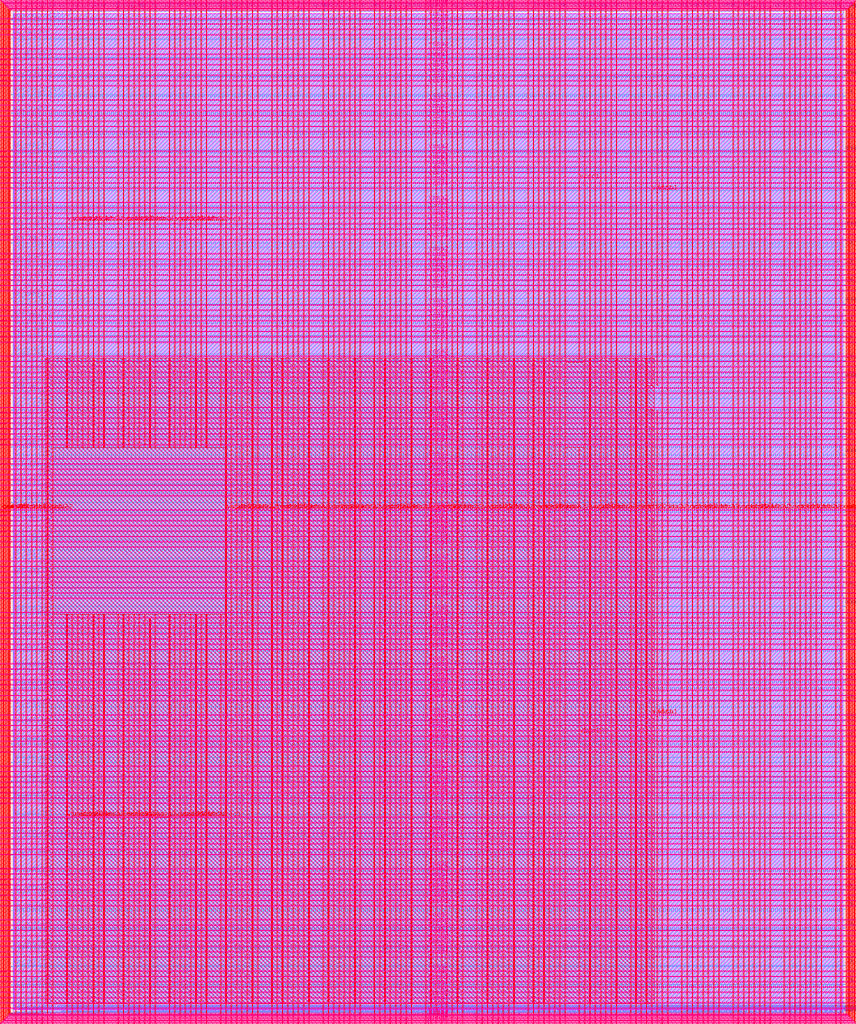
<source format=lef>
VERSION 5.7 ;
  NOWIREEXTENSIONATPIN ON ;
  DIVIDERCHAR "/" ;
  BUSBITCHARS "[]" ;
MACRO user_project_wrapper
  CLASS BLOCK ;
  FOREIGN user_project_wrapper ;
  ORIGIN 0.000 0.000 ;
  SIZE 2920.000 BY 3520.000 ;
  PIN analog_io[0]
    DIRECTION INOUT ;
    USE SIGNAL ;
    PORT
      LAYER met3 ;
        RECT 2917.600 1426.380 2924.800 1427.580 ;
    END
  END analog_io[0]
  PIN analog_io[10]
    DIRECTION INOUT ;
    USE SIGNAL ;
    PORT
      LAYER met2 ;
        RECT 2230.490 3517.600 2231.050 3524.800 ;
    END
  END analog_io[10]
  PIN analog_io[11]
    DIRECTION INOUT ;
    USE SIGNAL ;
    PORT
      LAYER met2 ;
        RECT 1905.730 3517.600 1906.290 3524.800 ;
    END
  END analog_io[11]
  PIN analog_io[12]
    DIRECTION INOUT ;
    USE SIGNAL ;
    PORT
      LAYER met2 ;
        RECT 1581.430 3517.600 1581.990 3524.800 ;
    END
  END analog_io[12]
  PIN analog_io[13]
    DIRECTION INOUT ;
    USE SIGNAL ;
    PORT
      LAYER met2 ;
        RECT 1257.130 3517.600 1257.690 3524.800 ;
    END
  END analog_io[13]
  PIN analog_io[14]
    DIRECTION INOUT ;
    USE SIGNAL ;
    PORT
      LAYER met2 ;
        RECT 932.370 3517.600 932.930 3524.800 ;
    END
  END analog_io[14]
  PIN analog_io[15]
    DIRECTION INOUT ;
    USE SIGNAL ;
    PORT
      LAYER met2 ;
        RECT 608.070 3517.600 608.630 3524.800 ;
    END
  END analog_io[15]
  PIN analog_io[16]
    DIRECTION INOUT ;
    USE SIGNAL ;
    PORT
      LAYER met2 ;
        RECT 283.770 3517.600 284.330 3524.800 ;
    END
  END analog_io[16]
  PIN analog_io[17]
    DIRECTION INOUT ;
    USE SIGNAL ;
    PORT
      LAYER met3 ;
        RECT -4.800 3486.100 2.400 3487.300 ;
    END
  END analog_io[17]
  PIN analog_io[18]
    DIRECTION INOUT ;
    USE SIGNAL ;
    PORT
      LAYER met3 ;
        RECT -4.800 3224.980 2.400 3226.180 ;
    END
  END analog_io[18]
  PIN analog_io[19]
    DIRECTION INOUT ;
    USE SIGNAL ;
    PORT
      LAYER met3 ;
        RECT -4.800 2964.540 2.400 2965.740 ;
    END
  END analog_io[19]
  PIN analog_io[1]
    DIRECTION INOUT ;
    USE SIGNAL ;
    PORT
      LAYER met3 ;
        RECT 2917.600 1692.260 2924.800 1693.460 ;
    END
  END analog_io[1]
  PIN analog_io[20]
    DIRECTION INOUT ;
    USE SIGNAL ;
    PORT
      LAYER met3 ;
        RECT -4.800 2703.420 2.400 2704.620 ;
    END
  END analog_io[20]
  PIN analog_io[21]
    DIRECTION INOUT ;
    USE SIGNAL ;
    PORT
      LAYER met3 ;
        RECT -4.800 2442.980 2.400 2444.180 ;
    END
  END analog_io[21]
  PIN analog_io[22]
    DIRECTION INOUT ;
    USE SIGNAL ;
    PORT
      LAYER met3 ;
        RECT -4.800 2182.540 2.400 2183.740 ;
    END
  END analog_io[22]
  PIN analog_io[23]
    DIRECTION INOUT ;
    USE SIGNAL ;
    PORT
      LAYER met3 ;
        RECT -4.800 1921.420 2.400 1922.620 ;
    END
  END analog_io[23]
  PIN analog_io[24]
    DIRECTION INOUT ;
    USE SIGNAL ;
    PORT
      LAYER met3 ;
        RECT -4.800 1660.980 2.400 1662.180 ;
    END
  END analog_io[24]
  PIN analog_io[25]
    DIRECTION INOUT ;
    USE SIGNAL ;
    PORT
      LAYER met3 ;
        RECT -4.800 1399.860 2.400 1401.060 ;
    END
  END analog_io[25]
  PIN analog_io[26]
    DIRECTION INOUT ;
    USE SIGNAL ;
    PORT
      LAYER met3 ;
        RECT -4.800 1139.420 2.400 1140.620 ;
    END
  END analog_io[26]
  PIN analog_io[27]
    DIRECTION INOUT ;
    USE SIGNAL ;
    PORT
      LAYER met3 ;
        RECT -4.800 878.980 2.400 880.180 ;
    END
  END analog_io[27]
  PIN analog_io[28]
    DIRECTION INOUT ;
    USE SIGNAL ;
    PORT
      LAYER met3 ;
        RECT -4.800 617.860 2.400 619.060 ;
    END
  END analog_io[28]
  PIN analog_io[2]
    DIRECTION INOUT ;
    USE SIGNAL ;
    PORT
      LAYER met3 ;
        RECT 2917.600 1958.140 2924.800 1959.340 ;
    END
  END analog_io[2]
  PIN analog_io[3]
    DIRECTION INOUT ;
    USE SIGNAL ;
    PORT
      LAYER met3 ;
        RECT 2917.600 2223.340 2924.800 2224.540 ;
    END
  END analog_io[3]
  PIN analog_io[4]
    DIRECTION INOUT ;
    USE SIGNAL ;
    PORT
      LAYER met3 ;
        RECT 2917.600 2489.220 2924.800 2490.420 ;
    END
  END analog_io[4]
  PIN analog_io[5]
    DIRECTION INOUT ;
    USE SIGNAL ;
    PORT
      LAYER met3 ;
        RECT 2917.600 2755.100 2924.800 2756.300 ;
    END
  END analog_io[5]
  PIN analog_io[6]
    DIRECTION INOUT ;
    USE SIGNAL ;
    PORT
      LAYER met3 ;
        RECT 2917.600 3020.300 2924.800 3021.500 ;
    END
  END analog_io[6]
  PIN analog_io[7]
    DIRECTION INOUT ;
    USE SIGNAL ;
    PORT
      LAYER met3 ;
        RECT 2917.600 3286.180 2924.800 3287.380 ;
    END
  END analog_io[7]
  PIN analog_io[8]
    DIRECTION INOUT ;
    USE SIGNAL ;
    PORT
      LAYER met2 ;
        RECT 2879.090 3517.600 2879.650 3524.800 ;
    END
  END analog_io[8]
  PIN analog_io[9]
    DIRECTION INOUT ;
    USE SIGNAL ;
    PORT
      LAYER met2 ;
        RECT 2554.790 3517.600 2555.350 3524.800 ;
    END
  END analog_io[9]
  PIN io_in[0]
    DIRECTION INPUT ;
    USE SIGNAL ;
    ANTENNAGATEAREA 0.990000 ;
    ANTENNADIFFAREA 0.434700 ;
    PORT
      LAYER met3 ;
        RECT 2917.600 32.380 2924.800 33.580 ;
    END
  END io_in[0]
  PIN io_in[10]
    DIRECTION INPUT ;
    USE SIGNAL ;
    ANTENNAGATEAREA 0.742500 ;
    ANTENNADIFFAREA 0.434700 ;
    PORT
      LAYER met3 ;
        RECT 2917.600 2289.980 2924.800 2291.180 ;
    END
  END io_in[10]
  PIN io_in[11]
    DIRECTION INPUT ;
    USE SIGNAL ;
    ANTENNAGATEAREA 0.852000 ;
    ANTENNADIFFAREA 0.434700 ;
    PORT
      LAYER met3 ;
        RECT 2917.600 2555.860 2924.800 2557.060 ;
    END
  END io_in[11]
  PIN io_in[12]
    DIRECTION INPUT ;
    USE SIGNAL ;
    ANTENNAGATEAREA 0.990000 ;
    ANTENNADIFFAREA 0.434700 ;
    PORT
      LAYER met3 ;
        RECT 2917.600 2821.060 2924.800 2822.260 ;
    END
  END io_in[12]
  PIN io_in[13]
    DIRECTION INPUT ;
    USE SIGNAL ;
    ANTENNAGATEAREA 0.990000 ;
    ANTENNADIFFAREA 0.434700 ;
    PORT
      LAYER met3 ;
        RECT 2917.600 3086.940 2924.800 3088.140 ;
    END
  END io_in[13]
  PIN io_in[14]
    DIRECTION INPUT ;
    USE SIGNAL ;
    ANTENNAGATEAREA 0.990000 ;
    ANTENNADIFFAREA 0.434700 ;
    PORT
      LAYER met3 ;
        RECT 2917.600 3352.820 2924.800 3354.020 ;
    END
  END io_in[14]
  PIN io_in[15]
    DIRECTION INPUT ;
    USE SIGNAL ;
    ANTENNAGATEAREA 0.990000 ;
    ANTENNADIFFAREA 0.434700 ;
    PORT
      LAYER met2 ;
        RECT 2798.130 3517.600 2798.690 3524.800 ;
    END
  END io_in[15]
  PIN io_in[16]
    DIRECTION INPUT ;
    USE SIGNAL ;
    ANTENNAGATEAREA 0.990000 ;
    ANTENNADIFFAREA 0.434700 ;
    PORT
      LAYER met2 ;
        RECT 2473.830 3517.600 2474.390 3524.800 ;
    END
  END io_in[16]
  PIN io_in[17]
    DIRECTION INPUT ;
    USE SIGNAL ;
    ANTENNAGATEAREA 0.852000 ;
    ANTENNADIFFAREA 0.434700 ;
    PORT
      LAYER met2 ;
        RECT 2149.070 3517.600 2149.630 3524.800 ;
    END
  END io_in[17]
  PIN io_in[18]
    DIRECTION INPUT ;
    USE SIGNAL ;
    ANTENNAGATEAREA 0.852000 ;
    ANTENNADIFFAREA 0.434700 ;
    PORT
      LAYER met2 ;
        RECT 1824.770 3517.600 1825.330 3524.800 ;
    END
  END io_in[18]
  PIN io_in[19]
    DIRECTION INPUT ;
    USE SIGNAL ;
    ANTENNAGATEAREA 0.990000 ;
    ANTENNADIFFAREA 0.434700 ;
    PORT
      LAYER met2 ;
        RECT 1500.470 3517.600 1501.030 3524.800 ;
    END
  END io_in[19]
  PIN io_in[1]
    DIRECTION INPUT ;
    USE SIGNAL ;
    PORT
      LAYER met3 ;
        RECT 2917.600 230.940 2924.800 232.140 ;
    END
  END io_in[1]
  PIN io_in[20]
    DIRECTION INPUT ;
    USE SIGNAL ;
    ANTENNAGATEAREA 0.990000 ;
    ANTENNADIFFAREA 0.434700 ;
    PORT
      LAYER met2 ;
        RECT 1175.710 3517.600 1176.270 3524.800 ;
    END
  END io_in[20]
  PIN io_in[21]
    DIRECTION INPUT ;
    USE SIGNAL ;
    ANTENNAGATEAREA 0.990000 ;
    ANTENNADIFFAREA 0.434700 ;
    PORT
      LAYER met2 ;
        RECT 851.410 3517.600 851.970 3524.800 ;
    END
  END io_in[21]
  PIN io_in[22]
    DIRECTION INPUT ;
    USE SIGNAL ;
    ANTENNAGATEAREA 0.990000 ;
    ANTENNADIFFAREA 0.434700 ;
    PORT
      LAYER met2 ;
        RECT 527.110 3517.600 527.670 3524.800 ;
    END
  END io_in[22]
  PIN io_in[23]
    DIRECTION INPUT ;
    USE SIGNAL ;
    ANTENNAGATEAREA 0.990000 ;
    ANTENNADIFFAREA 0.434700 ;
    PORT
      LAYER met2 ;
        RECT 202.350 3517.600 202.910 3524.800 ;
    END
  END io_in[23]
  PIN io_in[24]
    DIRECTION INPUT ;
    USE SIGNAL ;
    ANTENNAGATEAREA 0.990000 ;
    ANTENNADIFFAREA 0.434700 ;
    PORT
      LAYER met3 ;
        RECT -4.800 3420.820 2.400 3422.020 ;
    END
  END io_in[24]
  PIN io_in[25]
    DIRECTION INPUT ;
    USE SIGNAL ;
    ANTENNAGATEAREA 0.990000 ;
    ANTENNADIFFAREA 0.434700 ;
    PORT
      LAYER met3 ;
        RECT -4.800 3159.700 2.400 3160.900 ;
    END
  END io_in[25]
  PIN io_in[26]
    DIRECTION INPUT ;
    USE SIGNAL ;
    ANTENNAGATEAREA 0.990000 ;
    ANTENNADIFFAREA 0.434700 ;
    PORT
      LAYER met3 ;
        RECT -4.800 2899.260 2.400 2900.460 ;
    END
  END io_in[26]
  PIN io_in[27]
    DIRECTION INPUT ;
    USE SIGNAL ;
    ANTENNAGATEAREA 0.990000 ;
    ANTENNADIFFAREA 0.434700 ;
    PORT
      LAYER met3 ;
        RECT -4.800 2638.820 2.400 2640.020 ;
    END
  END io_in[27]
  PIN io_in[28]
    DIRECTION INPUT ;
    USE SIGNAL ;
    ANTENNAGATEAREA 0.990000 ;
    ANTENNADIFFAREA 0.434700 ;
    PORT
      LAYER met3 ;
        RECT -4.800 2377.700 2.400 2378.900 ;
    END
  END io_in[28]
  PIN io_in[29]
    DIRECTION INPUT ;
    USE SIGNAL ;
    ANTENNAGATEAREA 0.990000 ;
    ANTENNADIFFAREA 0.434700 ;
    PORT
      LAYER met3 ;
        RECT -4.800 2117.260 2.400 2118.460 ;
    END
  END io_in[29]
  PIN io_in[2]
    DIRECTION INPUT ;
    USE SIGNAL ;
    PORT
      LAYER met3 ;
        RECT 2917.600 430.180 2924.800 431.380 ;
    END
  END io_in[2]
  PIN io_in[30]
    DIRECTION INPUT ;
    USE SIGNAL ;
    ANTENNAGATEAREA 0.990000 ;
    ANTENNADIFFAREA 0.434700 ;
    PORT
      LAYER met3 ;
        RECT -4.800 1856.140 2.400 1857.340 ;
    END
  END io_in[30]
  PIN io_in[31]
    DIRECTION INPUT ;
    USE SIGNAL ;
    ANTENNAGATEAREA 0.990000 ;
    ANTENNADIFFAREA 0.434700 ;
    PORT
      LAYER met3 ;
        RECT -4.800 1595.700 2.400 1596.900 ;
    END
  END io_in[31]
  PIN io_in[32]
    DIRECTION INPUT ;
    USE SIGNAL ;
    ANTENNAGATEAREA 0.990000 ;
    ANTENNADIFFAREA 0.434700 ;
    PORT
      LAYER met3 ;
        RECT -4.800 1335.260 2.400 1336.460 ;
    END
  END io_in[32]
  PIN io_in[33]
    DIRECTION INPUT ;
    USE SIGNAL ;
    ANTENNAGATEAREA 0.990000 ;
    ANTENNADIFFAREA 0.434700 ;
    PORT
      LAYER met3 ;
        RECT -4.800 1074.140 2.400 1075.340 ;
    END
  END io_in[33]
  PIN io_in[34]
    DIRECTION INPUT ;
    USE SIGNAL ;
    ANTENNAGATEAREA 0.990000 ;
    ANTENNADIFFAREA 0.434700 ;
    PORT
      LAYER met3 ;
        RECT -4.800 813.700 2.400 814.900 ;
    END
  END io_in[34]
  PIN io_in[35]
    DIRECTION INPUT ;
    USE SIGNAL ;
    ANTENNAGATEAREA 0.990000 ;
    ANTENNADIFFAREA 0.434700 ;
    PORT
      LAYER met3 ;
        RECT -4.800 552.580 2.400 553.780 ;
    END
  END io_in[35]
  PIN io_in[36]
    DIRECTION INPUT ;
    USE SIGNAL ;
    ANTENNAGATEAREA 0.990000 ;
    ANTENNADIFFAREA 0.434700 ;
    PORT
      LAYER met3 ;
        RECT -4.800 357.420 2.400 358.620 ;
    END
  END io_in[36]
  PIN io_in[37]
    DIRECTION INPUT ;
    USE SIGNAL ;
    ANTENNAGATEAREA 0.990000 ;
    ANTENNADIFFAREA 0.434700 ;
    PORT
      LAYER met3 ;
        RECT -4.800 161.580 2.400 162.780 ;
    END
  END io_in[37]
  PIN io_in[3]
    DIRECTION INPUT ;
    USE SIGNAL ;
    PORT
      LAYER met3 ;
        RECT 2917.600 629.420 2924.800 630.620 ;
    END
  END io_in[3]
  PIN io_in[4]
    DIRECTION INPUT ;
    USE SIGNAL ;
    PORT
      LAYER met3 ;
        RECT 2917.600 828.660 2924.800 829.860 ;
    END
  END io_in[4]
  PIN io_in[5]
    DIRECTION INPUT ;
    USE SIGNAL ;
    ANTENNAGATEAREA 0.990000 ;
    ANTENNADIFFAREA 0.434700 ;
    PORT
      LAYER met3 ;
        RECT 2917.600 1027.900 2924.800 1029.100 ;
    END
  END io_in[5]
  PIN io_in[6]
    DIRECTION INPUT ;
    USE SIGNAL ;
    ANTENNAGATEAREA 0.852000 ;
    ANTENNADIFFAREA 0.434700 ;
    PORT
      LAYER met3 ;
        RECT 2917.600 1227.140 2924.800 1228.340 ;
    END
  END io_in[6]
  PIN io_in[7]
    DIRECTION INPUT ;
    USE SIGNAL ;
    ANTENNAGATEAREA 0.742500 ;
    ANTENNADIFFAREA 0.434700 ;
    PORT
      LAYER met3 ;
        RECT 2917.600 1493.020 2924.800 1494.220 ;
    END
  END io_in[7]
  PIN io_in[8]
    DIRECTION INPUT ;
    USE SIGNAL ;
    ANTENNAGATEAREA 0.742500 ;
    ANTENNADIFFAREA 0.434700 ;
    PORT
      LAYER met3 ;
        RECT 2917.600 1758.900 2924.800 1760.100 ;
    END
  END io_in[8]
  PIN io_in[9]
    DIRECTION INPUT ;
    USE SIGNAL ;
    ANTENNAGATEAREA 0.426000 ;
    ANTENNADIFFAREA 0.434700 ;
    PORT
      LAYER met3 ;
        RECT 2917.600 2024.100 2924.800 2025.300 ;
    END
  END io_in[9]
  PIN io_oeb[0]
    DIRECTION OUTPUT ;
    USE SIGNAL ;
    ANTENNADIFFAREA 2.673000 ;
    PORT
      LAYER met3 ;
        RECT 2917.600 164.980 2924.800 166.180 ;
    END
  END io_oeb[0]
  PIN io_oeb[10]
    DIRECTION OUTPUT ;
    USE SIGNAL ;
    ANTENNADIFFAREA 2.673000 ;
    PORT
      LAYER met3 ;
        RECT 2917.600 2422.580 2924.800 2423.780 ;
    END
  END io_oeb[10]
  PIN io_oeb[11]
    DIRECTION OUTPUT ;
    USE SIGNAL ;
    ANTENNADIFFAREA 2.673000 ;
    PORT
      LAYER met3 ;
        RECT 2917.600 2688.460 2924.800 2689.660 ;
    END
  END io_oeb[11]
  PIN io_oeb[12]
    DIRECTION OUTPUT ;
    USE SIGNAL ;
    ANTENNADIFFAREA 2.673000 ;
    PORT
      LAYER met3 ;
        RECT 2917.600 2954.340 2924.800 2955.540 ;
    END
  END io_oeb[12]
  PIN io_oeb[13]
    DIRECTION OUTPUT ;
    USE SIGNAL ;
    ANTENNADIFFAREA 2.673000 ;
    PORT
      LAYER met3 ;
        RECT 2917.600 3219.540 2924.800 3220.740 ;
    END
  END io_oeb[13]
  PIN io_oeb[14]
    DIRECTION OUTPUT ;
    USE SIGNAL ;
    ANTENNADIFFAREA 2.673000 ;
    PORT
      LAYER met3 ;
        RECT 2917.600 3485.420 2924.800 3486.620 ;
    END
  END io_oeb[14]
  PIN io_oeb[15]
    DIRECTION OUTPUT ;
    USE SIGNAL ;
    ANTENNADIFFAREA 2.673000 ;
    PORT
      LAYER met2 ;
        RECT 2635.750 3517.600 2636.310 3524.800 ;
    END
  END io_oeb[15]
  PIN io_oeb[16]
    DIRECTION OUTPUT ;
    USE SIGNAL ;
    ANTENNADIFFAREA 2.673000 ;
    PORT
      LAYER met2 ;
        RECT 2311.450 3517.600 2312.010 3524.800 ;
    END
  END io_oeb[16]
  PIN io_oeb[17]
    DIRECTION OUTPUT ;
    USE SIGNAL ;
    ANTENNADIFFAREA 2.673000 ;
    PORT
      LAYER met2 ;
        RECT 1987.150 3517.600 1987.710 3524.800 ;
    END
  END io_oeb[17]
  PIN io_oeb[18]
    DIRECTION OUTPUT ;
    USE SIGNAL ;
    ANTENNADIFFAREA 2.673000 ;
    PORT
      LAYER met2 ;
        RECT 1662.390 3517.600 1662.950 3524.800 ;
    END
  END io_oeb[18]
  PIN io_oeb[19]
    DIRECTION OUTPUT ;
    USE SIGNAL ;
    ANTENNADIFFAREA 2.673000 ;
    PORT
      LAYER met2 ;
        RECT 1338.090 3517.600 1338.650 3524.800 ;
    END
  END io_oeb[19]
  PIN io_oeb[1]
    DIRECTION OUTPUT ;
    USE SIGNAL ;
    ANTENNADIFFAREA 0.445500 ;
    PORT
      LAYER met3 ;
        RECT 2917.600 364.220 2924.800 365.420 ;
    END
  END io_oeb[1]
  PIN io_oeb[20]
    DIRECTION OUTPUT ;
    USE SIGNAL ;
    ANTENNADIFFAREA 2.673000 ;
    PORT
      LAYER met2 ;
        RECT 1013.790 3517.600 1014.350 3524.800 ;
    END
  END io_oeb[20]
  PIN io_oeb[21]
    DIRECTION OUTPUT ;
    USE SIGNAL ;
    ANTENNADIFFAREA 2.673000 ;
    PORT
      LAYER met2 ;
        RECT 689.030 3517.600 689.590 3524.800 ;
    END
  END io_oeb[21]
  PIN io_oeb[22]
    DIRECTION OUTPUT ;
    USE SIGNAL ;
    ANTENNADIFFAREA 2.673000 ;
    PORT
      LAYER met2 ;
        RECT 364.730 3517.600 365.290 3524.800 ;
    END
  END io_oeb[22]
  PIN io_oeb[23]
    DIRECTION OUTPUT ;
    USE SIGNAL ;
    ANTENNADIFFAREA 2.673000 ;
    PORT
      LAYER met2 ;
        RECT 40.430 3517.600 40.990 3524.800 ;
    END
  END io_oeb[23]
  PIN io_oeb[24]
    DIRECTION OUTPUT ;
    USE SIGNAL ;
    ANTENNADIFFAREA 2.673000 ;
    PORT
      LAYER met3 ;
        RECT -4.800 3290.260 2.400 3291.460 ;
    END
  END io_oeb[24]
  PIN io_oeb[25]
    DIRECTION OUTPUT ;
    USE SIGNAL ;
    ANTENNADIFFAREA 2.673000 ;
    PORT
      LAYER met3 ;
        RECT -4.800 3029.820 2.400 3031.020 ;
    END
  END io_oeb[25]
  PIN io_oeb[26]
    DIRECTION OUTPUT ;
    USE SIGNAL ;
    ANTENNADIFFAREA 2.673000 ;
    PORT
      LAYER met3 ;
        RECT -4.800 2768.700 2.400 2769.900 ;
    END
  END io_oeb[26]
  PIN io_oeb[27]
    DIRECTION OUTPUT ;
    USE SIGNAL ;
    ANTENNADIFFAREA 2.673000 ;
    PORT
      LAYER met3 ;
        RECT -4.800 2508.260 2.400 2509.460 ;
    END
  END io_oeb[27]
  PIN io_oeb[28]
    DIRECTION OUTPUT ;
    USE SIGNAL ;
    ANTENNADIFFAREA 2.673000 ;
    PORT
      LAYER met3 ;
        RECT -4.800 2247.140 2.400 2248.340 ;
    END
  END io_oeb[28]
  PIN io_oeb[29]
    DIRECTION OUTPUT ;
    USE SIGNAL ;
    ANTENNADIFFAREA 2.673000 ;
    PORT
      LAYER met3 ;
        RECT -4.800 1986.700 2.400 1987.900 ;
    END
  END io_oeb[29]
  PIN io_oeb[2]
    DIRECTION OUTPUT ;
    USE SIGNAL ;
    ANTENNADIFFAREA 0.445500 ;
    PORT
      LAYER met3 ;
        RECT 2917.600 563.460 2924.800 564.660 ;
    END
  END io_oeb[2]
  PIN io_oeb[30]
    DIRECTION OUTPUT ;
    USE SIGNAL ;
    ANTENNADIFFAREA 2.673000 ;
    PORT
      LAYER met3 ;
        RECT -4.800 1726.260 2.400 1727.460 ;
    END
  END io_oeb[30]
  PIN io_oeb[31]
    DIRECTION OUTPUT ;
    USE SIGNAL ;
    ANTENNADIFFAREA 2.673000 ;
    PORT
      LAYER met3 ;
        RECT -4.800 1465.140 2.400 1466.340 ;
    END
  END io_oeb[31]
  PIN io_oeb[32]
    DIRECTION OUTPUT ;
    USE SIGNAL ;
    ANTENNADIFFAREA 2.673000 ;
    PORT
      LAYER met3 ;
        RECT -4.800 1204.700 2.400 1205.900 ;
    END
  END io_oeb[32]
  PIN io_oeb[33]
    DIRECTION OUTPUT ;
    USE SIGNAL ;
    ANTENNADIFFAREA 2.673000 ;
    PORT
      LAYER met3 ;
        RECT -4.800 943.580 2.400 944.780 ;
    END
  END io_oeb[33]
  PIN io_oeb[34]
    DIRECTION OUTPUT ;
    USE SIGNAL ;
    ANTENNADIFFAREA 2.673000 ;
    PORT
      LAYER met3 ;
        RECT -4.800 683.140 2.400 684.340 ;
    END
  END io_oeb[34]
  PIN io_oeb[35]
    DIRECTION OUTPUT ;
    USE SIGNAL ;
    ANTENNADIFFAREA 2.673000 ;
    PORT
      LAYER met3 ;
        RECT -4.800 422.700 2.400 423.900 ;
    END
  END io_oeb[35]
  PIN io_oeb[36]
    DIRECTION OUTPUT ;
    USE SIGNAL ;
    ANTENNADIFFAREA 2.673000 ;
    PORT
      LAYER met3 ;
        RECT -4.800 226.860 2.400 228.060 ;
    END
  END io_oeb[36]
  PIN io_oeb[37]
    DIRECTION OUTPUT ;
    USE SIGNAL ;
    ANTENNADIFFAREA 2.673000 ;
    PORT
      LAYER met3 ;
        RECT -4.800 31.700 2.400 32.900 ;
    END
  END io_oeb[37]
  PIN io_oeb[3]
    DIRECTION OUTPUT ;
    USE SIGNAL ;
    ANTENNADIFFAREA 0.445500 ;
    PORT
      LAYER met3 ;
        RECT 2917.600 762.700 2924.800 763.900 ;
    END
  END io_oeb[3]
  PIN io_oeb[4]
    DIRECTION OUTPUT ;
    USE SIGNAL ;
    ANTENNADIFFAREA 0.445500 ;
    PORT
      LAYER met3 ;
        RECT 2917.600 961.940 2924.800 963.140 ;
    END
  END io_oeb[4]
  PIN io_oeb[5]
    DIRECTION OUTPUT ;
    USE SIGNAL ;
    ANTENNADIFFAREA 2.673000 ;
    PORT
      LAYER met3 ;
        RECT 2917.600 1161.180 2924.800 1162.380 ;
    END
  END io_oeb[5]
  PIN io_oeb[6]
    DIRECTION OUTPUT ;
    USE SIGNAL ;
    ANTENNADIFFAREA 2.673000 ;
    PORT
      LAYER met3 ;
        RECT 2917.600 1360.420 2924.800 1361.620 ;
    END
  END io_oeb[6]
  PIN io_oeb[7]
    DIRECTION OUTPUT ;
    USE SIGNAL ;
    ANTENNADIFFAREA 2.673000 ;
    PORT
      LAYER met3 ;
        RECT 2917.600 1625.620 2924.800 1626.820 ;
    END
  END io_oeb[7]
  PIN io_oeb[8]
    DIRECTION OUTPUT ;
    USE SIGNAL ;
    ANTENNADIFFAREA 2.673000 ;
    PORT
      LAYER met3 ;
        RECT 2917.600 1891.500 2924.800 1892.700 ;
    END
  END io_oeb[8]
  PIN io_oeb[9]
    DIRECTION OUTPUT ;
    USE SIGNAL ;
    ANTENNADIFFAREA 2.673000 ;
    PORT
      LAYER met3 ;
        RECT 2917.600 2157.380 2924.800 2158.580 ;
    END
  END io_oeb[9]
  PIN io_out[0]
    DIRECTION OUTPUT ;
    USE SIGNAL ;
    ANTENNADIFFAREA 2.673000 ;
    PORT
      LAYER met3 ;
        RECT 2917.600 98.340 2924.800 99.540 ;
    END
  END io_out[0]
  PIN io_out[10]
    DIRECTION OUTPUT ;
    USE SIGNAL ;
    ANTENNADIFFAREA 2.673000 ;
    PORT
      LAYER met3 ;
        RECT 2917.600 2356.620 2924.800 2357.820 ;
    END
  END io_out[10]
  PIN io_out[11]
    DIRECTION OUTPUT ;
    USE SIGNAL ;
    ANTENNADIFFAREA 2.673000 ;
    PORT
      LAYER met3 ;
        RECT 2917.600 2621.820 2924.800 2623.020 ;
    END
  END io_out[11]
  PIN io_out[12]
    DIRECTION OUTPUT ;
    USE SIGNAL ;
    ANTENNADIFFAREA 2.673000 ;
    PORT
      LAYER met3 ;
        RECT 2917.600 2887.700 2924.800 2888.900 ;
    END
  END io_out[12]
  PIN io_out[13]
    DIRECTION OUTPUT ;
    USE SIGNAL ;
    ANTENNADIFFAREA 2.673000 ;
    PORT
      LAYER met3 ;
        RECT 2917.600 3153.580 2924.800 3154.780 ;
    END
  END io_out[13]
  PIN io_out[14]
    DIRECTION OUTPUT ;
    USE SIGNAL ;
    ANTENNADIFFAREA 2.673000 ;
    PORT
      LAYER met3 ;
        RECT 2917.600 3418.780 2924.800 3419.980 ;
    END
  END io_out[14]
  PIN io_out[15]
    DIRECTION OUTPUT ;
    USE SIGNAL ;
    ANTENNADIFFAREA 2.673000 ;
    PORT
      LAYER met2 ;
        RECT 2717.170 3517.600 2717.730 3524.800 ;
    END
  END io_out[15]
  PIN io_out[16]
    DIRECTION OUTPUT ;
    USE SIGNAL ;
    ANTENNADIFFAREA 2.673000 ;
    PORT
      LAYER met2 ;
        RECT 2392.410 3517.600 2392.970 3524.800 ;
    END
  END io_out[16]
  PIN io_out[17]
    DIRECTION OUTPUT ;
    USE SIGNAL ;
    ANTENNADIFFAREA 2.673000 ;
    PORT
      LAYER met2 ;
        RECT 2068.110 3517.600 2068.670 3524.800 ;
    END
  END io_out[17]
  PIN io_out[18]
    DIRECTION OUTPUT ;
    USE SIGNAL ;
    ANTENNADIFFAREA 2.673000 ;
    PORT
      LAYER met2 ;
        RECT 1743.810 3517.600 1744.370 3524.800 ;
    END
  END io_out[18]
  PIN io_out[19]
    DIRECTION OUTPUT ;
    USE SIGNAL ;
    ANTENNADIFFAREA 2.673000 ;
    PORT
      LAYER met2 ;
        RECT 1419.050 3517.600 1419.610 3524.800 ;
    END
  END io_out[19]
  PIN io_out[1]
    DIRECTION OUTPUT ;
    USE SIGNAL ;
    ANTENNADIFFAREA 0.445500 ;
    PORT
      LAYER met3 ;
        RECT 2917.600 297.580 2924.800 298.780 ;
    END
  END io_out[1]
  PIN io_out[20]
    DIRECTION OUTPUT ;
    USE SIGNAL ;
    ANTENNADIFFAREA 2.673000 ;
    PORT
      LAYER met2 ;
        RECT 1094.750 3517.600 1095.310 3524.800 ;
    END
  END io_out[20]
  PIN io_out[21]
    DIRECTION OUTPUT ;
    USE SIGNAL ;
    ANTENNADIFFAREA 2.673000 ;
    PORT
      LAYER met2 ;
        RECT 770.450 3517.600 771.010 3524.800 ;
    END
  END io_out[21]
  PIN io_out[22]
    DIRECTION OUTPUT ;
    USE SIGNAL ;
    ANTENNADIFFAREA 2.673000 ;
    PORT
      LAYER met2 ;
        RECT 445.690 3517.600 446.250 3524.800 ;
    END
  END io_out[22]
  PIN io_out[23]
    DIRECTION OUTPUT ;
    USE SIGNAL ;
    ANTENNADIFFAREA 2.673000 ;
    PORT
      LAYER met2 ;
        RECT 121.390 3517.600 121.950 3524.800 ;
    END
  END io_out[23]
  PIN io_out[24]
    DIRECTION OUTPUT ;
    USE SIGNAL ;
    ANTENNADIFFAREA 2.673000 ;
    PORT
      LAYER met3 ;
        RECT -4.800 3355.540 2.400 3356.740 ;
    END
  END io_out[24]
  PIN io_out[25]
    DIRECTION OUTPUT ;
    USE SIGNAL ;
    ANTENNADIFFAREA 2.673000 ;
    PORT
      LAYER met3 ;
        RECT -4.800 3095.100 2.400 3096.300 ;
    END
  END io_out[25]
  PIN io_out[26]
    DIRECTION OUTPUT ;
    USE SIGNAL ;
    ANTENNADIFFAREA 2.673000 ;
    PORT
      LAYER met3 ;
        RECT -4.800 2833.980 2.400 2835.180 ;
    END
  END io_out[26]
  PIN io_out[27]
    DIRECTION OUTPUT ;
    USE SIGNAL ;
    ANTENNADIFFAREA 2.673000 ;
    PORT
      LAYER met3 ;
        RECT -4.800 2573.540 2.400 2574.740 ;
    END
  END io_out[27]
  PIN io_out[28]
    DIRECTION OUTPUT ;
    USE SIGNAL ;
    ANTENNADIFFAREA 2.673000 ;
    PORT
      LAYER met3 ;
        RECT -4.800 2312.420 2.400 2313.620 ;
    END
  END io_out[28]
  PIN io_out[29]
    DIRECTION OUTPUT ;
    USE SIGNAL ;
    ANTENNADIFFAREA 2.673000 ;
    PORT
      LAYER met3 ;
        RECT -4.800 2051.980 2.400 2053.180 ;
    END
  END io_out[29]
  PIN io_out[2]
    DIRECTION OUTPUT ;
    USE SIGNAL ;
    ANTENNADIFFAREA 0.445500 ;
    PORT
      LAYER met3 ;
        RECT 2917.600 496.820 2924.800 498.020 ;
    END
  END io_out[2]
  PIN io_out[30]
    DIRECTION OUTPUT ;
    USE SIGNAL ;
    ANTENNADIFFAREA 2.673000 ;
    PORT
      LAYER met3 ;
        RECT -4.800 1791.540 2.400 1792.740 ;
    END
  END io_out[30]
  PIN io_out[31]
    DIRECTION OUTPUT ;
    USE SIGNAL ;
    ANTENNADIFFAREA 2.673000 ;
    PORT
      LAYER met3 ;
        RECT -4.800 1530.420 2.400 1531.620 ;
    END
  END io_out[31]
  PIN io_out[32]
    DIRECTION OUTPUT ;
    USE SIGNAL ;
    ANTENNADIFFAREA 2.673000 ;
    PORT
      LAYER met3 ;
        RECT -4.800 1269.980 2.400 1271.180 ;
    END
  END io_out[32]
  PIN io_out[33]
    DIRECTION OUTPUT ;
    USE SIGNAL ;
    ANTENNADIFFAREA 2.673000 ;
    PORT
      LAYER met3 ;
        RECT -4.800 1008.860 2.400 1010.060 ;
    END
  END io_out[33]
  PIN io_out[34]
    DIRECTION OUTPUT ;
    USE SIGNAL ;
    ANTENNADIFFAREA 2.673000 ;
    PORT
      LAYER met3 ;
        RECT -4.800 748.420 2.400 749.620 ;
    END
  END io_out[34]
  PIN io_out[35]
    DIRECTION OUTPUT ;
    USE SIGNAL ;
    ANTENNADIFFAREA 2.673000 ;
    PORT
      LAYER met3 ;
        RECT -4.800 487.300 2.400 488.500 ;
    END
  END io_out[35]
  PIN io_out[36]
    DIRECTION OUTPUT ;
    USE SIGNAL ;
    ANTENNADIFFAREA 2.673000 ;
    PORT
      LAYER met3 ;
        RECT -4.800 292.140 2.400 293.340 ;
    END
  END io_out[36]
  PIN io_out[37]
    DIRECTION OUTPUT ;
    USE SIGNAL ;
    ANTENNADIFFAREA 2.673000 ;
    PORT
      LAYER met3 ;
        RECT -4.800 96.300 2.400 97.500 ;
    END
  END io_out[37]
  PIN io_out[3]
    DIRECTION OUTPUT ;
    USE SIGNAL ;
    ANTENNADIFFAREA 0.445500 ;
    PORT
      LAYER met3 ;
        RECT 2917.600 696.060 2924.800 697.260 ;
    END
  END io_out[3]
  PIN io_out[4]
    DIRECTION OUTPUT ;
    USE SIGNAL ;
    ANTENNADIFFAREA 0.445500 ;
    PORT
      LAYER met3 ;
        RECT 2917.600 895.300 2924.800 896.500 ;
    END
  END io_out[4]
  PIN io_out[5]
    DIRECTION OUTPUT ;
    USE SIGNAL ;
    ANTENNADIFFAREA 2.673000 ;
    PORT
      LAYER met3 ;
        RECT 2917.600 1094.540 2924.800 1095.740 ;
    END
  END io_out[5]
  PIN io_out[6]
    DIRECTION OUTPUT ;
    USE SIGNAL ;
    ANTENNADIFFAREA 2.673000 ;
    PORT
      LAYER met3 ;
        RECT 2917.600 1293.780 2924.800 1294.980 ;
    END
  END io_out[6]
  PIN io_out[7]
    DIRECTION OUTPUT ;
    USE SIGNAL ;
    ANTENNADIFFAREA 2.673000 ;
    PORT
      LAYER met3 ;
        RECT 2917.600 1559.660 2924.800 1560.860 ;
    END
  END io_out[7]
  PIN io_out[8]
    DIRECTION OUTPUT ;
    USE SIGNAL ;
    ANTENNADIFFAREA 2.673000 ;
    PORT
      LAYER met3 ;
        RECT 2917.600 1824.860 2924.800 1826.060 ;
    END
  END io_out[8]
  PIN io_out[9]
    DIRECTION OUTPUT ;
    USE SIGNAL ;
    ANTENNADIFFAREA 2.673000 ;
    PORT
      LAYER met3 ;
        RECT 2917.600 2090.740 2924.800 2091.940 ;
    END
  END io_out[9]
  PIN la_data_in[0]
    DIRECTION INPUT ;
    USE SIGNAL ;
    ANTENNAGATEAREA 0.126000 ;
    ANTENNADIFFAREA 0.434700 ;
    PORT
      LAYER met2 ;
        RECT 629.230 -4.800 629.790 2.400 ;
    END
  END la_data_in[0]
  PIN la_data_in[100]
    DIRECTION INPUT ;
    USE SIGNAL ;
    PORT
      LAYER met2 ;
        RECT 2402.530 -4.800 2403.090 2.400 ;
    END
  END la_data_in[100]
  PIN la_data_in[101]
    DIRECTION INPUT ;
    USE SIGNAL ;
    PORT
      LAYER met2 ;
        RECT 2420.010 -4.800 2420.570 2.400 ;
    END
  END la_data_in[101]
  PIN la_data_in[102]
    DIRECTION INPUT ;
    USE SIGNAL ;
    PORT
      LAYER met2 ;
        RECT 2437.950 -4.800 2438.510 2.400 ;
    END
  END la_data_in[102]
  PIN la_data_in[103]
    DIRECTION INPUT ;
    USE SIGNAL ;
    PORT
      LAYER met2 ;
        RECT 2455.430 -4.800 2455.990 2.400 ;
    END
  END la_data_in[103]
  PIN la_data_in[104]
    DIRECTION INPUT ;
    USE SIGNAL ;
    PORT
      LAYER met2 ;
        RECT 2473.370 -4.800 2473.930 2.400 ;
    END
  END la_data_in[104]
  PIN la_data_in[105]
    DIRECTION INPUT ;
    USE SIGNAL ;
    PORT
      LAYER met2 ;
        RECT 2490.850 -4.800 2491.410 2.400 ;
    END
  END la_data_in[105]
  PIN la_data_in[106]
    DIRECTION INPUT ;
    USE SIGNAL ;
    PORT
      LAYER met2 ;
        RECT 2508.790 -4.800 2509.350 2.400 ;
    END
  END la_data_in[106]
  PIN la_data_in[107]
    DIRECTION INPUT ;
    USE SIGNAL ;
    PORT
      LAYER met2 ;
        RECT 2526.730 -4.800 2527.290 2.400 ;
    END
  END la_data_in[107]
  PIN la_data_in[108]
    DIRECTION INPUT ;
    USE SIGNAL ;
    PORT
      LAYER met2 ;
        RECT 2544.210 -4.800 2544.770 2.400 ;
    END
  END la_data_in[108]
  PIN la_data_in[109]
    DIRECTION INPUT ;
    USE SIGNAL ;
    PORT
      LAYER met2 ;
        RECT 2562.150 -4.800 2562.710 2.400 ;
    END
  END la_data_in[109]
  PIN la_data_in[10]
    DIRECTION INPUT ;
    USE SIGNAL ;
    ANTENNAGATEAREA 0.990000 ;
    ANTENNADIFFAREA 0.434700 ;
    PORT
      LAYER met2 ;
        RECT 806.330 -4.800 806.890 2.400 ;
    END
  END la_data_in[10]
  PIN la_data_in[110]
    DIRECTION INPUT ;
    USE SIGNAL ;
    PORT
      LAYER met2 ;
        RECT 2579.630 -4.800 2580.190 2.400 ;
    END
  END la_data_in[110]
  PIN la_data_in[111]
    DIRECTION INPUT ;
    USE SIGNAL ;
    PORT
      LAYER met2 ;
        RECT 2597.570 -4.800 2598.130 2.400 ;
    END
  END la_data_in[111]
  PIN la_data_in[112]
    DIRECTION INPUT ;
    USE SIGNAL ;
    PORT
      LAYER met2 ;
        RECT 2615.050 -4.800 2615.610 2.400 ;
    END
  END la_data_in[112]
  PIN la_data_in[113]
    DIRECTION INPUT ;
    USE SIGNAL ;
    PORT
      LAYER met2 ;
        RECT 2632.990 -4.800 2633.550 2.400 ;
    END
  END la_data_in[113]
  PIN la_data_in[114]
    DIRECTION INPUT ;
    USE SIGNAL ;
    PORT
      LAYER met2 ;
        RECT 2650.470 -4.800 2651.030 2.400 ;
    END
  END la_data_in[114]
  PIN la_data_in[115]
    DIRECTION INPUT ;
    USE SIGNAL ;
    PORT
      LAYER met2 ;
        RECT 2668.410 -4.800 2668.970 2.400 ;
    END
  END la_data_in[115]
  PIN la_data_in[116]
    DIRECTION INPUT ;
    USE SIGNAL ;
    PORT
      LAYER met2 ;
        RECT 2685.890 -4.800 2686.450 2.400 ;
    END
  END la_data_in[116]
  PIN la_data_in[117]
    DIRECTION INPUT ;
    USE SIGNAL ;
    PORT
      LAYER met2 ;
        RECT 2703.830 -4.800 2704.390 2.400 ;
    END
  END la_data_in[117]
  PIN la_data_in[118]
    DIRECTION INPUT ;
    USE SIGNAL ;
    PORT
      LAYER met2 ;
        RECT 2721.770 -4.800 2722.330 2.400 ;
    END
  END la_data_in[118]
  PIN la_data_in[119]
    DIRECTION INPUT ;
    USE SIGNAL ;
    PORT
      LAYER met2 ;
        RECT 2739.250 -4.800 2739.810 2.400 ;
    END
  END la_data_in[119]
  PIN la_data_in[11]
    DIRECTION INPUT ;
    USE SIGNAL ;
    ANTENNAGATEAREA 0.990000 ;
    ANTENNADIFFAREA 0.434700 ;
    PORT
      LAYER met2 ;
        RECT 824.270 -4.800 824.830 2.400 ;
    END
  END la_data_in[11]
  PIN la_data_in[120]
    DIRECTION INPUT ;
    USE SIGNAL ;
    PORT
      LAYER met2 ;
        RECT 2757.190 -4.800 2757.750 2.400 ;
    END
  END la_data_in[120]
  PIN la_data_in[121]
    DIRECTION INPUT ;
    USE SIGNAL ;
    PORT
      LAYER met2 ;
        RECT 2774.670 -4.800 2775.230 2.400 ;
    END
  END la_data_in[121]
  PIN la_data_in[122]
    DIRECTION INPUT ;
    USE SIGNAL ;
    PORT
      LAYER met2 ;
        RECT 2792.610 -4.800 2793.170 2.400 ;
    END
  END la_data_in[122]
  PIN la_data_in[123]
    DIRECTION INPUT ;
    USE SIGNAL ;
    PORT
      LAYER met2 ;
        RECT 2810.090 -4.800 2810.650 2.400 ;
    END
  END la_data_in[123]
  PIN la_data_in[124]
    DIRECTION INPUT ;
    USE SIGNAL ;
    PORT
      LAYER met2 ;
        RECT 2828.030 -4.800 2828.590 2.400 ;
    END
  END la_data_in[124]
  PIN la_data_in[125]
    DIRECTION INPUT ;
    USE SIGNAL ;
    PORT
      LAYER met2 ;
        RECT 2845.510 -4.800 2846.070 2.400 ;
    END
  END la_data_in[125]
  PIN la_data_in[126]
    DIRECTION INPUT ;
    USE SIGNAL ;
    PORT
      LAYER met2 ;
        RECT 2863.450 -4.800 2864.010 2.400 ;
    END
  END la_data_in[126]
  PIN la_data_in[127]
    DIRECTION INPUT ;
    USE SIGNAL ;
    PORT
      LAYER met2 ;
        RECT 2881.390 -4.800 2881.950 2.400 ;
    END
  END la_data_in[127]
  PIN la_data_in[12]
    DIRECTION INPUT ;
    USE SIGNAL ;
    ANTENNAGATEAREA 0.990000 ;
    ANTENNADIFFAREA 0.434700 ;
    PORT
      LAYER met2 ;
        RECT 841.750 -4.800 842.310 2.400 ;
    END
  END la_data_in[12]
  PIN la_data_in[13]
    DIRECTION INPUT ;
    USE SIGNAL ;
    ANTENNAGATEAREA 0.990000 ;
    ANTENNADIFFAREA 0.434700 ;
    PORT
      LAYER met2 ;
        RECT 859.690 -4.800 860.250 2.400 ;
    END
  END la_data_in[13]
  PIN la_data_in[14]
    DIRECTION INPUT ;
    USE SIGNAL ;
    ANTENNAGATEAREA 0.990000 ;
    ANTENNADIFFAREA 0.434700 ;
    PORT
      LAYER met2 ;
        RECT 877.170 -4.800 877.730 2.400 ;
    END
  END la_data_in[14]
  PIN la_data_in[15]
    DIRECTION INPUT ;
    USE SIGNAL ;
    ANTENNAGATEAREA 0.990000 ;
    ANTENNADIFFAREA 0.434700 ;
    PORT
      LAYER met2 ;
        RECT 895.110 -4.800 895.670 2.400 ;
    END
  END la_data_in[15]
  PIN la_data_in[16]
    DIRECTION INPUT ;
    USE SIGNAL ;
    ANTENNAGATEAREA 0.990000 ;
    ANTENNADIFFAREA 0.434700 ;
    PORT
      LAYER met2 ;
        RECT 912.590 -4.800 913.150 2.400 ;
    END
  END la_data_in[16]
  PIN la_data_in[17]
    DIRECTION INPUT ;
    USE SIGNAL ;
    ANTENNAGATEAREA 0.990000 ;
    ANTENNADIFFAREA 0.434700 ;
    PORT
      LAYER met2 ;
        RECT 930.530 -4.800 931.090 2.400 ;
    END
  END la_data_in[17]
  PIN la_data_in[18]
    DIRECTION INPUT ;
    USE SIGNAL ;
    ANTENNAGATEAREA 0.990000 ;
    ANTENNADIFFAREA 0.434700 ;
    PORT
      LAYER met2 ;
        RECT 948.470 -4.800 949.030 2.400 ;
    END
  END la_data_in[18]
  PIN la_data_in[19]
    DIRECTION INPUT ;
    USE SIGNAL ;
    ANTENNAGATEAREA 0.990000 ;
    ANTENNADIFFAREA 0.434700 ;
    PORT
      LAYER met2 ;
        RECT 965.950 -4.800 966.510 2.400 ;
    END
  END la_data_in[19]
  PIN la_data_in[1]
    DIRECTION INPUT ;
    USE SIGNAL ;
    ANTENNAGATEAREA 0.126000 ;
    ANTENNADIFFAREA 0.434700 ;
    PORT
      LAYER met2 ;
        RECT 646.710 -4.800 647.270 2.400 ;
    END
  END la_data_in[1]
  PIN la_data_in[20]
    DIRECTION INPUT ;
    USE SIGNAL ;
    ANTENNAGATEAREA 0.990000 ;
    ANTENNADIFFAREA 0.434700 ;
    PORT
      LAYER met2 ;
        RECT 983.890 -4.800 984.450 2.400 ;
    END
  END la_data_in[20]
  PIN la_data_in[21]
    DIRECTION INPUT ;
    USE SIGNAL ;
    ANTENNAGATEAREA 0.990000 ;
    ANTENNADIFFAREA 0.434700 ;
    PORT
      LAYER met2 ;
        RECT 1001.370 -4.800 1001.930 2.400 ;
    END
  END la_data_in[21]
  PIN la_data_in[22]
    DIRECTION INPUT ;
    USE SIGNAL ;
    ANTENNAGATEAREA 0.990000 ;
    ANTENNADIFFAREA 0.434700 ;
    PORT
      LAYER met2 ;
        RECT 1019.310 -4.800 1019.870 2.400 ;
    END
  END la_data_in[22]
  PIN la_data_in[23]
    DIRECTION INPUT ;
    USE SIGNAL ;
    ANTENNAGATEAREA 0.990000 ;
    ANTENNADIFFAREA 0.434700 ;
    PORT
      LAYER met2 ;
        RECT 1036.790 -4.800 1037.350 2.400 ;
    END
  END la_data_in[23]
  PIN la_data_in[24]
    DIRECTION INPUT ;
    USE SIGNAL ;
    ANTENNAGATEAREA 0.990000 ;
    ANTENNADIFFAREA 0.434700 ;
    PORT
      LAYER met2 ;
        RECT 1054.730 -4.800 1055.290 2.400 ;
    END
  END la_data_in[24]
  PIN la_data_in[25]
    DIRECTION INPUT ;
    USE SIGNAL ;
    ANTENNAGATEAREA 0.990000 ;
    ANTENNADIFFAREA 0.434700 ;
    PORT
      LAYER met2 ;
        RECT 1072.210 -4.800 1072.770 2.400 ;
    END
  END la_data_in[25]
  PIN la_data_in[26]
    DIRECTION INPUT ;
    USE SIGNAL ;
    ANTENNAGATEAREA 0.990000 ;
    ANTENNADIFFAREA 0.434700 ;
    PORT
      LAYER met2 ;
        RECT 1090.150 -4.800 1090.710 2.400 ;
    END
  END la_data_in[26]
  PIN la_data_in[27]
    DIRECTION INPUT ;
    USE SIGNAL ;
    ANTENNAGATEAREA 0.990000 ;
    ANTENNADIFFAREA 0.434700 ;
    PORT
      LAYER met2 ;
        RECT 1107.630 -4.800 1108.190 2.400 ;
    END
  END la_data_in[27]
  PIN la_data_in[28]
    DIRECTION INPUT ;
    USE SIGNAL ;
    ANTENNAGATEAREA 0.990000 ;
    ANTENNADIFFAREA 0.434700 ;
    PORT
      LAYER met2 ;
        RECT 1125.570 -4.800 1126.130 2.400 ;
    END
  END la_data_in[28]
  PIN la_data_in[29]
    DIRECTION INPUT ;
    USE SIGNAL ;
    ANTENNAGATEAREA 0.990000 ;
    ANTENNADIFFAREA 0.434700 ;
    PORT
      LAYER met2 ;
        RECT 1143.510 -4.800 1144.070 2.400 ;
    END
  END la_data_in[29]
  PIN la_data_in[2]
    DIRECTION INPUT ;
    USE SIGNAL ;
    ANTENNAGATEAREA 0.990000 ;
    ANTENNADIFFAREA 0.434700 ;
    PORT
      LAYER met2 ;
        RECT 664.650 -4.800 665.210 2.400 ;
    END
  END la_data_in[2]
  PIN la_data_in[30]
    DIRECTION INPUT ;
    USE SIGNAL ;
    ANTENNAGATEAREA 0.990000 ;
    ANTENNADIFFAREA 0.434700 ;
    PORT
      LAYER met2 ;
        RECT 1160.990 -4.800 1161.550 2.400 ;
    END
  END la_data_in[30]
  PIN la_data_in[31]
    DIRECTION INPUT ;
    USE SIGNAL ;
    ANTENNAGATEAREA 0.990000 ;
    ANTENNADIFFAREA 0.434700 ;
    PORT
      LAYER met2 ;
        RECT 1178.930 -4.800 1179.490 2.400 ;
    END
  END la_data_in[31]
  PIN la_data_in[32]
    DIRECTION INPUT ;
    USE SIGNAL ;
    PORT
      LAYER met2 ;
        RECT 1196.410 -4.800 1196.970 2.400 ;
    END
  END la_data_in[32]
  PIN la_data_in[33]
    DIRECTION INPUT ;
    USE SIGNAL ;
    PORT
      LAYER met2 ;
        RECT 1214.350 -4.800 1214.910 2.400 ;
    END
  END la_data_in[33]
  PIN la_data_in[34]
    DIRECTION INPUT ;
    USE SIGNAL ;
    PORT
      LAYER met2 ;
        RECT 1231.830 -4.800 1232.390 2.400 ;
    END
  END la_data_in[34]
  PIN la_data_in[35]
    DIRECTION INPUT ;
    USE SIGNAL ;
    PORT
      LAYER met2 ;
        RECT 1249.770 -4.800 1250.330 2.400 ;
    END
  END la_data_in[35]
  PIN la_data_in[36]
    DIRECTION INPUT ;
    USE SIGNAL ;
    PORT
      LAYER met2 ;
        RECT 1267.250 -4.800 1267.810 2.400 ;
    END
  END la_data_in[36]
  PIN la_data_in[37]
    DIRECTION INPUT ;
    USE SIGNAL ;
    PORT
      LAYER met2 ;
        RECT 1285.190 -4.800 1285.750 2.400 ;
    END
  END la_data_in[37]
  PIN la_data_in[38]
    DIRECTION INPUT ;
    USE SIGNAL ;
    PORT
      LAYER met2 ;
        RECT 1303.130 -4.800 1303.690 2.400 ;
    END
  END la_data_in[38]
  PIN la_data_in[39]
    DIRECTION INPUT ;
    USE SIGNAL ;
    PORT
      LAYER met2 ;
        RECT 1320.610 -4.800 1321.170 2.400 ;
    END
  END la_data_in[39]
  PIN la_data_in[3]
    DIRECTION INPUT ;
    USE SIGNAL ;
    ANTENNAGATEAREA 0.990000 ;
    ANTENNADIFFAREA 0.434700 ;
    PORT
      LAYER met2 ;
        RECT 682.130 -4.800 682.690 2.400 ;
    END
  END la_data_in[3]
  PIN la_data_in[40]
    DIRECTION INPUT ;
    USE SIGNAL ;
    PORT
      LAYER met2 ;
        RECT 1338.550 -4.800 1339.110 2.400 ;
    END
  END la_data_in[40]
  PIN la_data_in[41]
    DIRECTION INPUT ;
    USE SIGNAL ;
    PORT
      LAYER met2 ;
        RECT 1356.030 -4.800 1356.590 2.400 ;
    END
  END la_data_in[41]
  PIN la_data_in[42]
    DIRECTION INPUT ;
    USE SIGNAL ;
    PORT
      LAYER met2 ;
        RECT 1373.970 -4.800 1374.530 2.400 ;
    END
  END la_data_in[42]
  PIN la_data_in[43]
    DIRECTION INPUT ;
    USE SIGNAL ;
    PORT
      LAYER met2 ;
        RECT 1391.450 -4.800 1392.010 2.400 ;
    END
  END la_data_in[43]
  PIN la_data_in[44]
    DIRECTION INPUT ;
    USE SIGNAL ;
    PORT
      LAYER met2 ;
        RECT 1409.390 -4.800 1409.950 2.400 ;
    END
  END la_data_in[44]
  PIN la_data_in[45]
    DIRECTION INPUT ;
    USE SIGNAL ;
    PORT
      LAYER met2 ;
        RECT 1426.870 -4.800 1427.430 2.400 ;
    END
  END la_data_in[45]
  PIN la_data_in[46]
    DIRECTION INPUT ;
    USE SIGNAL ;
    PORT
      LAYER met2 ;
        RECT 1444.810 -4.800 1445.370 2.400 ;
    END
  END la_data_in[46]
  PIN la_data_in[47]
    DIRECTION INPUT ;
    USE SIGNAL ;
    PORT
      LAYER met2 ;
        RECT 1462.750 -4.800 1463.310 2.400 ;
    END
  END la_data_in[47]
  PIN la_data_in[48]
    DIRECTION INPUT ;
    USE SIGNAL ;
    PORT
      LAYER met2 ;
        RECT 1480.230 -4.800 1480.790 2.400 ;
    END
  END la_data_in[48]
  PIN la_data_in[49]
    DIRECTION INPUT ;
    USE SIGNAL ;
    PORT
      LAYER met2 ;
        RECT 1498.170 -4.800 1498.730 2.400 ;
    END
  END la_data_in[49]
  PIN la_data_in[4]
    DIRECTION INPUT ;
    USE SIGNAL ;
    ANTENNAGATEAREA 0.990000 ;
    ANTENNADIFFAREA 0.434700 ;
    PORT
      LAYER met2 ;
        RECT 700.070 -4.800 700.630 2.400 ;
    END
  END la_data_in[4]
  PIN la_data_in[50]
    DIRECTION INPUT ;
    USE SIGNAL ;
    PORT
      LAYER met2 ;
        RECT 1515.650 -4.800 1516.210 2.400 ;
    END
  END la_data_in[50]
  PIN la_data_in[51]
    DIRECTION INPUT ;
    USE SIGNAL ;
    PORT
      LAYER met2 ;
        RECT 1533.590 -4.800 1534.150 2.400 ;
    END
  END la_data_in[51]
  PIN la_data_in[52]
    DIRECTION INPUT ;
    USE SIGNAL ;
    PORT
      LAYER met2 ;
        RECT 1551.070 -4.800 1551.630 2.400 ;
    END
  END la_data_in[52]
  PIN la_data_in[53]
    DIRECTION INPUT ;
    USE SIGNAL ;
    PORT
      LAYER met2 ;
        RECT 1569.010 -4.800 1569.570 2.400 ;
    END
  END la_data_in[53]
  PIN la_data_in[54]
    DIRECTION INPUT ;
    USE SIGNAL ;
    PORT
      LAYER met2 ;
        RECT 1586.490 -4.800 1587.050 2.400 ;
    END
  END la_data_in[54]
  PIN la_data_in[55]
    DIRECTION INPUT ;
    USE SIGNAL ;
    PORT
      LAYER met2 ;
        RECT 1604.430 -4.800 1604.990 2.400 ;
    END
  END la_data_in[55]
  PIN la_data_in[56]
    DIRECTION INPUT ;
    USE SIGNAL ;
    PORT
      LAYER met2 ;
        RECT 1621.910 -4.800 1622.470 2.400 ;
    END
  END la_data_in[56]
  PIN la_data_in[57]
    DIRECTION INPUT ;
    USE SIGNAL ;
    PORT
      LAYER met2 ;
        RECT 1639.850 -4.800 1640.410 2.400 ;
    END
  END la_data_in[57]
  PIN la_data_in[58]
    DIRECTION INPUT ;
    USE SIGNAL ;
    PORT
      LAYER met2 ;
        RECT 1657.790 -4.800 1658.350 2.400 ;
    END
  END la_data_in[58]
  PIN la_data_in[59]
    DIRECTION INPUT ;
    USE SIGNAL ;
    PORT
      LAYER met2 ;
        RECT 1675.270 -4.800 1675.830 2.400 ;
    END
  END la_data_in[59]
  PIN la_data_in[5]
    DIRECTION INPUT ;
    USE SIGNAL ;
    ANTENNAGATEAREA 0.990000 ;
    ANTENNADIFFAREA 0.434700 ;
    PORT
      LAYER met2 ;
        RECT 717.550 -4.800 718.110 2.400 ;
    END
  END la_data_in[5]
  PIN la_data_in[60]
    DIRECTION INPUT ;
    USE SIGNAL ;
    PORT
      LAYER met2 ;
        RECT 1693.210 -4.800 1693.770 2.400 ;
    END
  END la_data_in[60]
  PIN la_data_in[61]
    DIRECTION INPUT ;
    USE SIGNAL ;
    PORT
      LAYER met2 ;
        RECT 1710.690 -4.800 1711.250 2.400 ;
    END
  END la_data_in[61]
  PIN la_data_in[62]
    DIRECTION INPUT ;
    USE SIGNAL ;
    PORT
      LAYER met2 ;
        RECT 1728.630 -4.800 1729.190 2.400 ;
    END
  END la_data_in[62]
  PIN la_data_in[63]
    DIRECTION INPUT ;
    USE SIGNAL ;
    PORT
      LAYER met2 ;
        RECT 1746.110 -4.800 1746.670 2.400 ;
    END
  END la_data_in[63]
  PIN la_data_in[64]
    DIRECTION INPUT ;
    USE SIGNAL ;
    PORT
      LAYER met2 ;
        RECT 1764.050 -4.800 1764.610 2.400 ;
    END
  END la_data_in[64]
  PIN la_data_in[65]
    DIRECTION INPUT ;
    USE SIGNAL ;
    PORT
      LAYER met2 ;
        RECT 1781.530 -4.800 1782.090 2.400 ;
    END
  END la_data_in[65]
  PIN la_data_in[66]
    DIRECTION INPUT ;
    USE SIGNAL ;
    PORT
      LAYER met2 ;
        RECT 1799.470 -4.800 1800.030 2.400 ;
    END
  END la_data_in[66]
  PIN la_data_in[67]
    DIRECTION INPUT ;
    USE SIGNAL ;
    PORT
      LAYER met2 ;
        RECT 1817.410 -4.800 1817.970 2.400 ;
    END
  END la_data_in[67]
  PIN la_data_in[68]
    DIRECTION INPUT ;
    USE SIGNAL ;
    PORT
      LAYER met2 ;
        RECT 1834.890 -4.800 1835.450 2.400 ;
    END
  END la_data_in[68]
  PIN la_data_in[69]
    DIRECTION INPUT ;
    USE SIGNAL ;
    PORT
      LAYER met2 ;
        RECT 1852.830 -4.800 1853.390 2.400 ;
    END
  END la_data_in[69]
  PIN la_data_in[6]
    DIRECTION INPUT ;
    USE SIGNAL ;
    ANTENNAGATEAREA 0.990000 ;
    ANTENNADIFFAREA 0.434700 ;
    PORT
      LAYER met2 ;
        RECT 735.490 -4.800 736.050 2.400 ;
    END
  END la_data_in[6]
  PIN la_data_in[70]
    DIRECTION INPUT ;
    USE SIGNAL ;
    PORT
      LAYER met2 ;
        RECT 1870.310 -4.800 1870.870 2.400 ;
    END
  END la_data_in[70]
  PIN la_data_in[71]
    DIRECTION INPUT ;
    USE SIGNAL ;
    PORT
      LAYER met2 ;
        RECT 1888.250 -4.800 1888.810 2.400 ;
    END
  END la_data_in[71]
  PIN la_data_in[72]
    DIRECTION INPUT ;
    USE SIGNAL ;
    PORT
      LAYER met2 ;
        RECT 1905.730 -4.800 1906.290 2.400 ;
    END
  END la_data_in[72]
  PIN la_data_in[73]
    DIRECTION INPUT ;
    USE SIGNAL ;
    PORT
      LAYER met2 ;
        RECT 1923.670 -4.800 1924.230 2.400 ;
    END
  END la_data_in[73]
  PIN la_data_in[74]
    DIRECTION INPUT ;
    USE SIGNAL ;
    PORT
      LAYER met2 ;
        RECT 1941.150 -4.800 1941.710 2.400 ;
    END
  END la_data_in[74]
  PIN la_data_in[75]
    DIRECTION INPUT ;
    USE SIGNAL ;
    PORT
      LAYER met2 ;
        RECT 1959.090 -4.800 1959.650 2.400 ;
    END
  END la_data_in[75]
  PIN la_data_in[76]
    DIRECTION INPUT ;
    USE SIGNAL ;
    PORT
      LAYER met2 ;
        RECT 1976.570 -4.800 1977.130 2.400 ;
    END
  END la_data_in[76]
  PIN la_data_in[77]
    DIRECTION INPUT ;
    USE SIGNAL ;
    PORT
      LAYER met2 ;
        RECT 1994.510 -4.800 1995.070 2.400 ;
    END
  END la_data_in[77]
  PIN la_data_in[78]
    DIRECTION INPUT ;
    USE SIGNAL ;
    PORT
      LAYER met2 ;
        RECT 2012.450 -4.800 2013.010 2.400 ;
    END
  END la_data_in[78]
  PIN la_data_in[79]
    DIRECTION INPUT ;
    USE SIGNAL ;
    PORT
      LAYER met2 ;
        RECT 2029.930 -4.800 2030.490 2.400 ;
    END
  END la_data_in[79]
  PIN la_data_in[7]
    DIRECTION INPUT ;
    USE SIGNAL ;
    ANTENNAGATEAREA 0.990000 ;
    ANTENNADIFFAREA 0.434700 ;
    PORT
      LAYER met2 ;
        RECT 752.970 -4.800 753.530 2.400 ;
    END
  END la_data_in[7]
  PIN la_data_in[80]
    DIRECTION INPUT ;
    USE SIGNAL ;
    PORT
      LAYER met2 ;
        RECT 2047.870 -4.800 2048.430 2.400 ;
    END
  END la_data_in[80]
  PIN la_data_in[81]
    DIRECTION INPUT ;
    USE SIGNAL ;
    PORT
      LAYER met2 ;
        RECT 2065.350 -4.800 2065.910 2.400 ;
    END
  END la_data_in[81]
  PIN la_data_in[82]
    DIRECTION INPUT ;
    USE SIGNAL ;
    PORT
      LAYER met2 ;
        RECT 2083.290 -4.800 2083.850 2.400 ;
    END
  END la_data_in[82]
  PIN la_data_in[83]
    DIRECTION INPUT ;
    USE SIGNAL ;
    PORT
      LAYER met2 ;
        RECT 2100.770 -4.800 2101.330 2.400 ;
    END
  END la_data_in[83]
  PIN la_data_in[84]
    DIRECTION INPUT ;
    USE SIGNAL ;
    PORT
      LAYER met2 ;
        RECT 2118.710 -4.800 2119.270 2.400 ;
    END
  END la_data_in[84]
  PIN la_data_in[85]
    DIRECTION INPUT ;
    USE SIGNAL ;
    PORT
      LAYER met2 ;
        RECT 2136.190 -4.800 2136.750 2.400 ;
    END
  END la_data_in[85]
  PIN la_data_in[86]
    DIRECTION INPUT ;
    USE SIGNAL ;
    PORT
      LAYER met2 ;
        RECT 2154.130 -4.800 2154.690 2.400 ;
    END
  END la_data_in[86]
  PIN la_data_in[87]
    DIRECTION INPUT ;
    USE SIGNAL ;
    PORT
      LAYER met2 ;
        RECT 2172.070 -4.800 2172.630 2.400 ;
    END
  END la_data_in[87]
  PIN la_data_in[88]
    DIRECTION INPUT ;
    USE SIGNAL ;
    PORT
      LAYER met2 ;
        RECT 2189.550 -4.800 2190.110 2.400 ;
    END
  END la_data_in[88]
  PIN la_data_in[89]
    DIRECTION INPUT ;
    USE SIGNAL ;
    PORT
      LAYER met2 ;
        RECT 2207.490 -4.800 2208.050 2.400 ;
    END
  END la_data_in[89]
  PIN la_data_in[8]
    DIRECTION INPUT ;
    USE SIGNAL ;
    ANTENNAGATEAREA 0.990000 ;
    ANTENNADIFFAREA 0.434700 ;
    PORT
      LAYER met2 ;
        RECT 770.910 -4.800 771.470 2.400 ;
    END
  END la_data_in[8]
  PIN la_data_in[90]
    DIRECTION INPUT ;
    USE SIGNAL ;
    PORT
      LAYER met2 ;
        RECT 2224.970 -4.800 2225.530 2.400 ;
    END
  END la_data_in[90]
  PIN la_data_in[91]
    DIRECTION INPUT ;
    USE SIGNAL ;
    PORT
      LAYER met2 ;
        RECT 2242.910 -4.800 2243.470 2.400 ;
    END
  END la_data_in[91]
  PIN la_data_in[92]
    DIRECTION INPUT ;
    USE SIGNAL ;
    PORT
      LAYER met2 ;
        RECT 2260.390 -4.800 2260.950 2.400 ;
    END
  END la_data_in[92]
  PIN la_data_in[93]
    DIRECTION INPUT ;
    USE SIGNAL ;
    PORT
      LAYER met2 ;
        RECT 2278.330 -4.800 2278.890 2.400 ;
    END
  END la_data_in[93]
  PIN la_data_in[94]
    DIRECTION INPUT ;
    USE SIGNAL ;
    PORT
      LAYER met2 ;
        RECT 2295.810 -4.800 2296.370 2.400 ;
    END
  END la_data_in[94]
  PIN la_data_in[95]
    DIRECTION INPUT ;
    USE SIGNAL ;
    PORT
      LAYER met2 ;
        RECT 2313.750 -4.800 2314.310 2.400 ;
    END
  END la_data_in[95]
  PIN la_data_in[96]
    DIRECTION INPUT ;
    USE SIGNAL ;
    PORT
      LAYER met2 ;
        RECT 2331.230 -4.800 2331.790 2.400 ;
    END
  END la_data_in[96]
  PIN la_data_in[97]
    DIRECTION INPUT ;
    USE SIGNAL ;
    PORT
      LAYER met2 ;
        RECT 2349.170 -4.800 2349.730 2.400 ;
    END
  END la_data_in[97]
  PIN la_data_in[98]
    DIRECTION INPUT ;
    USE SIGNAL ;
    PORT
      LAYER met2 ;
        RECT 2367.110 -4.800 2367.670 2.400 ;
    END
  END la_data_in[98]
  PIN la_data_in[99]
    DIRECTION INPUT ;
    USE SIGNAL ;
    PORT
      LAYER met2 ;
        RECT 2384.590 -4.800 2385.150 2.400 ;
    END
  END la_data_in[99]
  PIN la_data_in[9]
    DIRECTION INPUT ;
    USE SIGNAL ;
    ANTENNAGATEAREA 0.990000 ;
    ANTENNADIFFAREA 0.434700 ;
    PORT
      LAYER met2 ;
        RECT 788.850 -4.800 789.410 2.400 ;
    END
  END la_data_in[9]
  PIN la_data_out[0]
    DIRECTION OUTPUT ;
    USE SIGNAL ;
    ANTENNADIFFAREA 2.673000 ;
    PORT
      LAYER met2 ;
        RECT 634.750 -4.800 635.310 2.400 ;
    END
  END la_data_out[0]
  PIN la_data_out[100]
    DIRECTION OUTPUT ;
    USE SIGNAL ;
    ANTENNADIFFAREA 0.445500 ;
    PORT
      LAYER met2 ;
        RECT 2408.510 -4.800 2409.070 2.400 ;
    END
  END la_data_out[100]
  PIN la_data_out[101]
    DIRECTION OUTPUT ;
    USE SIGNAL ;
    ANTENNADIFFAREA 0.445500 ;
    PORT
      LAYER met2 ;
        RECT 2425.990 -4.800 2426.550 2.400 ;
    END
  END la_data_out[101]
  PIN la_data_out[102]
    DIRECTION OUTPUT ;
    USE SIGNAL ;
    ANTENNADIFFAREA 0.445500 ;
    PORT
      LAYER met2 ;
        RECT 2443.930 -4.800 2444.490 2.400 ;
    END
  END la_data_out[102]
  PIN la_data_out[103]
    DIRECTION OUTPUT ;
    USE SIGNAL ;
    ANTENNADIFFAREA 0.445500 ;
    PORT
      LAYER met2 ;
        RECT 2461.410 -4.800 2461.970 2.400 ;
    END
  END la_data_out[103]
  PIN la_data_out[104]
    DIRECTION OUTPUT ;
    USE SIGNAL ;
    ANTENNADIFFAREA 0.445500 ;
    PORT
      LAYER met2 ;
        RECT 2479.350 -4.800 2479.910 2.400 ;
    END
  END la_data_out[104]
  PIN la_data_out[105]
    DIRECTION OUTPUT ;
    USE SIGNAL ;
    ANTENNADIFFAREA 0.445500 ;
    PORT
      LAYER met2 ;
        RECT 2496.830 -4.800 2497.390 2.400 ;
    END
  END la_data_out[105]
  PIN la_data_out[106]
    DIRECTION OUTPUT ;
    USE SIGNAL ;
    ANTENNADIFFAREA 0.445500 ;
    PORT
      LAYER met2 ;
        RECT 2514.770 -4.800 2515.330 2.400 ;
    END
  END la_data_out[106]
  PIN la_data_out[107]
    DIRECTION OUTPUT ;
    USE SIGNAL ;
    ANTENNADIFFAREA 0.445500 ;
    PORT
      LAYER met2 ;
        RECT 2532.250 -4.800 2532.810 2.400 ;
    END
  END la_data_out[107]
  PIN la_data_out[108]
    DIRECTION OUTPUT ;
    USE SIGNAL ;
    ANTENNADIFFAREA 0.445500 ;
    PORT
      LAYER met2 ;
        RECT 2550.190 -4.800 2550.750 2.400 ;
    END
  END la_data_out[108]
  PIN la_data_out[109]
    DIRECTION OUTPUT ;
    USE SIGNAL ;
    ANTENNADIFFAREA 0.445500 ;
    PORT
      LAYER met2 ;
        RECT 2567.670 -4.800 2568.230 2.400 ;
    END
  END la_data_out[109]
  PIN la_data_out[10]
    DIRECTION OUTPUT ;
    USE SIGNAL ;
    ANTENNADIFFAREA 2.673000 ;
    PORT
      LAYER met2 ;
        RECT 812.310 -4.800 812.870 2.400 ;
    END
  END la_data_out[10]
  PIN la_data_out[110]
    DIRECTION OUTPUT ;
    USE SIGNAL ;
    ANTENNADIFFAREA 0.445500 ;
    PORT
      LAYER met2 ;
        RECT 2585.610 -4.800 2586.170 2.400 ;
    END
  END la_data_out[110]
  PIN la_data_out[111]
    DIRECTION OUTPUT ;
    USE SIGNAL ;
    ANTENNADIFFAREA 0.445500 ;
    PORT
      LAYER met2 ;
        RECT 2603.550 -4.800 2604.110 2.400 ;
    END
  END la_data_out[111]
  PIN la_data_out[112]
    DIRECTION OUTPUT ;
    USE SIGNAL ;
    ANTENNADIFFAREA 0.445500 ;
    PORT
      LAYER met2 ;
        RECT 2621.030 -4.800 2621.590 2.400 ;
    END
  END la_data_out[112]
  PIN la_data_out[113]
    DIRECTION OUTPUT ;
    USE SIGNAL ;
    ANTENNADIFFAREA 0.445500 ;
    PORT
      LAYER met2 ;
        RECT 2638.970 -4.800 2639.530 2.400 ;
    END
  END la_data_out[113]
  PIN la_data_out[114]
    DIRECTION OUTPUT ;
    USE SIGNAL ;
    ANTENNADIFFAREA 0.445500 ;
    PORT
      LAYER met2 ;
        RECT 2656.450 -4.800 2657.010 2.400 ;
    END
  END la_data_out[114]
  PIN la_data_out[115]
    DIRECTION OUTPUT ;
    USE SIGNAL ;
    ANTENNADIFFAREA 0.445500 ;
    PORT
      LAYER met2 ;
        RECT 2674.390 -4.800 2674.950 2.400 ;
    END
  END la_data_out[115]
  PIN la_data_out[116]
    DIRECTION OUTPUT ;
    USE SIGNAL ;
    ANTENNADIFFAREA 0.445500 ;
    PORT
      LAYER met2 ;
        RECT 2691.870 -4.800 2692.430 2.400 ;
    END
  END la_data_out[116]
  PIN la_data_out[117]
    DIRECTION OUTPUT ;
    USE SIGNAL ;
    ANTENNADIFFAREA 0.445500 ;
    PORT
      LAYER met2 ;
        RECT 2709.810 -4.800 2710.370 2.400 ;
    END
  END la_data_out[117]
  PIN la_data_out[118]
    DIRECTION OUTPUT ;
    USE SIGNAL ;
    ANTENNADIFFAREA 0.445500 ;
    PORT
      LAYER met2 ;
        RECT 2727.290 -4.800 2727.850 2.400 ;
    END
  END la_data_out[118]
  PIN la_data_out[119]
    DIRECTION OUTPUT ;
    USE SIGNAL ;
    ANTENNADIFFAREA 0.445500 ;
    PORT
      LAYER met2 ;
        RECT 2745.230 -4.800 2745.790 2.400 ;
    END
  END la_data_out[119]
  PIN la_data_out[11]
    DIRECTION OUTPUT ;
    USE SIGNAL ;
    ANTENNADIFFAREA 2.673000 ;
    PORT
      LAYER met2 ;
        RECT 830.250 -4.800 830.810 2.400 ;
    END
  END la_data_out[11]
  PIN la_data_out[120]
    DIRECTION OUTPUT ;
    USE SIGNAL ;
    ANTENNADIFFAREA 0.445500 ;
    PORT
      LAYER met2 ;
        RECT 2763.170 -4.800 2763.730 2.400 ;
    END
  END la_data_out[120]
  PIN la_data_out[121]
    DIRECTION OUTPUT ;
    USE SIGNAL ;
    ANTENNADIFFAREA 0.445500 ;
    PORT
      LAYER met2 ;
        RECT 2780.650 -4.800 2781.210 2.400 ;
    END
  END la_data_out[121]
  PIN la_data_out[122]
    DIRECTION OUTPUT ;
    USE SIGNAL ;
    ANTENNADIFFAREA 0.445500 ;
    PORT
      LAYER met2 ;
        RECT 2798.590 -4.800 2799.150 2.400 ;
    END
  END la_data_out[122]
  PIN la_data_out[123]
    DIRECTION OUTPUT ;
    USE SIGNAL ;
    ANTENNADIFFAREA 0.445500 ;
    PORT
      LAYER met2 ;
        RECT 2816.070 -4.800 2816.630 2.400 ;
    END
  END la_data_out[123]
  PIN la_data_out[124]
    DIRECTION OUTPUT ;
    USE SIGNAL ;
    ANTENNADIFFAREA 0.445500 ;
    PORT
      LAYER met2 ;
        RECT 2834.010 -4.800 2834.570 2.400 ;
    END
  END la_data_out[124]
  PIN la_data_out[125]
    DIRECTION OUTPUT ;
    USE SIGNAL ;
    ANTENNADIFFAREA 0.445500 ;
    PORT
      LAYER met2 ;
        RECT 2851.490 -4.800 2852.050 2.400 ;
    END
  END la_data_out[125]
  PIN la_data_out[126]
    DIRECTION OUTPUT ;
    USE SIGNAL ;
    ANTENNADIFFAREA 0.445500 ;
    PORT
      LAYER met2 ;
        RECT 2869.430 -4.800 2869.990 2.400 ;
    END
  END la_data_out[126]
  PIN la_data_out[127]
    DIRECTION OUTPUT ;
    USE SIGNAL ;
    ANTENNADIFFAREA 0.445500 ;
    PORT
      LAYER met2 ;
        RECT 2886.910 -4.800 2887.470 2.400 ;
    END
  END la_data_out[127]
  PIN la_data_out[12]
    DIRECTION OUTPUT ;
    USE SIGNAL ;
    ANTENNADIFFAREA 2.673000 ;
    PORT
      LAYER met2 ;
        RECT 847.730 -4.800 848.290 2.400 ;
    END
  END la_data_out[12]
  PIN la_data_out[13]
    DIRECTION OUTPUT ;
    USE SIGNAL ;
    ANTENNADIFFAREA 2.673000 ;
    PORT
      LAYER met2 ;
        RECT 865.670 -4.800 866.230 2.400 ;
    END
  END la_data_out[13]
  PIN la_data_out[14]
    DIRECTION OUTPUT ;
    USE SIGNAL ;
    ANTENNADIFFAREA 2.673000 ;
    PORT
      LAYER met2 ;
        RECT 883.150 -4.800 883.710 2.400 ;
    END
  END la_data_out[14]
  PIN la_data_out[15]
    DIRECTION OUTPUT ;
    USE SIGNAL ;
    ANTENNADIFFAREA 2.673000 ;
    PORT
      LAYER met2 ;
        RECT 901.090 -4.800 901.650 2.400 ;
    END
  END la_data_out[15]
  PIN la_data_out[16]
    DIRECTION OUTPUT ;
    USE SIGNAL ;
    ANTENNADIFFAREA 2.673000 ;
    PORT
      LAYER met2 ;
        RECT 918.570 -4.800 919.130 2.400 ;
    END
  END la_data_out[16]
  PIN la_data_out[17]
    DIRECTION OUTPUT ;
    USE SIGNAL ;
    ANTENNADIFFAREA 2.673000 ;
    PORT
      LAYER met2 ;
        RECT 936.510 -4.800 937.070 2.400 ;
    END
  END la_data_out[17]
  PIN la_data_out[18]
    DIRECTION OUTPUT ;
    USE SIGNAL ;
    ANTENNADIFFAREA 2.673000 ;
    PORT
      LAYER met2 ;
        RECT 953.990 -4.800 954.550 2.400 ;
    END
  END la_data_out[18]
  PIN la_data_out[19]
    DIRECTION OUTPUT ;
    USE SIGNAL ;
    ANTENNADIFFAREA 2.673000 ;
    PORT
      LAYER met2 ;
        RECT 971.930 -4.800 972.490 2.400 ;
    END
  END la_data_out[19]
  PIN la_data_out[1]
    DIRECTION OUTPUT ;
    USE SIGNAL ;
    ANTENNADIFFAREA 2.673000 ;
    PORT
      LAYER met2 ;
        RECT 652.690 -4.800 653.250 2.400 ;
    END
  END la_data_out[1]
  PIN la_data_out[20]
    DIRECTION OUTPUT ;
    USE SIGNAL ;
    ANTENNADIFFAREA 2.673000 ;
    PORT
      LAYER met2 ;
        RECT 989.410 -4.800 989.970 2.400 ;
    END
  END la_data_out[20]
  PIN la_data_out[21]
    DIRECTION OUTPUT ;
    USE SIGNAL ;
    ANTENNADIFFAREA 2.673000 ;
    PORT
      LAYER met2 ;
        RECT 1007.350 -4.800 1007.910 2.400 ;
    END
  END la_data_out[21]
  PIN la_data_out[22]
    DIRECTION OUTPUT ;
    USE SIGNAL ;
    ANTENNADIFFAREA 2.673000 ;
    PORT
      LAYER met2 ;
        RECT 1025.290 -4.800 1025.850 2.400 ;
    END
  END la_data_out[22]
  PIN la_data_out[23]
    DIRECTION OUTPUT ;
    USE SIGNAL ;
    ANTENNADIFFAREA 2.673000 ;
    PORT
      LAYER met2 ;
        RECT 1042.770 -4.800 1043.330 2.400 ;
    END
  END la_data_out[23]
  PIN la_data_out[24]
    DIRECTION OUTPUT ;
    USE SIGNAL ;
    ANTENNADIFFAREA 2.673000 ;
    PORT
      LAYER met2 ;
        RECT 1060.710 -4.800 1061.270 2.400 ;
    END
  END la_data_out[24]
  PIN la_data_out[25]
    DIRECTION OUTPUT ;
    USE SIGNAL ;
    ANTENNADIFFAREA 2.673000 ;
    PORT
      LAYER met2 ;
        RECT 1078.190 -4.800 1078.750 2.400 ;
    END
  END la_data_out[25]
  PIN la_data_out[26]
    DIRECTION OUTPUT ;
    USE SIGNAL ;
    ANTENNADIFFAREA 2.673000 ;
    PORT
      LAYER met2 ;
        RECT 1096.130 -4.800 1096.690 2.400 ;
    END
  END la_data_out[26]
  PIN la_data_out[27]
    DIRECTION OUTPUT ;
    USE SIGNAL ;
    ANTENNADIFFAREA 2.673000 ;
    PORT
      LAYER met2 ;
        RECT 1113.610 -4.800 1114.170 2.400 ;
    END
  END la_data_out[27]
  PIN la_data_out[28]
    DIRECTION OUTPUT ;
    USE SIGNAL ;
    ANTENNADIFFAREA 2.673000 ;
    PORT
      LAYER met2 ;
        RECT 1131.550 -4.800 1132.110 2.400 ;
    END
  END la_data_out[28]
  PIN la_data_out[29]
    DIRECTION OUTPUT ;
    USE SIGNAL ;
    ANTENNADIFFAREA 2.673000 ;
    PORT
      LAYER met2 ;
        RECT 1149.030 -4.800 1149.590 2.400 ;
    END
  END la_data_out[29]
  PIN la_data_out[2]
    DIRECTION OUTPUT ;
    USE SIGNAL ;
    ANTENNADIFFAREA 2.673000 ;
    PORT
      LAYER met2 ;
        RECT 670.630 -4.800 671.190 2.400 ;
    END
  END la_data_out[2]
  PIN la_data_out[30]
    DIRECTION OUTPUT ;
    USE SIGNAL ;
    ANTENNADIFFAREA 2.673000 ;
    PORT
      LAYER met2 ;
        RECT 1166.970 -4.800 1167.530 2.400 ;
    END
  END la_data_out[30]
  PIN la_data_out[31]
    DIRECTION OUTPUT ;
    USE SIGNAL ;
    ANTENNADIFFAREA 2.673000 ;
    PORT
      LAYER met2 ;
        RECT 1184.910 -4.800 1185.470 2.400 ;
    END
  END la_data_out[31]
  PIN la_data_out[32]
    DIRECTION OUTPUT ;
    USE SIGNAL ;
    ANTENNADIFFAREA 0.445500 ;
    PORT
      LAYER met2 ;
        RECT 1202.390 -4.800 1202.950 2.400 ;
    END
  END la_data_out[32]
  PIN la_data_out[33]
    DIRECTION OUTPUT ;
    USE SIGNAL ;
    ANTENNADIFFAREA 0.445500 ;
    PORT
      LAYER met2 ;
        RECT 1220.330 -4.800 1220.890 2.400 ;
    END
  END la_data_out[33]
  PIN la_data_out[34]
    DIRECTION OUTPUT ;
    USE SIGNAL ;
    ANTENNADIFFAREA 0.445500 ;
    PORT
      LAYER met2 ;
        RECT 1237.810 -4.800 1238.370 2.400 ;
    END
  END la_data_out[34]
  PIN la_data_out[35]
    DIRECTION OUTPUT ;
    USE SIGNAL ;
    ANTENNADIFFAREA 0.445500 ;
    PORT
      LAYER met2 ;
        RECT 1255.750 -4.800 1256.310 2.400 ;
    END
  END la_data_out[35]
  PIN la_data_out[36]
    DIRECTION OUTPUT ;
    USE SIGNAL ;
    ANTENNADIFFAREA 0.445500 ;
    PORT
      LAYER met2 ;
        RECT 1273.230 -4.800 1273.790 2.400 ;
    END
  END la_data_out[36]
  PIN la_data_out[37]
    DIRECTION OUTPUT ;
    USE SIGNAL ;
    ANTENNADIFFAREA 0.445500 ;
    PORT
      LAYER met2 ;
        RECT 1291.170 -4.800 1291.730 2.400 ;
    END
  END la_data_out[37]
  PIN la_data_out[38]
    DIRECTION OUTPUT ;
    USE SIGNAL ;
    ANTENNADIFFAREA 0.445500 ;
    PORT
      LAYER met2 ;
        RECT 1308.650 -4.800 1309.210 2.400 ;
    END
  END la_data_out[38]
  PIN la_data_out[39]
    DIRECTION OUTPUT ;
    USE SIGNAL ;
    ANTENNADIFFAREA 0.445500 ;
    PORT
      LAYER met2 ;
        RECT 1326.590 -4.800 1327.150 2.400 ;
    END
  END la_data_out[39]
  PIN la_data_out[3]
    DIRECTION OUTPUT ;
    USE SIGNAL ;
    ANTENNADIFFAREA 2.673000 ;
    PORT
      LAYER met2 ;
        RECT 688.110 -4.800 688.670 2.400 ;
    END
  END la_data_out[3]
  PIN la_data_out[40]
    DIRECTION OUTPUT ;
    USE SIGNAL ;
    ANTENNADIFFAREA 0.445500 ;
    PORT
      LAYER met2 ;
        RECT 1344.070 -4.800 1344.630 2.400 ;
    END
  END la_data_out[40]
  PIN la_data_out[41]
    DIRECTION OUTPUT ;
    USE SIGNAL ;
    ANTENNADIFFAREA 0.445500 ;
    PORT
      LAYER met2 ;
        RECT 1362.010 -4.800 1362.570 2.400 ;
    END
  END la_data_out[41]
  PIN la_data_out[42]
    DIRECTION OUTPUT ;
    USE SIGNAL ;
    ANTENNADIFFAREA 0.445500 ;
    PORT
      LAYER met2 ;
        RECT 1379.950 -4.800 1380.510 2.400 ;
    END
  END la_data_out[42]
  PIN la_data_out[43]
    DIRECTION OUTPUT ;
    USE SIGNAL ;
    ANTENNADIFFAREA 0.445500 ;
    PORT
      LAYER met2 ;
        RECT 1397.430 -4.800 1397.990 2.400 ;
    END
  END la_data_out[43]
  PIN la_data_out[44]
    DIRECTION OUTPUT ;
    USE SIGNAL ;
    ANTENNADIFFAREA 0.445500 ;
    PORT
      LAYER met2 ;
        RECT 1415.370 -4.800 1415.930 2.400 ;
    END
  END la_data_out[44]
  PIN la_data_out[45]
    DIRECTION OUTPUT ;
    USE SIGNAL ;
    ANTENNADIFFAREA 0.445500 ;
    PORT
      LAYER met2 ;
        RECT 1432.850 -4.800 1433.410 2.400 ;
    END
  END la_data_out[45]
  PIN la_data_out[46]
    DIRECTION OUTPUT ;
    USE SIGNAL ;
    ANTENNADIFFAREA 0.445500 ;
    PORT
      LAYER met2 ;
        RECT 1450.790 -4.800 1451.350 2.400 ;
    END
  END la_data_out[46]
  PIN la_data_out[47]
    DIRECTION OUTPUT ;
    USE SIGNAL ;
    ANTENNADIFFAREA 0.445500 ;
    PORT
      LAYER met2 ;
        RECT 1468.270 -4.800 1468.830 2.400 ;
    END
  END la_data_out[47]
  PIN la_data_out[48]
    DIRECTION OUTPUT ;
    USE SIGNAL ;
    ANTENNADIFFAREA 0.445500 ;
    PORT
      LAYER met2 ;
        RECT 1486.210 -4.800 1486.770 2.400 ;
    END
  END la_data_out[48]
  PIN la_data_out[49]
    DIRECTION OUTPUT ;
    USE SIGNAL ;
    ANTENNADIFFAREA 0.445500 ;
    PORT
      LAYER met2 ;
        RECT 1503.690 -4.800 1504.250 2.400 ;
    END
  END la_data_out[49]
  PIN la_data_out[4]
    DIRECTION OUTPUT ;
    USE SIGNAL ;
    ANTENNADIFFAREA 2.673000 ;
    PORT
      LAYER met2 ;
        RECT 706.050 -4.800 706.610 2.400 ;
    END
  END la_data_out[4]
  PIN la_data_out[50]
    DIRECTION OUTPUT ;
    USE SIGNAL ;
    ANTENNADIFFAREA 0.445500 ;
    PORT
      LAYER met2 ;
        RECT 1521.630 -4.800 1522.190 2.400 ;
    END
  END la_data_out[50]
  PIN la_data_out[51]
    DIRECTION OUTPUT ;
    USE SIGNAL ;
    ANTENNADIFFAREA 0.445500 ;
    PORT
      LAYER met2 ;
        RECT 1539.570 -4.800 1540.130 2.400 ;
    END
  END la_data_out[51]
  PIN la_data_out[52]
    DIRECTION OUTPUT ;
    USE SIGNAL ;
    ANTENNADIFFAREA 0.445500 ;
    PORT
      LAYER met2 ;
        RECT 1557.050 -4.800 1557.610 2.400 ;
    END
  END la_data_out[52]
  PIN la_data_out[53]
    DIRECTION OUTPUT ;
    USE SIGNAL ;
    ANTENNADIFFAREA 0.445500 ;
    PORT
      LAYER met2 ;
        RECT 1574.990 -4.800 1575.550 2.400 ;
    END
  END la_data_out[53]
  PIN la_data_out[54]
    DIRECTION OUTPUT ;
    USE SIGNAL ;
    ANTENNADIFFAREA 0.445500 ;
    PORT
      LAYER met2 ;
        RECT 1592.470 -4.800 1593.030 2.400 ;
    END
  END la_data_out[54]
  PIN la_data_out[55]
    DIRECTION OUTPUT ;
    USE SIGNAL ;
    ANTENNADIFFAREA 0.445500 ;
    PORT
      LAYER met2 ;
        RECT 1610.410 -4.800 1610.970 2.400 ;
    END
  END la_data_out[55]
  PIN la_data_out[56]
    DIRECTION OUTPUT ;
    USE SIGNAL ;
    ANTENNADIFFAREA 0.445500 ;
    PORT
      LAYER met2 ;
        RECT 1627.890 -4.800 1628.450 2.400 ;
    END
  END la_data_out[56]
  PIN la_data_out[57]
    DIRECTION OUTPUT ;
    USE SIGNAL ;
    ANTENNADIFFAREA 0.445500 ;
    PORT
      LAYER met2 ;
        RECT 1645.830 -4.800 1646.390 2.400 ;
    END
  END la_data_out[57]
  PIN la_data_out[58]
    DIRECTION OUTPUT ;
    USE SIGNAL ;
    ANTENNADIFFAREA 0.445500 ;
    PORT
      LAYER met2 ;
        RECT 1663.310 -4.800 1663.870 2.400 ;
    END
  END la_data_out[58]
  PIN la_data_out[59]
    DIRECTION OUTPUT ;
    USE SIGNAL ;
    ANTENNADIFFAREA 0.445500 ;
    PORT
      LAYER met2 ;
        RECT 1681.250 -4.800 1681.810 2.400 ;
    END
  END la_data_out[59]
  PIN la_data_out[5]
    DIRECTION OUTPUT ;
    USE SIGNAL ;
    ANTENNADIFFAREA 2.673000 ;
    PORT
      LAYER met2 ;
        RECT 723.530 -4.800 724.090 2.400 ;
    END
  END la_data_out[5]
  PIN la_data_out[60]
    DIRECTION OUTPUT ;
    USE SIGNAL ;
    ANTENNADIFFAREA 0.445500 ;
    PORT
      LAYER met2 ;
        RECT 1699.190 -4.800 1699.750 2.400 ;
    END
  END la_data_out[60]
  PIN la_data_out[61]
    DIRECTION OUTPUT ;
    USE SIGNAL ;
    ANTENNADIFFAREA 0.445500 ;
    PORT
      LAYER met2 ;
        RECT 1716.670 -4.800 1717.230 2.400 ;
    END
  END la_data_out[61]
  PIN la_data_out[62]
    DIRECTION OUTPUT ;
    USE SIGNAL ;
    ANTENNADIFFAREA 0.445500 ;
    PORT
      LAYER met2 ;
        RECT 1734.610 -4.800 1735.170 2.400 ;
    END
  END la_data_out[62]
  PIN la_data_out[63]
    DIRECTION OUTPUT ;
    USE SIGNAL ;
    ANTENNADIFFAREA 0.445500 ;
    PORT
      LAYER met2 ;
        RECT 1752.090 -4.800 1752.650 2.400 ;
    END
  END la_data_out[63]
  PIN la_data_out[64]
    DIRECTION OUTPUT ;
    USE SIGNAL ;
    ANTENNADIFFAREA 0.445500 ;
    PORT
      LAYER met2 ;
        RECT 1770.030 -4.800 1770.590 2.400 ;
    END
  END la_data_out[64]
  PIN la_data_out[65]
    DIRECTION OUTPUT ;
    USE SIGNAL ;
    ANTENNADIFFAREA 0.445500 ;
    PORT
      LAYER met2 ;
        RECT 1787.510 -4.800 1788.070 2.400 ;
    END
  END la_data_out[65]
  PIN la_data_out[66]
    DIRECTION OUTPUT ;
    USE SIGNAL ;
    ANTENNADIFFAREA 0.445500 ;
    PORT
      LAYER met2 ;
        RECT 1805.450 -4.800 1806.010 2.400 ;
    END
  END la_data_out[66]
  PIN la_data_out[67]
    DIRECTION OUTPUT ;
    USE SIGNAL ;
    ANTENNADIFFAREA 0.445500 ;
    PORT
      LAYER met2 ;
        RECT 1822.930 -4.800 1823.490 2.400 ;
    END
  END la_data_out[67]
  PIN la_data_out[68]
    DIRECTION OUTPUT ;
    USE SIGNAL ;
    ANTENNADIFFAREA 0.445500 ;
    PORT
      LAYER met2 ;
        RECT 1840.870 -4.800 1841.430 2.400 ;
    END
  END la_data_out[68]
  PIN la_data_out[69]
    DIRECTION OUTPUT ;
    USE SIGNAL ;
    ANTENNADIFFAREA 0.445500 ;
    PORT
      LAYER met2 ;
        RECT 1858.350 -4.800 1858.910 2.400 ;
    END
  END la_data_out[69]
  PIN la_data_out[6]
    DIRECTION OUTPUT ;
    USE SIGNAL ;
    ANTENNADIFFAREA 2.673000 ;
    PORT
      LAYER met2 ;
        RECT 741.470 -4.800 742.030 2.400 ;
    END
  END la_data_out[6]
  PIN la_data_out[70]
    DIRECTION OUTPUT ;
    USE SIGNAL ;
    ANTENNADIFFAREA 0.445500 ;
    PORT
      LAYER met2 ;
        RECT 1876.290 -4.800 1876.850 2.400 ;
    END
  END la_data_out[70]
  PIN la_data_out[71]
    DIRECTION OUTPUT ;
    USE SIGNAL ;
    ANTENNADIFFAREA 0.445500 ;
    PORT
      LAYER met2 ;
        RECT 1894.230 -4.800 1894.790 2.400 ;
    END
  END la_data_out[71]
  PIN la_data_out[72]
    DIRECTION OUTPUT ;
    USE SIGNAL ;
    ANTENNADIFFAREA 0.445500 ;
    PORT
      LAYER met2 ;
        RECT 1911.710 -4.800 1912.270 2.400 ;
    END
  END la_data_out[72]
  PIN la_data_out[73]
    DIRECTION OUTPUT ;
    USE SIGNAL ;
    ANTENNADIFFAREA 0.445500 ;
    PORT
      LAYER met2 ;
        RECT 1929.650 -4.800 1930.210 2.400 ;
    END
  END la_data_out[73]
  PIN la_data_out[74]
    DIRECTION OUTPUT ;
    USE SIGNAL ;
    ANTENNADIFFAREA 0.445500 ;
    PORT
      LAYER met2 ;
        RECT 1947.130 -4.800 1947.690 2.400 ;
    END
  END la_data_out[74]
  PIN la_data_out[75]
    DIRECTION OUTPUT ;
    USE SIGNAL ;
    ANTENNADIFFAREA 0.445500 ;
    PORT
      LAYER met2 ;
        RECT 1965.070 -4.800 1965.630 2.400 ;
    END
  END la_data_out[75]
  PIN la_data_out[76]
    DIRECTION OUTPUT ;
    USE SIGNAL ;
    ANTENNADIFFAREA 0.445500 ;
    PORT
      LAYER met2 ;
        RECT 1982.550 -4.800 1983.110 2.400 ;
    END
  END la_data_out[76]
  PIN la_data_out[77]
    DIRECTION OUTPUT ;
    USE SIGNAL ;
    ANTENNADIFFAREA 0.445500 ;
    PORT
      LAYER met2 ;
        RECT 2000.490 -4.800 2001.050 2.400 ;
    END
  END la_data_out[77]
  PIN la_data_out[78]
    DIRECTION OUTPUT ;
    USE SIGNAL ;
    ANTENNADIFFAREA 0.445500 ;
    PORT
      LAYER met2 ;
        RECT 2017.970 -4.800 2018.530 2.400 ;
    END
  END la_data_out[78]
  PIN la_data_out[79]
    DIRECTION OUTPUT ;
    USE SIGNAL ;
    ANTENNADIFFAREA 0.445500 ;
    PORT
      LAYER met2 ;
        RECT 2035.910 -4.800 2036.470 2.400 ;
    END
  END la_data_out[79]
  PIN la_data_out[7]
    DIRECTION OUTPUT ;
    USE SIGNAL ;
    ANTENNADIFFAREA 2.673000 ;
    PORT
      LAYER met2 ;
        RECT 758.950 -4.800 759.510 2.400 ;
    END
  END la_data_out[7]
  PIN la_data_out[80]
    DIRECTION OUTPUT ;
    USE SIGNAL ;
    ANTENNADIFFAREA 0.445500 ;
    PORT
      LAYER met2 ;
        RECT 2053.850 -4.800 2054.410 2.400 ;
    END
  END la_data_out[80]
  PIN la_data_out[81]
    DIRECTION OUTPUT ;
    USE SIGNAL ;
    ANTENNADIFFAREA 0.445500 ;
    PORT
      LAYER met2 ;
        RECT 2071.330 -4.800 2071.890 2.400 ;
    END
  END la_data_out[81]
  PIN la_data_out[82]
    DIRECTION OUTPUT ;
    USE SIGNAL ;
    ANTENNADIFFAREA 0.445500 ;
    PORT
      LAYER met2 ;
        RECT 2089.270 -4.800 2089.830 2.400 ;
    END
  END la_data_out[82]
  PIN la_data_out[83]
    DIRECTION OUTPUT ;
    USE SIGNAL ;
    ANTENNADIFFAREA 0.445500 ;
    PORT
      LAYER met2 ;
        RECT 2106.750 -4.800 2107.310 2.400 ;
    END
  END la_data_out[83]
  PIN la_data_out[84]
    DIRECTION OUTPUT ;
    USE SIGNAL ;
    ANTENNADIFFAREA 0.445500 ;
    PORT
      LAYER met2 ;
        RECT 2124.690 -4.800 2125.250 2.400 ;
    END
  END la_data_out[84]
  PIN la_data_out[85]
    DIRECTION OUTPUT ;
    USE SIGNAL ;
    ANTENNADIFFAREA 0.445500 ;
    PORT
      LAYER met2 ;
        RECT 2142.170 -4.800 2142.730 2.400 ;
    END
  END la_data_out[85]
  PIN la_data_out[86]
    DIRECTION OUTPUT ;
    USE SIGNAL ;
    ANTENNADIFFAREA 0.445500 ;
    PORT
      LAYER met2 ;
        RECT 2160.110 -4.800 2160.670 2.400 ;
    END
  END la_data_out[86]
  PIN la_data_out[87]
    DIRECTION OUTPUT ;
    USE SIGNAL ;
    ANTENNADIFFAREA 0.445500 ;
    PORT
      LAYER met2 ;
        RECT 2177.590 -4.800 2178.150 2.400 ;
    END
  END la_data_out[87]
  PIN la_data_out[88]
    DIRECTION OUTPUT ;
    USE SIGNAL ;
    ANTENNADIFFAREA 0.445500 ;
    PORT
      LAYER met2 ;
        RECT 2195.530 -4.800 2196.090 2.400 ;
    END
  END la_data_out[88]
  PIN la_data_out[89]
    DIRECTION OUTPUT ;
    USE SIGNAL ;
    ANTENNADIFFAREA 0.445500 ;
    PORT
      LAYER met2 ;
        RECT 2213.010 -4.800 2213.570 2.400 ;
    END
  END la_data_out[89]
  PIN la_data_out[8]
    DIRECTION OUTPUT ;
    USE SIGNAL ;
    ANTENNADIFFAREA 2.673000 ;
    PORT
      LAYER met2 ;
        RECT 776.890 -4.800 777.450 2.400 ;
    END
  END la_data_out[8]
  PIN la_data_out[90]
    DIRECTION OUTPUT ;
    USE SIGNAL ;
    ANTENNADIFFAREA 0.445500 ;
    PORT
      LAYER met2 ;
        RECT 2230.950 -4.800 2231.510 2.400 ;
    END
  END la_data_out[90]
  PIN la_data_out[91]
    DIRECTION OUTPUT ;
    USE SIGNAL ;
    ANTENNADIFFAREA 0.445500 ;
    PORT
      LAYER met2 ;
        RECT 2248.890 -4.800 2249.450 2.400 ;
    END
  END la_data_out[91]
  PIN la_data_out[92]
    DIRECTION OUTPUT ;
    USE SIGNAL ;
    ANTENNADIFFAREA 0.445500 ;
    PORT
      LAYER met2 ;
        RECT 2266.370 -4.800 2266.930 2.400 ;
    END
  END la_data_out[92]
  PIN la_data_out[93]
    DIRECTION OUTPUT ;
    USE SIGNAL ;
    ANTENNADIFFAREA 0.445500 ;
    PORT
      LAYER met2 ;
        RECT 2284.310 -4.800 2284.870 2.400 ;
    END
  END la_data_out[93]
  PIN la_data_out[94]
    DIRECTION OUTPUT ;
    USE SIGNAL ;
    ANTENNADIFFAREA 0.445500 ;
    PORT
      LAYER met2 ;
        RECT 2301.790 -4.800 2302.350 2.400 ;
    END
  END la_data_out[94]
  PIN la_data_out[95]
    DIRECTION OUTPUT ;
    USE SIGNAL ;
    ANTENNADIFFAREA 0.445500 ;
    PORT
      LAYER met2 ;
        RECT 2319.730 -4.800 2320.290 2.400 ;
    END
  END la_data_out[95]
  PIN la_data_out[96]
    DIRECTION OUTPUT ;
    USE SIGNAL ;
    ANTENNADIFFAREA 0.445500 ;
    PORT
      LAYER met2 ;
        RECT 2337.210 -4.800 2337.770 2.400 ;
    END
  END la_data_out[96]
  PIN la_data_out[97]
    DIRECTION OUTPUT ;
    USE SIGNAL ;
    ANTENNADIFFAREA 0.445500 ;
    PORT
      LAYER met2 ;
        RECT 2355.150 -4.800 2355.710 2.400 ;
    END
  END la_data_out[97]
  PIN la_data_out[98]
    DIRECTION OUTPUT ;
    USE SIGNAL ;
    ANTENNADIFFAREA 0.445500 ;
    PORT
      LAYER met2 ;
        RECT 2372.630 -4.800 2373.190 2.400 ;
    END
  END la_data_out[98]
  PIN la_data_out[99]
    DIRECTION OUTPUT ;
    USE SIGNAL ;
    ANTENNADIFFAREA 0.445500 ;
    PORT
      LAYER met2 ;
        RECT 2390.570 -4.800 2391.130 2.400 ;
    END
  END la_data_out[99]
  PIN la_data_out[9]
    DIRECTION OUTPUT ;
    USE SIGNAL ;
    ANTENNADIFFAREA 2.673000 ;
    PORT
      LAYER met2 ;
        RECT 794.370 -4.800 794.930 2.400 ;
    END
  END la_data_out[9]
  PIN la_oenb[0]
    DIRECTION INPUT ;
    USE SIGNAL ;
    ANTENNAGATEAREA 0.126000 ;
    ANTENNADIFFAREA 0.434700 ;
    PORT
      LAYER met2 ;
        RECT 640.730 -4.800 641.290 2.400 ;
    END
  END la_oenb[0]
  PIN la_oenb[100]
    DIRECTION INPUT ;
    USE SIGNAL ;
    PORT
      LAYER met2 ;
        RECT 2414.030 -4.800 2414.590 2.400 ;
    END
  END la_oenb[100]
  PIN la_oenb[101]
    DIRECTION INPUT ;
    USE SIGNAL ;
    PORT
      LAYER met2 ;
        RECT 2431.970 -4.800 2432.530 2.400 ;
    END
  END la_oenb[101]
  PIN la_oenb[102]
    DIRECTION INPUT ;
    USE SIGNAL ;
    PORT
      LAYER met2 ;
        RECT 2449.450 -4.800 2450.010 2.400 ;
    END
  END la_oenb[102]
  PIN la_oenb[103]
    DIRECTION INPUT ;
    USE SIGNAL ;
    PORT
      LAYER met2 ;
        RECT 2467.390 -4.800 2467.950 2.400 ;
    END
  END la_oenb[103]
  PIN la_oenb[104]
    DIRECTION INPUT ;
    USE SIGNAL ;
    PORT
      LAYER met2 ;
        RECT 2485.330 -4.800 2485.890 2.400 ;
    END
  END la_oenb[104]
  PIN la_oenb[105]
    DIRECTION INPUT ;
    USE SIGNAL ;
    PORT
      LAYER met2 ;
        RECT 2502.810 -4.800 2503.370 2.400 ;
    END
  END la_oenb[105]
  PIN la_oenb[106]
    DIRECTION INPUT ;
    USE SIGNAL ;
    PORT
      LAYER met2 ;
        RECT 2520.750 -4.800 2521.310 2.400 ;
    END
  END la_oenb[106]
  PIN la_oenb[107]
    DIRECTION INPUT ;
    USE SIGNAL ;
    PORT
      LAYER met2 ;
        RECT 2538.230 -4.800 2538.790 2.400 ;
    END
  END la_oenb[107]
  PIN la_oenb[108]
    DIRECTION INPUT ;
    USE SIGNAL ;
    PORT
      LAYER met2 ;
        RECT 2556.170 -4.800 2556.730 2.400 ;
    END
  END la_oenb[108]
  PIN la_oenb[109]
    DIRECTION INPUT ;
    USE SIGNAL ;
    PORT
      LAYER met2 ;
        RECT 2573.650 -4.800 2574.210 2.400 ;
    END
  END la_oenb[109]
  PIN la_oenb[10]
    DIRECTION INPUT ;
    USE SIGNAL ;
    ANTENNAGATEAREA 0.990000 ;
    ANTENNADIFFAREA 0.434700 ;
    PORT
      LAYER met2 ;
        RECT 818.290 -4.800 818.850 2.400 ;
    END
  END la_oenb[10]
  PIN la_oenb[110]
    DIRECTION INPUT ;
    USE SIGNAL ;
    PORT
      LAYER met2 ;
        RECT 2591.590 -4.800 2592.150 2.400 ;
    END
  END la_oenb[110]
  PIN la_oenb[111]
    DIRECTION INPUT ;
    USE SIGNAL ;
    PORT
      LAYER met2 ;
        RECT 2609.070 -4.800 2609.630 2.400 ;
    END
  END la_oenb[111]
  PIN la_oenb[112]
    DIRECTION INPUT ;
    USE SIGNAL ;
    PORT
      LAYER met2 ;
        RECT 2627.010 -4.800 2627.570 2.400 ;
    END
  END la_oenb[112]
  PIN la_oenb[113]
    DIRECTION INPUT ;
    USE SIGNAL ;
    PORT
      LAYER met2 ;
        RECT 2644.950 -4.800 2645.510 2.400 ;
    END
  END la_oenb[113]
  PIN la_oenb[114]
    DIRECTION INPUT ;
    USE SIGNAL ;
    PORT
      LAYER met2 ;
        RECT 2662.430 -4.800 2662.990 2.400 ;
    END
  END la_oenb[114]
  PIN la_oenb[115]
    DIRECTION INPUT ;
    USE SIGNAL ;
    PORT
      LAYER met2 ;
        RECT 2680.370 -4.800 2680.930 2.400 ;
    END
  END la_oenb[115]
  PIN la_oenb[116]
    DIRECTION INPUT ;
    USE SIGNAL ;
    PORT
      LAYER met2 ;
        RECT 2697.850 -4.800 2698.410 2.400 ;
    END
  END la_oenb[116]
  PIN la_oenb[117]
    DIRECTION INPUT ;
    USE SIGNAL ;
    PORT
      LAYER met2 ;
        RECT 2715.790 -4.800 2716.350 2.400 ;
    END
  END la_oenb[117]
  PIN la_oenb[118]
    DIRECTION INPUT ;
    USE SIGNAL ;
    PORT
      LAYER met2 ;
        RECT 2733.270 -4.800 2733.830 2.400 ;
    END
  END la_oenb[118]
  PIN la_oenb[119]
    DIRECTION INPUT ;
    USE SIGNAL ;
    PORT
      LAYER met2 ;
        RECT 2751.210 -4.800 2751.770 2.400 ;
    END
  END la_oenb[119]
  PIN la_oenb[11]
    DIRECTION INPUT ;
    USE SIGNAL ;
    ANTENNAGATEAREA 0.990000 ;
    ANTENNADIFFAREA 0.434700 ;
    PORT
      LAYER met2 ;
        RECT 835.770 -4.800 836.330 2.400 ;
    END
  END la_oenb[11]
  PIN la_oenb[120]
    DIRECTION INPUT ;
    USE SIGNAL ;
    PORT
      LAYER met2 ;
        RECT 2768.690 -4.800 2769.250 2.400 ;
    END
  END la_oenb[120]
  PIN la_oenb[121]
    DIRECTION INPUT ;
    USE SIGNAL ;
    PORT
      LAYER met2 ;
        RECT 2786.630 -4.800 2787.190 2.400 ;
    END
  END la_oenb[121]
  PIN la_oenb[122]
    DIRECTION INPUT ;
    USE SIGNAL ;
    PORT
      LAYER met2 ;
        RECT 2804.110 -4.800 2804.670 2.400 ;
    END
  END la_oenb[122]
  PIN la_oenb[123]
    DIRECTION INPUT ;
    USE SIGNAL ;
    PORT
      LAYER met2 ;
        RECT 2822.050 -4.800 2822.610 2.400 ;
    END
  END la_oenb[123]
  PIN la_oenb[124]
    DIRECTION INPUT ;
    USE SIGNAL ;
    PORT
      LAYER met2 ;
        RECT 2839.990 -4.800 2840.550 2.400 ;
    END
  END la_oenb[124]
  PIN la_oenb[125]
    DIRECTION INPUT ;
    USE SIGNAL ;
    PORT
      LAYER met2 ;
        RECT 2857.470 -4.800 2858.030 2.400 ;
    END
  END la_oenb[125]
  PIN la_oenb[126]
    DIRECTION INPUT ;
    USE SIGNAL ;
    PORT
      LAYER met2 ;
        RECT 2875.410 -4.800 2875.970 2.400 ;
    END
  END la_oenb[126]
  PIN la_oenb[127]
    DIRECTION INPUT ;
    USE SIGNAL ;
    PORT
      LAYER met2 ;
        RECT 2892.890 -4.800 2893.450 2.400 ;
    END
  END la_oenb[127]
  PIN la_oenb[12]
    DIRECTION INPUT ;
    USE SIGNAL ;
    ANTENNAGATEAREA 0.990000 ;
    ANTENNADIFFAREA 0.434700 ;
    PORT
      LAYER met2 ;
        RECT 853.710 -4.800 854.270 2.400 ;
    END
  END la_oenb[12]
  PIN la_oenb[13]
    DIRECTION INPUT ;
    USE SIGNAL ;
    ANTENNAGATEAREA 0.990000 ;
    ANTENNADIFFAREA 0.434700 ;
    PORT
      LAYER met2 ;
        RECT 871.190 -4.800 871.750 2.400 ;
    END
  END la_oenb[13]
  PIN la_oenb[14]
    DIRECTION INPUT ;
    USE SIGNAL ;
    ANTENNAGATEAREA 0.990000 ;
    ANTENNADIFFAREA 0.434700 ;
    PORT
      LAYER met2 ;
        RECT 889.130 -4.800 889.690 2.400 ;
    END
  END la_oenb[14]
  PIN la_oenb[15]
    DIRECTION INPUT ;
    USE SIGNAL ;
    ANTENNAGATEAREA 0.990000 ;
    ANTENNADIFFAREA 0.434700 ;
    PORT
      LAYER met2 ;
        RECT 907.070 -4.800 907.630 2.400 ;
    END
  END la_oenb[15]
  PIN la_oenb[16]
    DIRECTION INPUT ;
    USE SIGNAL ;
    ANTENNAGATEAREA 0.990000 ;
    ANTENNADIFFAREA 0.434700 ;
    PORT
      LAYER met2 ;
        RECT 924.550 -4.800 925.110 2.400 ;
    END
  END la_oenb[16]
  PIN la_oenb[17]
    DIRECTION INPUT ;
    USE SIGNAL ;
    ANTENNAGATEAREA 0.990000 ;
    ANTENNADIFFAREA 0.434700 ;
    PORT
      LAYER met2 ;
        RECT 942.490 -4.800 943.050 2.400 ;
    END
  END la_oenb[17]
  PIN la_oenb[18]
    DIRECTION INPUT ;
    USE SIGNAL ;
    ANTENNAGATEAREA 0.990000 ;
    ANTENNADIFFAREA 0.434700 ;
    PORT
      LAYER met2 ;
        RECT 959.970 -4.800 960.530 2.400 ;
    END
  END la_oenb[18]
  PIN la_oenb[19]
    DIRECTION INPUT ;
    USE SIGNAL ;
    ANTENNAGATEAREA 0.990000 ;
    ANTENNADIFFAREA 0.434700 ;
    PORT
      LAYER met2 ;
        RECT 977.910 -4.800 978.470 2.400 ;
    END
  END la_oenb[19]
  PIN la_oenb[1]
    DIRECTION INPUT ;
    USE SIGNAL ;
    ANTENNAGATEAREA 0.126000 ;
    ANTENNADIFFAREA 0.434700 ;
    PORT
      LAYER met2 ;
        RECT 658.670 -4.800 659.230 2.400 ;
    END
  END la_oenb[1]
  PIN la_oenb[20]
    DIRECTION INPUT ;
    USE SIGNAL ;
    ANTENNAGATEAREA 0.990000 ;
    ANTENNADIFFAREA 0.434700 ;
    PORT
      LAYER met2 ;
        RECT 995.390 -4.800 995.950 2.400 ;
    END
  END la_oenb[20]
  PIN la_oenb[21]
    DIRECTION INPUT ;
    USE SIGNAL ;
    ANTENNAGATEAREA 0.990000 ;
    ANTENNADIFFAREA 0.434700 ;
    PORT
      LAYER met2 ;
        RECT 1013.330 -4.800 1013.890 2.400 ;
    END
  END la_oenb[21]
  PIN la_oenb[22]
    DIRECTION INPUT ;
    USE SIGNAL ;
    ANTENNAGATEAREA 0.990000 ;
    ANTENNADIFFAREA 0.434700 ;
    PORT
      LAYER met2 ;
        RECT 1030.810 -4.800 1031.370 2.400 ;
    END
  END la_oenb[22]
  PIN la_oenb[23]
    DIRECTION INPUT ;
    USE SIGNAL ;
    ANTENNAGATEAREA 0.990000 ;
    ANTENNADIFFAREA 0.434700 ;
    PORT
      LAYER met2 ;
        RECT 1048.750 -4.800 1049.310 2.400 ;
    END
  END la_oenb[23]
  PIN la_oenb[24]
    DIRECTION INPUT ;
    USE SIGNAL ;
    ANTENNAGATEAREA 0.990000 ;
    ANTENNADIFFAREA 0.434700 ;
    PORT
      LAYER met2 ;
        RECT 1066.690 -4.800 1067.250 2.400 ;
    END
  END la_oenb[24]
  PIN la_oenb[25]
    DIRECTION INPUT ;
    USE SIGNAL ;
    ANTENNAGATEAREA 0.990000 ;
    ANTENNADIFFAREA 0.434700 ;
    PORT
      LAYER met2 ;
        RECT 1084.170 -4.800 1084.730 2.400 ;
    END
  END la_oenb[25]
  PIN la_oenb[26]
    DIRECTION INPUT ;
    USE SIGNAL ;
    ANTENNAGATEAREA 0.990000 ;
    ANTENNADIFFAREA 0.434700 ;
    PORT
      LAYER met2 ;
        RECT 1102.110 -4.800 1102.670 2.400 ;
    END
  END la_oenb[26]
  PIN la_oenb[27]
    DIRECTION INPUT ;
    USE SIGNAL ;
    ANTENNAGATEAREA 0.990000 ;
    ANTENNADIFFAREA 0.434700 ;
    PORT
      LAYER met2 ;
        RECT 1119.590 -4.800 1120.150 2.400 ;
    END
  END la_oenb[27]
  PIN la_oenb[28]
    DIRECTION INPUT ;
    USE SIGNAL ;
    ANTENNAGATEAREA 0.990000 ;
    ANTENNADIFFAREA 0.434700 ;
    PORT
      LAYER met2 ;
        RECT 1137.530 -4.800 1138.090 2.400 ;
    END
  END la_oenb[28]
  PIN la_oenb[29]
    DIRECTION INPUT ;
    USE SIGNAL ;
    ANTENNAGATEAREA 0.990000 ;
    ANTENNADIFFAREA 0.434700 ;
    PORT
      LAYER met2 ;
        RECT 1155.010 -4.800 1155.570 2.400 ;
    END
  END la_oenb[29]
  PIN la_oenb[2]
    DIRECTION INPUT ;
    USE SIGNAL ;
    ANTENNAGATEAREA 0.990000 ;
    ANTENNADIFFAREA 0.434700 ;
    PORT
      LAYER met2 ;
        RECT 676.150 -4.800 676.710 2.400 ;
    END
  END la_oenb[2]
  PIN la_oenb[30]
    DIRECTION INPUT ;
    USE SIGNAL ;
    ANTENNAGATEAREA 0.990000 ;
    ANTENNADIFFAREA 0.434700 ;
    PORT
      LAYER met2 ;
        RECT 1172.950 -4.800 1173.510 2.400 ;
    END
  END la_oenb[30]
  PIN la_oenb[31]
    DIRECTION INPUT ;
    USE SIGNAL ;
    ANTENNAGATEAREA 0.990000 ;
    ANTENNADIFFAREA 0.434700 ;
    PORT
      LAYER met2 ;
        RECT 1190.430 -4.800 1190.990 2.400 ;
    END
  END la_oenb[31]
  PIN la_oenb[32]
    DIRECTION INPUT ;
    USE SIGNAL ;
    PORT
      LAYER met2 ;
        RECT 1208.370 -4.800 1208.930 2.400 ;
    END
  END la_oenb[32]
  PIN la_oenb[33]
    DIRECTION INPUT ;
    USE SIGNAL ;
    PORT
      LAYER met2 ;
        RECT 1225.850 -4.800 1226.410 2.400 ;
    END
  END la_oenb[33]
  PIN la_oenb[34]
    DIRECTION INPUT ;
    USE SIGNAL ;
    PORT
      LAYER met2 ;
        RECT 1243.790 -4.800 1244.350 2.400 ;
    END
  END la_oenb[34]
  PIN la_oenb[35]
    DIRECTION INPUT ;
    USE SIGNAL ;
    PORT
      LAYER met2 ;
        RECT 1261.730 -4.800 1262.290 2.400 ;
    END
  END la_oenb[35]
  PIN la_oenb[36]
    DIRECTION INPUT ;
    USE SIGNAL ;
    PORT
      LAYER met2 ;
        RECT 1279.210 -4.800 1279.770 2.400 ;
    END
  END la_oenb[36]
  PIN la_oenb[37]
    DIRECTION INPUT ;
    USE SIGNAL ;
    PORT
      LAYER met2 ;
        RECT 1297.150 -4.800 1297.710 2.400 ;
    END
  END la_oenb[37]
  PIN la_oenb[38]
    DIRECTION INPUT ;
    USE SIGNAL ;
    PORT
      LAYER met2 ;
        RECT 1314.630 -4.800 1315.190 2.400 ;
    END
  END la_oenb[38]
  PIN la_oenb[39]
    DIRECTION INPUT ;
    USE SIGNAL ;
    PORT
      LAYER met2 ;
        RECT 1332.570 -4.800 1333.130 2.400 ;
    END
  END la_oenb[39]
  PIN la_oenb[3]
    DIRECTION INPUT ;
    USE SIGNAL ;
    ANTENNAGATEAREA 0.990000 ;
    ANTENNADIFFAREA 0.434700 ;
    PORT
      LAYER met2 ;
        RECT 694.090 -4.800 694.650 2.400 ;
    END
  END la_oenb[3]
  PIN la_oenb[40]
    DIRECTION INPUT ;
    USE SIGNAL ;
    PORT
      LAYER met2 ;
        RECT 1350.050 -4.800 1350.610 2.400 ;
    END
  END la_oenb[40]
  PIN la_oenb[41]
    DIRECTION INPUT ;
    USE SIGNAL ;
    PORT
      LAYER met2 ;
        RECT 1367.990 -4.800 1368.550 2.400 ;
    END
  END la_oenb[41]
  PIN la_oenb[42]
    DIRECTION INPUT ;
    USE SIGNAL ;
    PORT
      LAYER met2 ;
        RECT 1385.470 -4.800 1386.030 2.400 ;
    END
  END la_oenb[42]
  PIN la_oenb[43]
    DIRECTION INPUT ;
    USE SIGNAL ;
    PORT
      LAYER met2 ;
        RECT 1403.410 -4.800 1403.970 2.400 ;
    END
  END la_oenb[43]
  PIN la_oenb[44]
    DIRECTION INPUT ;
    USE SIGNAL ;
    PORT
      LAYER met2 ;
        RECT 1421.350 -4.800 1421.910 2.400 ;
    END
  END la_oenb[44]
  PIN la_oenb[45]
    DIRECTION INPUT ;
    USE SIGNAL ;
    PORT
      LAYER met2 ;
        RECT 1438.830 -4.800 1439.390 2.400 ;
    END
  END la_oenb[45]
  PIN la_oenb[46]
    DIRECTION INPUT ;
    USE SIGNAL ;
    PORT
      LAYER met2 ;
        RECT 1456.770 -4.800 1457.330 2.400 ;
    END
  END la_oenb[46]
  PIN la_oenb[47]
    DIRECTION INPUT ;
    USE SIGNAL ;
    PORT
      LAYER met2 ;
        RECT 1474.250 -4.800 1474.810 2.400 ;
    END
  END la_oenb[47]
  PIN la_oenb[48]
    DIRECTION INPUT ;
    USE SIGNAL ;
    PORT
      LAYER met2 ;
        RECT 1492.190 -4.800 1492.750 2.400 ;
    END
  END la_oenb[48]
  PIN la_oenb[49]
    DIRECTION INPUT ;
    USE SIGNAL ;
    PORT
      LAYER met2 ;
        RECT 1509.670 -4.800 1510.230 2.400 ;
    END
  END la_oenb[49]
  PIN la_oenb[4]
    DIRECTION INPUT ;
    USE SIGNAL ;
    ANTENNAGATEAREA 0.990000 ;
    ANTENNADIFFAREA 0.434700 ;
    PORT
      LAYER met2 ;
        RECT 712.030 -4.800 712.590 2.400 ;
    END
  END la_oenb[4]
  PIN la_oenb[50]
    DIRECTION INPUT ;
    USE SIGNAL ;
    PORT
      LAYER met2 ;
        RECT 1527.610 -4.800 1528.170 2.400 ;
    END
  END la_oenb[50]
  PIN la_oenb[51]
    DIRECTION INPUT ;
    USE SIGNAL ;
    PORT
      LAYER met2 ;
        RECT 1545.090 -4.800 1545.650 2.400 ;
    END
  END la_oenb[51]
  PIN la_oenb[52]
    DIRECTION INPUT ;
    USE SIGNAL ;
    PORT
      LAYER met2 ;
        RECT 1563.030 -4.800 1563.590 2.400 ;
    END
  END la_oenb[52]
  PIN la_oenb[53]
    DIRECTION INPUT ;
    USE SIGNAL ;
    PORT
      LAYER met2 ;
        RECT 1580.970 -4.800 1581.530 2.400 ;
    END
  END la_oenb[53]
  PIN la_oenb[54]
    DIRECTION INPUT ;
    USE SIGNAL ;
    PORT
      LAYER met2 ;
        RECT 1598.450 -4.800 1599.010 2.400 ;
    END
  END la_oenb[54]
  PIN la_oenb[55]
    DIRECTION INPUT ;
    USE SIGNAL ;
    PORT
      LAYER met2 ;
        RECT 1616.390 -4.800 1616.950 2.400 ;
    END
  END la_oenb[55]
  PIN la_oenb[56]
    DIRECTION INPUT ;
    USE SIGNAL ;
    PORT
      LAYER met2 ;
        RECT 1633.870 -4.800 1634.430 2.400 ;
    END
  END la_oenb[56]
  PIN la_oenb[57]
    DIRECTION INPUT ;
    USE SIGNAL ;
    PORT
      LAYER met2 ;
        RECT 1651.810 -4.800 1652.370 2.400 ;
    END
  END la_oenb[57]
  PIN la_oenb[58]
    DIRECTION INPUT ;
    USE SIGNAL ;
    PORT
      LAYER met2 ;
        RECT 1669.290 -4.800 1669.850 2.400 ;
    END
  END la_oenb[58]
  PIN la_oenb[59]
    DIRECTION INPUT ;
    USE SIGNAL ;
    PORT
      LAYER met2 ;
        RECT 1687.230 -4.800 1687.790 2.400 ;
    END
  END la_oenb[59]
  PIN la_oenb[5]
    DIRECTION INPUT ;
    USE SIGNAL ;
    ANTENNAGATEAREA 0.990000 ;
    ANTENNADIFFAREA 0.434700 ;
    PORT
      LAYER met2 ;
        RECT 729.510 -4.800 730.070 2.400 ;
    END
  END la_oenb[5]
  PIN la_oenb[60]
    DIRECTION INPUT ;
    USE SIGNAL ;
    PORT
      LAYER met2 ;
        RECT 1704.710 -4.800 1705.270 2.400 ;
    END
  END la_oenb[60]
  PIN la_oenb[61]
    DIRECTION INPUT ;
    USE SIGNAL ;
    PORT
      LAYER met2 ;
        RECT 1722.650 -4.800 1723.210 2.400 ;
    END
  END la_oenb[61]
  PIN la_oenb[62]
    DIRECTION INPUT ;
    USE SIGNAL ;
    PORT
      LAYER met2 ;
        RECT 1740.130 -4.800 1740.690 2.400 ;
    END
  END la_oenb[62]
  PIN la_oenb[63]
    DIRECTION INPUT ;
    USE SIGNAL ;
    PORT
      LAYER met2 ;
        RECT 1758.070 -4.800 1758.630 2.400 ;
    END
  END la_oenb[63]
  PIN la_oenb[64]
    DIRECTION INPUT ;
    USE SIGNAL ;
    PORT
      LAYER met2 ;
        RECT 1776.010 -4.800 1776.570 2.400 ;
    END
  END la_oenb[64]
  PIN la_oenb[65]
    DIRECTION INPUT ;
    USE SIGNAL ;
    PORT
      LAYER met2 ;
        RECT 1793.490 -4.800 1794.050 2.400 ;
    END
  END la_oenb[65]
  PIN la_oenb[66]
    DIRECTION INPUT ;
    USE SIGNAL ;
    PORT
      LAYER met2 ;
        RECT 1811.430 -4.800 1811.990 2.400 ;
    END
  END la_oenb[66]
  PIN la_oenb[67]
    DIRECTION INPUT ;
    USE SIGNAL ;
    PORT
      LAYER met2 ;
        RECT 1828.910 -4.800 1829.470 2.400 ;
    END
  END la_oenb[67]
  PIN la_oenb[68]
    DIRECTION INPUT ;
    USE SIGNAL ;
    PORT
      LAYER met2 ;
        RECT 1846.850 -4.800 1847.410 2.400 ;
    END
  END la_oenb[68]
  PIN la_oenb[69]
    DIRECTION INPUT ;
    USE SIGNAL ;
    PORT
      LAYER met2 ;
        RECT 1864.330 -4.800 1864.890 2.400 ;
    END
  END la_oenb[69]
  PIN la_oenb[6]
    DIRECTION INPUT ;
    USE SIGNAL ;
    ANTENNAGATEAREA 0.990000 ;
    ANTENNADIFFAREA 0.434700 ;
    PORT
      LAYER met2 ;
        RECT 747.450 -4.800 748.010 2.400 ;
    END
  END la_oenb[6]
  PIN la_oenb[70]
    DIRECTION INPUT ;
    USE SIGNAL ;
    PORT
      LAYER met2 ;
        RECT 1882.270 -4.800 1882.830 2.400 ;
    END
  END la_oenb[70]
  PIN la_oenb[71]
    DIRECTION INPUT ;
    USE SIGNAL ;
    PORT
      LAYER met2 ;
        RECT 1899.750 -4.800 1900.310 2.400 ;
    END
  END la_oenb[71]
  PIN la_oenb[72]
    DIRECTION INPUT ;
    USE SIGNAL ;
    PORT
      LAYER met2 ;
        RECT 1917.690 -4.800 1918.250 2.400 ;
    END
  END la_oenb[72]
  PIN la_oenb[73]
    DIRECTION INPUT ;
    USE SIGNAL ;
    PORT
      LAYER met2 ;
        RECT 1935.630 -4.800 1936.190 2.400 ;
    END
  END la_oenb[73]
  PIN la_oenb[74]
    DIRECTION INPUT ;
    USE SIGNAL ;
    PORT
      LAYER met2 ;
        RECT 1953.110 -4.800 1953.670 2.400 ;
    END
  END la_oenb[74]
  PIN la_oenb[75]
    DIRECTION INPUT ;
    USE SIGNAL ;
    PORT
      LAYER met2 ;
        RECT 1971.050 -4.800 1971.610 2.400 ;
    END
  END la_oenb[75]
  PIN la_oenb[76]
    DIRECTION INPUT ;
    USE SIGNAL ;
    PORT
      LAYER met2 ;
        RECT 1988.530 -4.800 1989.090 2.400 ;
    END
  END la_oenb[76]
  PIN la_oenb[77]
    DIRECTION INPUT ;
    USE SIGNAL ;
    PORT
      LAYER met2 ;
        RECT 2006.470 -4.800 2007.030 2.400 ;
    END
  END la_oenb[77]
  PIN la_oenb[78]
    DIRECTION INPUT ;
    USE SIGNAL ;
    PORT
      LAYER met2 ;
        RECT 2023.950 -4.800 2024.510 2.400 ;
    END
  END la_oenb[78]
  PIN la_oenb[79]
    DIRECTION INPUT ;
    USE SIGNAL ;
    PORT
      LAYER met2 ;
        RECT 2041.890 -4.800 2042.450 2.400 ;
    END
  END la_oenb[79]
  PIN la_oenb[7]
    DIRECTION INPUT ;
    USE SIGNAL ;
    ANTENNAGATEAREA 0.990000 ;
    ANTENNADIFFAREA 0.434700 ;
    PORT
      LAYER met2 ;
        RECT 764.930 -4.800 765.490 2.400 ;
    END
  END la_oenb[7]
  PIN la_oenb[80]
    DIRECTION INPUT ;
    USE SIGNAL ;
    PORT
      LAYER met2 ;
        RECT 2059.370 -4.800 2059.930 2.400 ;
    END
  END la_oenb[80]
  PIN la_oenb[81]
    DIRECTION INPUT ;
    USE SIGNAL ;
    PORT
      LAYER met2 ;
        RECT 2077.310 -4.800 2077.870 2.400 ;
    END
  END la_oenb[81]
  PIN la_oenb[82]
    DIRECTION INPUT ;
    USE SIGNAL ;
    PORT
      LAYER met2 ;
        RECT 2094.790 -4.800 2095.350 2.400 ;
    END
  END la_oenb[82]
  PIN la_oenb[83]
    DIRECTION INPUT ;
    USE SIGNAL ;
    PORT
      LAYER met2 ;
        RECT 2112.730 -4.800 2113.290 2.400 ;
    END
  END la_oenb[83]
  PIN la_oenb[84]
    DIRECTION INPUT ;
    USE SIGNAL ;
    PORT
      LAYER met2 ;
        RECT 2130.670 -4.800 2131.230 2.400 ;
    END
  END la_oenb[84]
  PIN la_oenb[85]
    DIRECTION INPUT ;
    USE SIGNAL ;
    PORT
      LAYER met2 ;
        RECT 2148.150 -4.800 2148.710 2.400 ;
    END
  END la_oenb[85]
  PIN la_oenb[86]
    DIRECTION INPUT ;
    USE SIGNAL ;
    PORT
      LAYER met2 ;
        RECT 2166.090 -4.800 2166.650 2.400 ;
    END
  END la_oenb[86]
  PIN la_oenb[87]
    DIRECTION INPUT ;
    USE SIGNAL ;
    PORT
      LAYER met2 ;
        RECT 2183.570 -4.800 2184.130 2.400 ;
    END
  END la_oenb[87]
  PIN la_oenb[88]
    DIRECTION INPUT ;
    USE SIGNAL ;
    PORT
      LAYER met2 ;
        RECT 2201.510 -4.800 2202.070 2.400 ;
    END
  END la_oenb[88]
  PIN la_oenb[89]
    DIRECTION INPUT ;
    USE SIGNAL ;
    PORT
      LAYER met2 ;
        RECT 2218.990 -4.800 2219.550 2.400 ;
    END
  END la_oenb[89]
  PIN la_oenb[8]
    DIRECTION INPUT ;
    USE SIGNAL ;
    ANTENNAGATEAREA 0.990000 ;
    ANTENNADIFFAREA 0.434700 ;
    PORT
      LAYER met2 ;
        RECT 782.870 -4.800 783.430 2.400 ;
    END
  END la_oenb[8]
  PIN la_oenb[90]
    DIRECTION INPUT ;
    USE SIGNAL ;
    PORT
      LAYER met2 ;
        RECT 2236.930 -4.800 2237.490 2.400 ;
    END
  END la_oenb[90]
  PIN la_oenb[91]
    DIRECTION INPUT ;
    USE SIGNAL ;
    PORT
      LAYER met2 ;
        RECT 2254.410 -4.800 2254.970 2.400 ;
    END
  END la_oenb[91]
  PIN la_oenb[92]
    DIRECTION INPUT ;
    USE SIGNAL ;
    PORT
      LAYER met2 ;
        RECT 2272.350 -4.800 2272.910 2.400 ;
    END
  END la_oenb[92]
  PIN la_oenb[93]
    DIRECTION INPUT ;
    USE SIGNAL ;
    PORT
      LAYER met2 ;
        RECT 2290.290 -4.800 2290.850 2.400 ;
    END
  END la_oenb[93]
  PIN la_oenb[94]
    DIRECTION INPUT ;
    USE SIGNAL ;
    PORT
      LAYER met2 ;
        RECT 2307.770 -4.800 2308.330 2.400 ;
    END
  END la_oenb[94]
  PIN la_oenb[95]
    DIRECTION INPUT ;
    USE SIGNAL ;
    PORT
      LAYER met2 ;
        RECT 2325.710 -4.800 2326.270 2.400 ;
    END
  END la_oenb[95]
  PIN la_oenb[96]
    DIRECTION INPUT ;
    USE SIGNAL ;
    PORT
      LAYER met2 ;
        RECT 2343.190 -4.800 2343.750 2.400 ;
    END
  END la_oenb[96]
  PIN la_oenb[97]
    DIRECTION INPUT ;
    USE SIGNAL ;
    PORT
      LAYER met2 ;
        RECT 2361.130 -4.800 2361.690 2.400 ;
    END
  END la_oenb[97]
  PIN la_oenb[98]
    DIRECTION INPUT ;
    USE SIGNAL ;
    PORT
      LAYER met2 ;
        RECT 2378.610 -4.800 2379.170 2.400 ;
    END
  END la_oenb[98]
  PIN la_oenb[99]
    DIRECTION INPUT ;
    USE SIGNAL ;
    PORT
      LAYER met2 ;
        RECT 2396.550 -4.800 2397.110 2.400 ;
    END
  END la_oenb[99]
  PIN la_oenb[9]
    DIRECTION INPUT ;
    USE SIGNAL ;
    ANTENNAGATEAREA 0.990000 ;
    ANTENNADIFFAREA 0.434700 ;
    PORT
      LAYER met2 ;
        RECT 800.350 -4.800 800.910 2.400 ;
    END
  END la_oenb[9]
  PIN user_clock2
    DIRECTION INPUT ;
    USE SIGNAL ;
    PORT
      LAYER met2 ;
        RECT 2898.870 -4.800 2899.430 2.400 ;
    END
  END user_clock2
  PIN user_irq[0]
    DIRECTION OUTPUT ;
    USE SIGNAL ;
    ANTENNADIFFAREA 0.445500 ;
    PORT
      LAYER met2 ;
        RECT 2904.850 -4.800 2905.410 2.400 ;
    END
  END user_irq[0]
  PIN user_irq[1]
    DIRECTION OUTPUT ;
    USE SIGNAL ;
    ANTENNADIFFAREA 0.445500 ;
    PORT
      LAYER met2 ;
        RECT 2910.830 -4.800 2911.390 2.400 ;
    END
  END user_irq[1]
  PIN user_irq[2]
    DIRECTION OUTPUT ;
    USE SIGNAL ;
    ANTENNADIFFAREA 0.445500 ;
    PORT
      LAYER met2 ;
        RECT 2916.810 -4.800 2917.370 2.400 ;
    END
  END user_irq[2]
  PIN vccd1
    DIRECTION INOUT ;
    USE POWER ;
    PORT
      LAYER met4 ;
        RECT -10.030 -4.670 -6.930 3524.350 ;
    END
    PORT
      LAYER met5 ;
        RECT -10.030 -4.670 2929.650 -1.570 ;
    END
    PORT
      LAYER met5 ;
        RECT -10.030 3521.250 2929.650 3524.350 ;
    END
    PORT
      LAYER met4 ;
        RECT 2926.550 -4.670 2929.650 3524.350 ;
    END
    PORT
      LAYER met4 ;
        RECT 8.970 -38.270 12.070 3557.950 ;
    END
    PORT
      LAYER met4 ;
        RECT 188.970 -38.270 192.070 1398.895 ;
    END
    PORT
      LAYER met4 ;
        RECT 188.970 1985.105 192.070 3557.950 ;
    END
    PORT
      LAYER met4 ;
        RECT 368.970 -38.270 372.070 1398.895 ;
    END
    PORT
      LAYER met4 ;
        RECT 368.970 1985.105 372.070 3557.950 ;
    END
    PORT
      LAYER met4 ;
        RECT 548.970 -38.270 552.070 1398.895 ;
    END
    PORT
      LAYER met4 ;
        RECT 548.970 1985.105 552.070 3557.950 ;
    END
    PORT
      LAYER met4 ;
        RECT 728.970 -38.270 732.070 1398.895 ;
    END
    PORT
      LAYER met4 ;
        RECT 728.970 1985.105 732.070 3557.950 ;
    END
    PORT
      LAYER met4 ;
        RECT 908.970 -38.270 912.070 3557.950 ;
    END
    PORT
      LAYER met4 ;
        RECT 1088.970 -38.270 1092.070 3557.950 ;
    END
    PORT
      LAYER met4 ;
        RECT 1268.970 -38.270 1272.070 3557.950 ;
    END
    PORT
      LAYER met4 ;
        RECT 1448.970 -38.270 1452.070 3557.950 ;
    END
    PORT
      LAYER met4 ;
        RECT 1628.970 -38.270 1632.070 3557.950 ;
    END
    PORT
      LAYER met4 ;
        RECT 1808.970 -38.270 1812.070 3557.950 ;
    END
    PORT
      LAYER met4 ;
        RECT 1988.970 -38.270 1992.070 1985.940 ;
    END
    PORT
      LAYER met4 ;
        RECT 1988.970 2285.260 1992.070 3557.950 ;
    END
    PORT
      LAYER met4 ;
        RECT 2168.970 -38.270 2172.070 3557.950 ;
    END
    PORT
      LAYER met4 ;
        RECT 2348.970 -38.270 2352.070 3557.950 ;
    END
    PORT
      LAYER met4 ;
        RECT 2528.970 -38.270 2532.070 3557.950 ;
    END
    PORT
      LAYER met4 ;
        RECT 2708.970 -38.270 2712.070 3557.950 ;
    END
    PORT
      LAYER met4 ;
        RECT 2888.970 -38.270 2892.070 3557.950 ;
    END
    PORT
      LAYER met5 ;
        RECT -43.630 14.330 2963.250 17.430 ;
    END
    PORT
      LAYER met5 ;
        RECT -43.630 194.330 2963.250 197.430 ;
    END
    PORT
      LAYER met5 ;
        RECT -43.630 374.330 2963.250 377.430 ;
    END
    PORT
      LAYER met5 ;
        RECT -43.630 554.330 2963.250 557.430 ;
    END
    PORT
      LAYER met5 ;
        RECT -43.630 734.330 2963.250 737.430 ;
    END
    PORT
      LAYER met5 ;
        RECT -43.630 914.330 2963.250 917.430 ;
    END
    PORT
      LAYER met5 ;
        RECT -43.630 1094.330 2963.250 1097.430 ;
    END
    PORT
      LAYER met5 ;
        RECT -43.630 1274.330 2963.250 1277.430 ;
    END
    PORT
      LAYER met5 ;
        RECT -43.630 1454.330 2963.250 1457.430 ;
    END
    PORT
      LAYER met5 ;
        RECT -43.630 1634.330 2963.250 1637.430 ;
    END
    PORT
      LAYER met5 ;
        RECT -43.630 1814.330 2963.250 1817.430 ;
    END
    PORT
      LAYER met5 ;
        RECT -43.630 1994.330 2963.250 1997.430 ;
    END
    PORT
      LAYER met5 ;
        RECT -43.630 2174.330 2963.250 2177.430 ;
    END
    PORT
      LAYER met5 ;
        RECT -43.630 2354.330 2963.250 2357.430 ;
    END
    PORT
      LAYER met5 ;
        RECT -43.630 2534.330 2963.250 2537.430 ;
    END
    PORT
      LAYER met5 ;
        RECT -43.630 2714.330 2963.250 2717.430 ;
    END
    PORT
      LAYER met5 ;
        RECT -43.630 2894.330 2963.250 2897.430 ;
    END
    PORT
      LAYER met5 ;
        RECT -43.630 3074.330 2963.250 3077.430 ;
    END
    PORT
      LAYER met5 ;
        RECT -43.630 3254.330 2963.250 3257.430 ;
    END
    PORT
      LAYER met5 ;
        RECT -43.630 3434.330 2963.250 3437.430 ;
    END
  END vccd1
  PIN vccd2
    DIRECTION INOUT ;
    USE POWER ;
    PORT
      LAYER met4 ;
        RECT -19.630 -14.270 -16.530 3533.950 ;
    END
    PORT
      LAYER met5 ;
        RECT -19.630 -14.270 2939.250 -11.170 ;
    END
    PORT
      LAYER met5 ;
        RECT -19.630 3530.850 2939.250 3533.950 ;
    END
    PORT
      LAYER met4 ;
        RECT 2936.150 -14.270 2939.250 3533.950 ;
    END
    PORT
      LAYER met4 ;
        RECT 46.170 -38.270 49.270 3557.950 ;
    END
    PORT
      LAYER met4 ;
        RECT 226.170 -38.270 229.270 1398.895 ;
    END
    PORT
      LAYER met4 ;
        RECT 226.170 1985.105 229.270 3557.950 ;
    END
    PORT
      LAYER met4 ;
        RECT 406.170 -38.270 409.270 1398.895 ;
    END
    PORT
      LAYER met4 ;
        RECT 406.170 1985.105 409.270 3557.950 ;
    END
    PORT
      LAYER met4 ;
        RECT 586.170 -38.270 589.270 1398.895 ;
    END
    PORT
      LAYER met4 ;
        RECT 586.170 1985.105 589.270 3557.950 ;
    END
    PORT
      LAYER met4 ;
        RECT 766.170 -38.270 769.270 3557.950 ;
    END
    PORT
      LAYER met4 ;
        RECT 946.170 -38.270 949.270 3557.950 ;
    END
    PORT
      LAYER met4 ;
        RECT 1126.170 -38.270 1129.270 3557.950 ;
    END
    PORT
      LAYER met4 ;
        RECT 1306.170 -38.270 1309.270 3557.950 ;
    END
    PORT
      LAYER met4 ;
        RECT 1486.170 -38.270 1489.270 3557.950 ;
    END
    PORT
      LAYER met4 ;
        RECT 1666.170 -38.270 1669.270 3557.950 ;
    END
    PORT
      LAYER met4 ;
        RECT 1846.170 -38.270 1849.270 3557.950 ;
    END
    PORT
      LAYER met4 ;
        RECT 2026.170 -38.270 2029.270 3557.950 ;
    END
    PORT
      LAYER met4 ;
        RECT 2206.170 -38.270 2209.270 3557.950 ;
    END
    PORT
      LAYER met4 ;
        RECT 2386.170 -38.270 2389.270 3557.950 ;
    END
    PORT
      LAYER met4 ;
        RECT 2566.170 -38.270 2569.270 3557.950 ;
    END
    PORT
      LAYER met4 ;
        RECT 2746.170 -38.270 2749.270 3557.950 ;
    END
    PORT
      LAYER met5 ;
        RECT -43.630 51.530 2963.250 54.630 ;
    END
    PORT
      LAYER met5 ;
        RECT -43.630 231.530 2963.250 234.630 ;
    END
    PORT
      LAYER met5 ;
        RECT -43.630 411.530 2963.250 414.630 ;
    END
    PORT
      LAYER met5 ;
        RECT -43.630 591.530 2963.250 594.630 ;
    END
    PORT
      LAYER met5 ;
        RECT -43.630 771.530 2963.250 774.630 ;
    END
    PORT
      LAYER met5 ;
        RECT -43.630 951.530 2963.250 954.630 ;
    END
    PORT
      LAYER met5 ;
        RECT -43.630 1131.530 2963.250 1134.630 ;
    END
    PORT
      LAYER met5 ;
        RECT -43.630 1311.530 2963.250 1314.630 ;
    END
    PORT
      LAYER met5 ;
        RECT -43.630 1491.530 2963.250 1494.630 ;
    END
    PORT
      LAYER met5 ;
        RECT -43.630 1671.530 2963.250 1674.630 ;
    END
    PORT
      LAYER met5 ;
        RECT -43.630 1851.530 2963.250 1854.630 ;
    END
    PORT
      LAYER met5 ;
        RECT -43.630 2031.530 2963.250 2034.630 ;
    END
    PORT
      LAYER met5 ;
        RECT -43.630 2211.530 2963.250 2214.630 ;
    END
    PORT
      LAYER met5 ;
        RECT -43.630 2391.530 2963.250 2394.630 ;
    END
    PORT
      LAYER met5 ;
        RECT -43.630 2571.530 2963.250 2574.630 ;
    END
    PORT
      LAYER met5 ;
        RECT -43.630 2751.530 2963.250 2754.630 ;
    END
    PORT
      LAYER met5 ;
        RECT -43.630 2931.530 2963.250 2934.630 ;
    END
    PORT
      LAYER met5 ;
        RECT -43.630 3111.530 2963.250 3114.630 ;
    END
    PORT
      LAYER met5 ;
        RECT -43.630 3291.530 2963.250 3294.630 ;
    END
    PORT
      LAYER met5 ;
        RECT -43.630 3471.530 2963.250 3474.630 ;
    END
  END vccd2
  PIN vdda1
    DIRECTION INOUT ;
    USE POWER ;
    PORT
      LAYER met4 ;
        RECT -29.230 -23.870 -26.130 3543.550 ;
    END
    PORT
      LAYER met5 ;
        RECT -29.230 -23.870 2948.850 -20.770 ;
    END
    PORT
      LAYER met5 ;
        RECT -29.230 3540.450 2948.850 3543.550 ;
    END
    PORT
      LAYER met4 ;
        RECT 2945.750 -23.870 2948.850 3543.550 ;
    END
    PORT
      LAYER met4 ;
        RECT 83.370 -38.270 86.470 3557.950 ;
    END
    PORT
      LAYER met4 ;
        RECT 263.370 -38.270 266.470 1398.895 ;
    END
    PORT
      LAYER met4 ;
        RECT 263.370 1985.105 266.470 3557.950 ;
    END
    PORT
      LAYER met4 ;
        RECT 443.370 -38.270 446.470 1398.895 ;
    END
    PORT
      LAYER met4 ;
        RECT 443.370 1985.105 446.470 3557.950 ;
    END
    PORT
      LAYER met4 ;
        RECT 623.370 -38.270 626.470 1398.895 ;
    END
    PORT
      LAYER met4 ;
        RECT 623.370 1985.105 626.470 3557.950 ;
    END
    PORT
      LAYER met4 ;
        RECT 803.370 -38.270 806.470 3557.950 ;
    END
    PORT
      LAYER met4 ;
        RECT 983.370 -38.270 986.470 3557.950 ;
    END
    PORT
      LAYER met4 ;
        RECT 1163.370 -38.270 1166.470 3557.950 ;
    END
    PORT
      LAYER met4 ;
        RECT 1343.370 -38.270 1346.470 3557.950 ;
    END
    PORT
      LAYER met4 ;
        RECT 1523.370 -38.270 1526.470 3557.950 ;
    END
    PORT
      LAYER met4 ;
        RECT 1703.370 -38.270 1706.470 3557.950 ;
    END
    PORT
      LAYER met4 ;
        RECT 1883.370 -38.270 1886.470 3557.950 ;
    END
    PORT
      LAYER met4 ;
        RECT 2063.370 -38.270 2066.470 3557.950 ;
    END
    PORT
      LAYER met4 ;
        RECT 2243.370 -38.270 2246.470 2117.215 ;
    END
    PORT
      LAYER met4 ;
        RECT 2243.370 2203.625 2246.470 3557.950 ;
    END
    PORT
      LAYER met4 ;
        RECT 2423.370 -38.270 2426.470 3557.950 ;
    END
    PORT
      LAYER met4 ;
        RECT 2603.370 -38.270 2606.470 3557.950 ;
    END
    PORT
      LAYER met4 ;
        RECT 2783.370 -38.270 2786.470 3557.950 ;
    END
    PORT
      LAYER met5 ;
        RECT -43.630 88.730 2963.250 91.830 ;
    END
    PORT
      LAYER met5 ;
        RECT -43.630 268.730 2963.250 271.830 ;
    END
    PORT
      LAYER met5 ;
        RECT -43.630 448.730 2963.250 451.830 ;
    END
    PORT
      LAYER met5 ;
        RECT -43.630 628.730 2963.250 631.830 ;
    END
    PORT
      LAYER met5 ;
        RECT -43.630 808.730 2963.250 811.830 ;
    END
    PORT
      LAYER met5 ;
        RECT -43.630 988.730 2963.250 991.830 ;
    END
    PORT
      LAYER met5 ;
        RECT -43.630 1168.730 2963.250 1171.830 ;
    END
    PORT
      LAYER met5 ;
        RECT -43.630 1348.730 2963.250 1351.830 ;
    END
    PORT
      LAYER met5 ;
        RECT -43.630 1528.730 2963.250 1531.830 ;
    END
    PORT
      LAYER met5 ;
        RECT -43.630 1708.730 2963.250 1711.830 ;
    END
    PORT
      LAYER met5 ;
        RECT -43.630 1888.730 2963.250 1891.830 ;
    END
    PORT
      LAYER met5 ;
        RECT -43.630 2068.730 2963.250 2071.830 ;
    END
    PORT
      LAYER met5 ;
        RECT -43.630 2248.730 2963.250 2251.830 ;
    END
    PORT
      LAYER met5 ;
        RECT -43.630 2428.730 2963.250 2431.830 ;
    END
    PORT
      LAYER met5 ;
        RECT -43.630 2608.730 2963.250 2611.830 ;
    END
    PORT
      LAYER met5 ;
        RECT -43.630 2788.730 2963.250 2791.830 ;
    END
    PORT
      LAYER met5 ;
        RECT -43.630 2968.730 2963.250 2971.830 ;
    END
    PORT
      LAYER met5 ;
        RECT -43.630 3148.730 2963.250 3151.830 ;
    END
    PORT
      LAYER met5 ;
        RECT -43.630 3328.730 2963.250 3331.830 ;
    END
  END vdda1
  PIN vdda2
    DIRECTION INOUT ;
    USE POWER ;
    PORT
      LAYER met4 ;
        RECT -38.830 -33.470 -35.730 3553.150 ;
    END
    PORT
      LAYER met5 ;
        RECT -38.830 -33.470 2958.450 -30.370 ;
    END
    PORT
      LAYER met5 ;
        RECT -38.830 3550.050 2958.450 3553.150 ;
    END
    PORT
      LAYER met4 ;
        RECT 2955.350 -33.470 2958.450 3553.150 ;
    END
    PORT
      LAYER met4 ;
        RECT 120.570 -38.270 123.670 3557.950 ;
    END
    PORT
      LAYER met4 ;
        RECT 300.570 -38.270 303.670 1398.895 ;
    END
    PORT
      LAYER met4 ;
        RECT 300.570 1985.105 303.670 3557.950 ;
    END
    PORT
      LAYER met4 ;
        RECT 480.570 -38.270 483.670 1385.940 ;
    END
    PORT
      LAYER met4 ;
        RECT 480.570 1985.105 483.670 3557.950 ;
    END
    PORT
      LAYER met4 ;
        RECT 660.570 -38.270 663.670 1398.895 ;
    END
    PORT
      LAYER met4 ;
        RECT 660.570 1985.105 663.670 3557.950 ;
    END
    PORT
      LAYER met4 ;
        RECT 840.570 -38.270 843.670 3557.950 ;
    END
    PORT
      LAYER met4 ;
        RECT 1020.570 -38.270 1023.670 3557.950 ;
    END
    PORT
      LAYER met4 ;
        RECT 1200.570 -38.270 1203.670 3557.950 ;
    END
    PORT
      LAYER met4 ;
        RECT 1380.570 -38.270 1383.670 3557.950 ;
    END
    PORT
      LAYER met4 ;
        RECT 1560.570 -38.270 1563.670 3557.950 ;
    END
    PORT
      LAYER met4 ;
        RECT 1740.570 -38.270 1743.670 3557.950 ;
    END
    PORT
      LAYER met4 ;
        RECT 1920.570 -38.270 1923.670 3557.950 ;
    END
    PORT
      LAYER met4 ;
        RECT 2100.570 -38.270 2103.670 3557.950 ;
    END
    PORT
      LAYER met4 ;
        RECT 2280.570 -38.270 2283.670 3557.950 ;
    END
    PORT
      LAYER met4 ;
        RECT 2460.570 -38.270 2463.670 3557.950 ;
    END
    PORT
      LAYER met4 ;
        RECT 2640.570 -38.270 2643.670 3557.950 ;
    END
    PORT
      LAYER met4 ;
        RECT 2820.570 -38.270 2823.670 3557.950 ;
    END
    PORT
      LAYER met5 ;
        RECT -43.630 125.930 2963.250 129.030 ;
    END
    PORT
      LAYER met5 ;
        RECT -43.630 305.930 2963.250 309.030 ;
    END
    PORT
      LAYER met5 ;
        RECT -43.630 485.930 2963.250 489.030 ;
    END
    PORT
      LAYER met5 ;
        RECT -43.630 665.930 2963.250 669.030 ;
    END
    PORT
      LAYER met5 ;
        RECT -43.630 845.930 2963.250 849.030 ;
    END
    PORT
      LAYER met5 ;
        RECT -43.630 1025.930 2963.250 1029.030 ;
    END
    PORT
      LAYER met5 ;
        RECT -43.630 1205.930 2963.250 1209.030 ;
    END
    PORT
      LAYER met5 ;
        RECT -43.630 1385.930 2963.250 1389.030 ;
    END
    PORT
      LAYER met5 ;
        RECT -43.630 1565.930 2963.250 1569.030 ;
    END
    PORT
      LAYER met5 ;
        RECT -43.630 1745.930 2963.250 1749.030 ;
    END
    PORT
      LAYER met5 ;
        RECT -43.630 1925.930 2963.250 1929.030 ;
    END
    PORT
      LAYER met5 ;
        RECT -43.630 2105.930 2963.250 2109.030 ;
    END
    PORT
      LAYER met5 ;
        RECT -43.630 2285.930 2963.250 2289.030 ;
    END
    PORT
      LAYER met5 ;
        RECT -43.630 2465.930 2963.250 2469.030 ;
    END
    PORT
      LAYER met5 ;
        RECT -43.630 2645.930 2963.250 2649.030 ;
    END
    PORT
      LAYER met5 ;
        RECT -43.630 2825.930 2963.250 2829.030 ;
    END
    PORT
      LAYER met5 ;
        RECT -43.630 3005.930 2963.250 3009.030 ;
    END
    PORT
      LAYER met5 ;
        RECT -43.630 3185.930 2963.250 3189.030 ;
    END
    PORT
      LAYER met5 ;
        RECT -43.630 3365.930 2963.250 3369.030 ;
    END
  END vdda2
  PIN vssa1
    DIRECTION INOUT ;
    USE GROUND ;
    PORT
      LAYER met4 ;
        RECT -34.030 -28.670 -30.930 3548.350 ;
    END
    PORT
      LAYER met5 ;
        RECT -34.030 -28.670 2953.650 -25.570 ;
    END
    PORT
      LAYER met5 ;
        RECT -34.030 3545.250 2953.650 3548.350 ;
    END
    PORT
      LAYER met4 ;
        RECT 2950.550 -28.670 2953.650 3548.350 ;
    END
    PORT
      LAYER met4 ;
        RECT 101.970 -38.270 105.070 3557.950 ;
    END
    PORT
      LAYER met4 ;
        RECT 281.970 -38.270 285.070 1398.895 ;
    END
    PORT
      LAYER met4 ;
        RECT 281.970 1985.105 285.070 3557.950 ;
    END
    PORT
      LAYER met4 ;
        RECT 461.970 -38.270 465.070 1398.895 ;
    END
    PORT
      LAYER met4 ;
        RECT 461.970 1985.105 465.070 3557.950 ;
    END
    PORT
      LAYER met4 ;
        RECT 641.970 -38.270 645.070 1398.895 ;
    END
    PORT
      LAYER met4 ;
        RECT 641.970 1985.105 645.070 3557.950 ;
    END
    PORT
      LAYER met4 ;
        RECT 821.970 -38.270 825.070 3557.950 ;
    END
    PORT
      LAYER met4 ;
        RECT 1001.970 -38.270 1005.070 3557.950 ;
    END
    PORT
      LAYER met4 ;
        RECT 1181.970 -38.270 1185.070 3557.950 ;
    END
    PORT
      LAYER met4 ;
        RECT 1361.970 -38.270 1365.070 3557.950 ;
    END
    PORT
      LAYER met4 ;
        RECT 1541.970 -38.270 1545.070 3557.950 ;
    END
    PORT
      LAYER met4 ;
        RECT 1721.970 -38.270 1725.070 3557.950 ;
    END
    PORT
      LAYER met4 ;
        RECT 1901.970 -38.270 1905.070 3557.950 ;
    END
    PORT
      LAYER met4 ;
        RECT 2081.970 -38.270 2085.070 3557.950 ;
    END
    PORT
      LAYER met4 ;
        RECT 2261.970 -38.270 2265.070 2117.215 ;
    END
    PORT
      LAYER met4 ;
        RECT 2261.970 2203.625 2265.070 3557.950 ;
    END
    PORT
      LAYER met4 ;
        RECT 2441.970 -38.270 2445.070 3557.950 ;
    END
    PORT
      LAYER met4 ;
        RECT 2621.970 -38.270 2625.070 3557.950 ;
    END
    PORT
      LAYER met4 ;
        RECT 2801.970 -38.270 2805.070 3557.950 ;
    END
    PORT
      LAYER met5 ;
        RECT -43.630 107.330 2963.250 110.430 ;
    END
    PORT
      LAYER met5 ;
        RECT -43.630 287.330 2963.250 290.430 ;
    END
    PORT
      LAYER met5 ;
        RECT -43.630 467.330 2963.250 470.430 ;
    END
    PORT
      LAYER met5 ;
        RECT -43.630 647.330 2963.250 650.430 ;
    END
    PORT
      LAYER met5 ;
        RECT -43.630 827.330 2963.250 830.430 ;
    END
    PORT
      LAYER met5 ;
        RECT -43.630 1007.330 2963.250 1010.430 ;
    END
    PORT
      LAYER met5 ;
        RECT -43.630 1187.330 2963.250 1190.430 ;
    END
    PORT
      LAYER met5 ;
        RECT -43.630 1367.330 2963.250 1370.430 ;
    END
    PORT
      LAYER met5 ;
        RECT -43.630 1547.330 2963.250 1550.430 ;
    END
    PORT
      LAYER met5 ;
        RECT -43.630 1727.330 2963.250 1730.430 ;
    END
    PORT
      LAYER met5 ;
        RECT -43.630 1907.330 2963.250 1910.430 ;
    END
    PORT
      LAYER met5 ;
        RECT -43.630 2087.330 2963.250 2090.430 ;
    END
    PORT
      LAYER met5 ;
        RECT -43.630 2267.330 2963.250 2270.430 ;
    END
    PORT
      LAYER met5 ;
        RECT -43.630 2447.330 2963.250 2450.430 ;
    END
    PORT
      LAYER met5 ;
        RECT -43.630 2627.330 2963.250 2630.430 ;
    END
    PORT
      LAYER met5 ;
        RECT -43.630 2807.330 2963.250 2810.430 ;
    END
    PORT
      LAYER met5 ;
        RECT -43.630 2987.330 2963.250 2990.430 ;
    END
    PORT
      LAYER met5 ;
        RECT -43.630 3167.330 2963.250 3170.430 ;
    END
    PORT
      LAYER met5 ;
        RECT -43.630 3347.330 2963.250 3350.430 ;
    END
  END vssa1
  PIN vssa2
    DIRECTION INOUT ;
    USE GROUND ;
    PORT
      LAYER met4 ;
        RECT -43.630 -38.270 -40.530 3557.950 ;
    END
    PORT
      LAYER met5 ;
        RECT -43.630 -38.270 2963.250 -35.170 ;
    END
    PORT
      LAYER met5 ;
        RECT -43.630 3554.850 2963.250 3557.950 ;
    END
    PORT
      LAYER met4 ;
        RECT 2960.150 -38.270 2963.250 3557.950 ;
    END
    PORT
      LAYER met4 ;
        RECT 139.170 -38.270 142.270 3557.950 ;
    END
    PORT
      LAYER met4 ;
        RECT 319.170 -38.270 322.270 1398.895 ;
    END
    PORT
      LAYER met4 ;
        RECT 319.170 1985.105 322.270 3557.950 ;
    END
    PORT
      LAYER met4 ;
        RECT 499.170 -38.270 502.270 1398.895 ;
    END
    PORT
      LAYER met4 ;
        RECT 499.170 1985.105 502.270 3557.950 ;
    END
    PORT
      LAYER met4 ;
        RECT 679.170 -38.270 682.270 1398.895 ;
    END
    PORT
      LAYER met4 ;
        RECT 679.170 1985.105 682.270 3557.950 ;
    END
    PORT
      LAYER met4 ;
        RECT 859.170 -38.270 862.270 3557.950 ;
    END
    PORT
      LAYER met4 ;
        RECT 1039.170 -38.270 1042.270 3557.950 ;
    END
    PORT
      LAYER met4 ;
        RECT 1219.170 -38.270 1222.270 3557.950 ;
    END
    PORT
      LAYER met4 ;
        RECT 1399.170 -38.270 1402.270 3557.950 ;
    END
    PORT
      LAYER met4 ;
        RECT 1579.170 -38.270 1582.270 3557.950 ;
    END
    PORT
      LAYER met4 ;
        RECT 1759.170 -38.270 1762.270 3557.950 ;
    END
    PORT
      LAYER met4 ;
        RECT 1939.170 -38.270 1942.270 3557.950 ;
    END
    PORT
      LAYER met4 ;
        RECT 2119.170 -38.270 2122.270 3557.950 ;
    END
    PORT
      LAYER met4 ;
        RECT 2299.170 -38.270 2302.270 3557.950 ;
    END
    PORT
      LAYER met4 ;
        RECT 2479.170 -38.270 2482.270 3557.950 ;
    END
    PORT
      LAYER met4 ;
        RECT 2659.170 -38.270 2662.270 3557.950 ;
    END
    PORT
      LAYER met4 ;
        RECT 2839.170 -38.270 2842.270 3557.950 ;
    END
    PORT
      LAYER met5 ;
        RECT -43.630 144.530 2963.250 147.630 ;
    END
    PORT
      LAYER met5 ;
        RECT -43.630 324.530 2963.250 327.630 ;
    END
    PORT
      LAYER met5 ;
        RECT -43.630 504.530 2963.250 507.630 ;
    END
    PORT
      LAYER met5 ;
        RECT -43.630 684.530 2963.250 687.630 ;
    END
    PORT
      LAYER met5 ;
        RECT -43.630 864.530 2963.250 867.630 ;
    END
    PORT
      LAYER met5 ;
        RECT -43.630 1044.530 2963.250 1047.630 ;
    END
    PORT
      LAYER met5 ;
        RECT -43.630 1224.530 2963.250 1227.630 ;
    END
    PORT
      LAYER met5 ;
        RECT -43.630 1404.530 2963.250 1407.630 ;
    END
    PORT
      LAYER met5 ;
        RECT -43.630 1584.530 2963.250 1587.630 ;
    END
    PORT
      LAYER met5 ;
        RECT -43.630 1764.530 2963.250 1767.630 ;
    END
    PORT
      LAYER met5 ;
        RECT -43.630 1944.530 2963.250 1947.630 ;
    END
    PORT
      LAYER met5 ;
        RECT -43.630 2124.530 2963.250 2127.630 ;
    END
    PORT
      LAYER met5 ;
        RECT -43.630 2304.530 2963.250 2307.630 ;
    END
    PORT
      LAYER met5 ;
        RECT -43.630 2484.530 2963.250 2487.630 ;
    END
    PORT
      LAYER met5 ;
        RECT -43.630 2664.530 2963.250 2667.630 ;
    END
    PORT
      LAYER met5 ;
        RECT -43.630 2844.530 2963.250 2847.630 ;
    END
    PORT
      LAYER met5 ;
        RECT -43.630 3024.530 2963.250 3027.630 ;
    END
    PORT
      LAYER met5 ;
        RECT -43.630 3204.530 2963.250 3207.630 ;
    END
    PORT
      LAYER met5 ;
        RECT -43.630 3384.530 2963.250 3387.630 ;
    END
  END vssa2
  PIN vssd1
    DIRECTION INOUT ;
    USE GROUND ;
    PORT
      LAYER met4 ;
        RECT -14.830 -9.470 -11.730 3529.150 ;
    END
    PORT
      LAYER met5 ;
        RECT -14.830 -9.470 2934.450 -6.370 ;
    END
    PORT
      LAYER met5 ;
        RECT -14.830 3526.050 2934.450 3529.150 ;
    END
    PORT
      LAYER met4 ;
        RECT 2931.350 -9.470 2934.450 3529.150 ;
    END
    PORT
      LAYER met4 ;
        RECT 27.570 -38.270 30.670 3557.950 ;
    END
    PORT
      LAYER met4 ;
        RECT 207.570 -38.270 210.670 1398.895 ;
    END
    PORT
      LAYER met4 ;
        RECT 207.570 1985.105 210.670 3557.950 ;
    END
    PORT
      LAYER met4 ;
        RECT 387.570 -38.270 390.670 1398.895 ;
    END
    PORT
      LAYER met4 ;
        RECT 387.570 1985.105 390.670 3557.950 ;
    END
    PORT
      LAYER met4 ;
        RECT 567.570 -38.270 570.670 1398.895 ;
    END
    PORT
      LAYER met4 ;
        RECT 567.570 1985.105 570.670 3557.950 ;
    END
    PORT
      LAYER met4 ;
        RECT 747.570 -38.270 750.670 3557.950 ;
    END
    PORT
      LAYER met4 ;
        RECT 927.570 -38.270 930.670 3557.950 ;
    END
    PORT
      LAYER met4 ;
        RECT 1107.570 -38.270 1110.670 3557.950 ;
    END
    PORT
      LAYER met4 ;
        RECT 1287.570 -38.270 1290.670 3557.950 ;
    END
    PORT
      LAYER met4 ;
        RECT 1467.570 -38.270 1470.670 3557.950 ;
    END
    PORT
      LAYER met4 ;
        RECT 1647.570 -38.270 1650.670 3557.950 ;
    END
    PORT
      LAYER met4 ;
        RECT 1827.570 -38.270 1830.670 3557.950 ;
    END
    PORT
      LAYER met4 ;
        RECT 2007.570 -38.270 2010.670 3557.950 ;
    END
    PORT
      LAYER met4 ;
        RECT 2187.570 -38.270 2190.670 3557.950 ;
    END
    PORT
      LAYER met4 ;
        RECT 2367.570 -38.270 2370.670 3557.950 ;
    END
    PORT
      LAYER met4 ;
        RECT 2547.570 -38.270 2550.670 3557.950 ;
    END
    PORT
      LAYER met4 ;
        RECT 2727.570 -38.270 2730.670 3557.950 ;
    END
    PORT
      LAYER met4 ;
        RECT 2907.570 -38.270 2910.670 3557.950 ;
    END
    PORT
      LAYER met5 ;
        RECT -43.630 32.930 2963.250 36.030 ;
    END
    PORT
      LAYER met5 ;
        RECT -43.630 212.930 2963.250 216.030 ;
    END
    PORT
      LAYER met5 ;
        RECT -43.630 392.930 2963.250 396.030 ;
    END
    PORT
      LAYER met5 ;
        RECT -43.630 572.930 2963.250 576.030 ;
    END
    PORT
      LAYER met5 ;
        RECT -43.630 752.930 2963.250 756.030 ;
    END
    PORT
      LAYER met5 ;
        RECT -43.630 932.930 2963.250 936.030 ;
    END
    PORT
      LAYER met5 ;
        RECT -43.630 1112.930 2963.250 1116.030 ;
    END
    PORT
      LAYER met5 ;
        RECT -43.630 1292.930 2963.250 1296.030 ;
    END
    PORT
      LAYER met5 ;
        RECT -43.630 1472.930 2963.250 1476.030 ;
    END
    PORT
      LAYER met5 ;
        RECT -43.630 1652.930 2963.250 1656.030 ;
    END
    PORT
      LAYER met5 ;
        RECT -43.630 1832.930 2963.250 1836.030 ;
    END
    PORT
      LAYER met5 ;
        RECT -43.630 2012.930 2963.250 2016.030 ;
    END
    PORT
      LAYER met5 ;
        RECT -43.630 2192.930 2963.250 2196.030 ;
    END
    PORT
      LAYER met5 ;
        RECT -43.630 2372.930 2963.250 2376.030 ;
    END
    PORT
      LAYER met5 ;
        RECT -43.630 2552.930 2963.250 2556.030 ;
    END
    PORT
      LAYER met5 ;
        RECT -43.630 2732.930 2963.250 2736.030 ;
    END
    PORT
      LAYER met5 ;
        RECT -43.630 2912.930 2963.250 2916.030 ;
    END
    PORT
      LAYER met5 ;
        RECT -43.630 3092.930 2963.250 3096.030 ;
    END
    PORT
      LAYER met5 ;
        RECT -43.630 3272.930 2963.250 3276.030 ;
    END
    PORT
      LAYER met5 ;
        RECT -43.630 3452.930 2963.250 3456.030 ;
    END
  END vssd1
  PIN vssd2
    DIRECTION INOUT ;
    USE GROUND ;
    PORT
      LAYER met4 ;
        RECT -24.430 -19.070 -21.330 3538.750 ;
    END
    PORT
      LAYER met5 ;
        RECT -24.430 -19.070 2944.050 -15.970 ;
    END
    PORT
      LAYER met5 ;
        RECT -24.430 3535.650 2944.050 3538.750 ;
    END
    PORT
      LAYER met4 ;
        RECT 2940.950 -19.070 2944.050 3538.750 ;
    END
    PORT
      LAYER met4 ;
        RECT 64.770 -38.270 67.870 3557.950 ;
    END
    PORT
      LAYER met4 ;
        RECT 244.770 -38.270 247.870 1398.895 ;
    END
    PORT
      LAYER met4 ;
        RECT 244.770 1985.105 247.870 3557.950 ;
    END
    PORT
      LAYER met4 ;
        RECT 424.770 -38.270 427.870 1398.895 ;
    END
    PORT
      LAYER met4 ;
        RECT 424.770 1985.105 427.870 3557.950 ;
    END
    PORT
      LAYER met4 ;
        RECT 604.770 -38.270 607.870 1398.895 ;
    END
    PORT
      LAYER met4 ;
        RECT 604.770 1985.105 607.870 3557.950 ;
    END
    PORT
      LAYER met4 ;
        RECT 784.770 -38.270 787.870 3557.950 ;
    END
    PORT
      LAYER met4 ;
        RECT 964.770 -38.270 967.870 3557.950 ;
    END
    PORT
      LAYER met4 ;
        RECT 1144.770 -38.270 1147.870 3557.950 ;
    END
    PORT
      LAYER met4 ;
        RECT 1324.770 -38.270 1327.870 3557.950 ;
    END
    PORT
      LAYER met4 ;
        RECT 1504.770 -38.270 1507.870 3557.950 ;
    END
    PORT
      LAYER met4 ;
        RECT 1684.770 -38.270 1687.870 3557.950 ;
    END
    PORT
      LAYER met4 ;
        RECT 1864.770 -38.270 1867.870 3557.950 ;
    END
    PORT
      LAYER met4 ;
        RECT 2044.770 -38.270 2047.870 3557.950 ;
    END
    PORT
      LAYER met4 ;
        RECT 2224.770 -38.270 2227.870 3557.950 ;
    END
    PORT
      LAYER met4 ;
        RECT 2404.770 -38.270 2407.870 3557.950 ;
    END
    PORT
      LAYER met4 ;
        RECT 2584.770 -38.270 2587.870 3557.950 ;
    END
    PORT
      LAYER met4 ;
        RECT 2764.770 -38.270 2767.870 3557.950 ;
    END
    PORT
      LAYER met5 ;
        RECT -43.630 70.130 2963.250 73.230 ;
    END
    PORT
      LAYER met5 ;
        RECT -43.630 250.130 2963.250 253.230 ;
    END
    PORT
      LAYER met5 ;
        RECT -43.630 430.130 2963.250 433.230 ;
    END
    PORT
      LAYER met5 ;
        RECT -43.630 610.130 2963.250 613.230 ;
    END
    PORT
      LAYER met5 ;
        RECT -43.630 790.130 2963.250 793.230 ;
    END
    PORT
      LAYER met5 ;
        RECT -43.630 970.130 2963.250 973.230 ;
    END
    PORT
      LAYER met5 ;
        RECT -43.630 1150.130 2963.250 1153.230 ;
    END
    PORT
      LAYER met5 ;
        RECT -43.630 1330.130 2963.250 1333.230 ;
    END
    PORT
      LAYER met5 ;
        RECT -43.630 1510.130 2963.250 1513.230 ;
    END
    PORT
      LAYER met5 ;
        RECT -43.630 1690.130 2963.250 1693.230 ;
    END
    PORT
      LAYER met5 ;
        RECT -43.630 1870.130 2963.250 1873.230 ;
    END
    PORT
      LAYER met5 ;
        RECT -43.630 2050.130 2963.250 2053.230 ;
    END
    PORT
      LAYER met5 ;
        RECT -43.630 2230.130 2963.250 2233.230 ;
    END
    PORT
      LAYER met5 ;
        RECT -43.630 2410.130 2963.250 2413.230 ;
    END
    PORT
      LAYER met5 ;
        RECT -43.630 2590.130 2963.250 2593.230 ;
    END
    PORT
      LAYER met5 ;
        RECT -43.630 2770.130 2963.250 2773.230 ;
    END
    PORT
      LAYER met5 ;
        RECT -43.630 2950.130 2963.250 2953.230 ;
    END
    PORT
      LAYER met5 ;
        RECT -43.630 3130.130 2963.250 3133.230 ;
    END
    PORT
      LAYER met5 ;
        RECT -43.630 3310.130 2963.250 3313.230 ;
    END
    PORT
      LAYER met5 ;
        RECT -43.630 3490.130 2963.250 3493.230 ;
    END
  END vssd2
  PIN wb_clk_i
    DIRECTION INPUT ;
    USE SIGNAL ;
    ANTENNAGATEAREA 1.704000 ;
    ANTENNADIFFAREA 0.869400 ;
    PORT
      LAYER met2 ;
        RECT 2.710 -4.800 3.270 2.400 ;
    END
  END wb_clk_i
  PIN wb_rst_i
    DIRECTION INPUT ;
    USE SIGNAL ;
    ANTENNAGATEAREA 0.990000 ;
    ANTENNADIFFAREA 0.434700 ;
    PORT
      LAYER met2 ;
        RECT 8.230 -4.800 8.790 2.400 ;
    END
  END wb_rst_i
  PIN wbs_ack_o
    DIRECTION OUTPUT ;
    USE SIGNAL ;
    ANTENNADIFFAREA 2.673000 ;
    PORT
      LAYER met2 ;
        RECT 14.210 -4.800 14.770 2.400 ;
    END
  END wbs_ack_o
  PIN wbs_adr_i[0]
    DIRECTION INPUT ;
    USE SIGNAL ;
    ANTENNAGATEAREA 0.126000 ;
    ANTENNADIFFAREA 0.434700 ;
    PORT
      LAYER met2 ;
        RECT 38.130 -4.800 38.690 2.400 ;
    END
  END wbs_adr_i[0]
  PIN wbs_adr_i[10]
    DIRECTION INPUT ;
    USE SIGNAL ;
    ANTENNAGATEAREA 0.852000 ;
    ANTENNADIFFAREA 0.434700 ;
    PORT
      LAYER met2 ;
        RECT 239.150 -4.800 239.710 2.400 ;
    END
  END wbs_adr_i[10]
  PIN wbs_adr_i[11]
    DIRECTION INPUT ;
    USE SIGNAL ;
    ANTENNAGATEAREA 0.126000 ;
    ANTENNADIFFAREA 0.434700 ;
    PORT
      LAYER met2 ;
        RECT 256.630 -4.800 257.190 2.400 ;
    END
  END wbs_adr_i[11]
  PIN wbs_adr_i[12]
    DIRECTION INPUT ;
    USE SIGNAL ;
    ANTENNAGATEAREA 0.852000 ;
    ANTENNADIFFAREA 0.434700 ;
    PORT
      LAYER met2 ;
        RECT 274.570 -4.800 275.130 2.400 ;
    END
  END wbs_adr_i[12]
  PIN wbs_adr_i[13]
    DIRECTION INPUT ;
    USE SIGNAL ;
    ANTENNAGATEAREA 0.126000 ;
    ANTENNADIFFAREA 0.434700 ;
    PORT
      LAYER met2 ;
        RECT 292.050 -4.800 292.610 2.400 ;
    END
  END wbs_adr_i[13]
  PIN wbs_adr_i[14]
    DIRECTION INPUT ;
    USE SIGNAL ;
    ANTENNAGATEAREA 0.990000 ;
    ANTENNADIFFAREA 0.434700 ;
    PORT
      LAYER met2 ;
        RECT 309.990 -4.800 310.550 2.400 ;
    END
  END wbs_adr_i[14]
  PIN wbs_adr_i[15]
    DIRECTION INPUT ;
    USE SIGNAL ;
    ANTENNAGATEAREA 0.126000 ;
    ANTENNADIFFAREA 0.434700 ;
    PORT
      LAYER met2 ;
        RECT 327.470 -4.800 328.030 2.400 ;
    END
  END wbs_adr_i[15]
  PIN wbs_adr_i[16]
    DIRECTION INPUT ;
    USE SIGNAL ;
    ANTENNAGATEAREA 0.126000 ;
    ANTENNADIFFAREA 0.434700 ;
    PORT
      LAYER met2 ;
        RECT 345.410 -4.800 345.970 2.400 ;
    END
  END wbs_adr_i[16]
  PIN wbs_adr_i[17]
    DIRECTION INPUT ;
    USE SIGNAL ;
    ANTENNAGATEAREA 0.126000 ;
    ANTENNADIFFAREA 0.434700 ;
    PORT
      LAYER met2 ;
        RECT 362.890 -4.800 363.450 2.400 ;
    END
  END wbs_adr_i[17]
  PIN wbs_adr_i[18]
    DIRECTION INPUT ;
    USE SIGNAL ;
    ANTENNAGATEAREA 0.126000 ;
    ANTENNADIFFAREA 0.434700 ;
    PORT
      LAYER met2 ;
        RECT 380.830 -4.800 381.390 2.400 ;
    END
  END wbs_adr_i[18]
  PIN wbs_adr_i[19]
    DIRECTION INPUT ;
    USE SIGNAL ;
    ANTENNAGATEAREA 0.126000 ;
    ANTENNADIFFAREA 0.434700 ;
    PORT
      LAYER met2 ;
        RECT 398.310 -4.800 398.870 2.400 ;
    END
  END wbs_adr_i[19]
  PIN wbs_adr_i[1]
    DIRECTION INPUT ;
    USE SIGNAL ;
    ANTENNAGATEAREA 0.126000 ;
    ANTENNADIFFAREA 0.434700 ;
    PORT
      LAYER met2 ;
        RECT 61.590 -4.800 62.150 2.400 ;
    END
  END wbs_adr_i[1]
  PIN wbs_adr_i[20]
    DIRECTION INPUT ;
    USE SIGNAL ;
    ANTENNAGATEAREA 0.126000 ;
    ANTENNADIFFAREA 0.434700 ;
    PORT
      LAYER met2 ;
        RECT 416.250 -4.800 416.810 2.400 ;
    END
  END wbs_adr_i[20]
  PIN wbs_adr_i[21]
    DIRECTION INPUT ;
    USE SIGNAL ;
    ANTENNAGATEAREA 0.990000 ;
    ANTENNADIFFAREA 0.434700 ;
    PORT
      LAYER met2 ;
        RECT 434.190 -4.800 434.750 2.400 ;
    END
  END wbs_adr_i[21]
  PIN wbs_adr_i[22]
    DIRECTION INPUT ;
    USE SIGNAL ;
    ANTENNAGATEAREA 0.852000 ;
    ANTENNADIFFAREA 0.434700 ;
    PORT
      LAYER met2 ;
        RECT 451.670 -4.800 452.230 2.400 ;
    END
  END wbs_adr_i[22]
  PIN wbs_adr_i[23]
    DIRECTION INPUT ;
    USE SIGNAL ;
    ANTENNAGATEAREA 0.852000 ;
    ANTENNADIFFAREA 0.434700 ;
    PORT
      LAYER met2 ;
        RECT 469.610 -4.800 470.170 2.400 ;
    END
  END wbs_adr_i[23]
  PIN wbs_adr_i[24]
    DIRECTION INPUT ;
    USE SIGNAL ;
    ANTENNAGATEAREA 0.126000 ;
    ANTENNADIFFAREA 0.434700 ;
    PORT
      LAYER met2 ;
        RECT 487.090 -4.800 487.650 2.400 ;
    END
  END wbs_adr_i[24]
  PIN wbs_adr_i[25]
    DIRECTION INPUT ;
    USE SIGNAL ;
    ANTENNAGATEAREA 0.126000 ;
    ANTENNADIFFAREA 0.434700 ;
    PORT
      LAYER met2 ;
        RECT 505.030 -4.800 505.590 2.400 ;
    END
  END wbs_adr_i[25]
  PIN wbs_adr_i[26]
    DIRECTION INPUT ;
    USE SIGNAL ;
    ANTENNAGATEAREA 0.126000 ;
    ANTENNADIFFAREA 0.434700 ;
    PORT
      LAYER met2 ;
        RECT 522.510 -4.800 523.070 2.400 ;
    END
  END wbs_adr_i[26]
  PIN wbs_adr_i[27]
    DIRECTION INPUT ;
    USE SIGNAL ;
    ANTENNAGATEAREA 0.126000 ;
    ANTENNADIFFAREA 0.434700 ;
    PORT
      LAYER met2 ;
        RECT 540.450 -4.800 541.010 2.400 ;
    END
  END wbs_adr_i[27]
  PIN wbs_adr_i[28]
    DIRECTION INPUT ;
    USE SIGNAL ;
    ANTENNAGATEAREA 0.990000 ;
    ANTENNADIFFAREA 0.434700 ;
    PORT
      LAYER met2 ;
        RECT 557.930 -4.800 558.490 2.400 ;
    END
  END wbs_adr_i[28]
  PIN wbs_adr_i[29]
    DIRECTION INPUT ;
    USE SIGNAL ;
    ANTENNAGATEAREA 0.126000 ;
    ANTENNADIFFAREA 0.434700 ;
    PORT
      LAYER met2 ;
        RECT 575.870 -4.800 576.430 2.400 ;
    END
  END wbs_adr_i[29]
  PIN wbs_adr_i[2]
    DIRECTION INPUT ;
    USE SIGNAL ;
    ANTENNAGATEAREA 0.126000 ;
    ANTENNADIFFAREA 0.434700 ;
    PORT
      LAYER met2 ;
        RECT 85.050 -4.800 85.610 2.400 ;
    END
  END wbs_adr_i[2]
  PIN wbs_adr_i[30]
    DIRECTION INPUT ;
    USE SIGNAL ;
    ANTENNAGATEAREA 0.852000 ;
    ANTENNADIFFAREA 0.434700 ;
    PORT
      LAYER met2 ;
        RECT 593.810 -4.800 594.370 2.400 ;
    END
  END wbs_adr_i[30]
  PIN wbs_adr_i[31]
    DIRECTION INPUT ;
    USE SIGNAL ;
    ANTENNAGATEAREA 0.852000 ;
    ANTENNADIFFAREA 0.434700 ;
    PORT
      LAYER met2 ;
        RECT 611.290 -4.800 611.850 2.400 ;
    END
  END wbs_adr_i[31]
  PIN wbs_adr_i[3]
    DIRECTION INPUT ;
    USE SIGNAL ;
    ANTENNAGATEAREA 0.126000 ;
    ANTENNADIFFAREA 0.434700 ;
    PORT
      LAYER met2 ;
        RECT 108.970 -4.800 109.530 2.400 ;
    END
  END wbs_adr_i[3]
  PIN wbs_adr_i[4]
    DIRECTION INPUT ;
    USE SIGNAL ;
    ANTENNAGATEAREA 0.126000 ;
    ANTENNADIFFAREA 0.434700 ;
    PORT
      LAYER met2 ;
        RECT 132.430 -4.800 132.990 2.400 ;
    END
  END wbs_adr_i[4]
  PIN wbs_adr_i[5]
    DIRECTION INPUT ;
    USE SIGNAL ;
    ANTENNAGATEAREA 0.126000 ;
    ANTENNADIFFAREA 0.434700 ;
    PORT
      LAYER met2 ;
        RECT 150.370 -4.800 150.930 2.400 ;
    END
  END wbs_adr_i[5]
  PIN wbs_adr_i[6]
    DIRECTION INPUT ;
    USE SIGNAL ;
    ANTENNAGATEAREA 0.126000 ;
    ANTENNADIFFAREA 0.434700 ;
    PORT
      LAYER met2 ;
        RECT 167.850 -4.800 168.410 2.400 ;
    END
  END wbs_adr_i[6]
  PIN wbs_adr_i[7]
    DIRECTION INPUT ;
    USE SIGNAL ;
    ANTENNAGATEAREA 0.126000 ;
    ANTENNADIFFAREA 0.434700 ;
    PORT
      LAYER met2 ;
        RECT 185.790 -4.800 186.350 2.400 ;
    END
  END wbs_adr_i[7]
  PIN wbs_adr_i[8]
    DIRECTION INPUT ;
    USE SIGNAL ;
    ANTENNAGATEAREA 0.126000 ;
    ANTENNADIFFAREA 0.434700 ;
    PORT
      LAYER met2 ;
        RECT 203.270 -4.800 203.830 2.400 ;
    END
  END wbs_adr_i[8]
  PIN wbs_adr_i[9]
    DIRECTION INPUT ;
    USE SIGNAL ;
    ANTENNAGATEAREA 0.126000 ;
    ANTENNADIFFAREA 0.434700 ;
    PORT
      LAYER met2 ;
        RECT 221.210 -4.800 221.770 2.400 ;
    END
  END wbs_adr_i[9]
  PIN wbs_cyc_i
    DIRECTION INPUT ;
    USE SIGNAL ;
    ANTENNAGATEAREA 0.126000 ;
    ANTENNADIFFAREA 0.434700 ;
    PORT
      LAYER met2 ;
        RECT 20.190 -4.800 20.750 2.400 ;
    END
  END wbs_cyc_i
  PIN wbs_dat_i[0]
    DIRECTION INPUT ;
    USE SIGNAL ;
    ANTENNAGATEAREA 0.126000 ;
    ANTENNADIFFAREA 0.434700 ;
    PORT
      LAYER met2 ;
        RECT 43.650 -4.800 44.210 2.400 ;
    END
  END wbs_dat_i[0]
  PIN wbs_dat_i[10]
    DIRECTION INPUT ;
    USE SIGNAL ;
    ANTENNAGATEAREA 0.126000 ;
    ANTENNADIFFAREA 0.434700 ;
    PORT
      LAYER met2 ;
        RECT 244.670 -4.800 245.230 2.400 ;
    END
  END wbs_dat_i[10]
  PIN wbs_dat_i[11]
    DIRECTION INPUT ;
    USE SIGNAL ;
    ANTENNAGATEAREA 0.126000 ;
    ANTENNADIFFAREA 0.434700 ;
    PORT
      LAYER met2 ;
        RECT 262.610 -4.800 263.170 2.400 ;
    END
  END wbs_dat_i[11]
  PIN wbs_dat_i[12]
    DIRECTION INPUT ;
    USE SIGNAL ;
    ANTENNAGATEAREA 0.126000 ;
    ANTENNADIFFAREA 0.434700 ;
    PORT
      LAYER met2 ;
        RECT 280.090 -4.800 280.650 2.400 ;
    END
  END wbs_dat_i[12]
  PIN wbs_dat_i[13]
    DIRECTION INPUT ;
    USE SIGNAL ;
    ANTENNAGATEAREA 0.126000 ;
    ANTENNADIFFAREA 0.434700 ;
    PORT
      LAYER met2 ;
        RECT 298.030 -4.800 298.590 2.400 ;
    END
  END wbs_dat_i[13]
  PIN wbs_dat_i[14]
    DIRECTION INPUT ;
    USE SIGNAL ;
    ANTENNAGATEAREA 0.126000 ;
    ANTENNADIFFAREA 0.434700 ;
    PORT
      LAYER met2 ;
        RECT 315.970 -4.800 316.530 2.400 ;
    END
  END wbs_dat_i[14]
  PIN wbs_dat_i[15]
    DIRECTION INPUT ;
    USE SIGNAL ;
    ANTENNAGATEAREA 0.126000 ;
    ANTENNADIFFAREA 0.434700 ;
    PORT
      LAYER met2 ;
        RECT 333.450 -4.800 334.010 2.400 ;
    END
  END wbs_dat_i[15]
  PIN wbs_dat_i[16]
    DIRECTION INPUT ;
    USE SIGNAL ;
    ANTENNAGATEAREA 0.126000 ;
    ANTENNADIFFAREA 0.434700 ;
    PORT
      LAYER met2 ;
        RECT 351.390 -4.800 351.950 2.400 ;
    END
  END wbs_dat_i[16]
  PIN wbs_dat_i[17]
    DIRECTION INPUT ;
    USE SIGNAL ;
    ANTENNAGATEAREA 0.126000 ;
    ANTENNADIFFAREA 0.434700 ;
    PORT
      LAYER met2 ;
        RECT 368.870 -4.800 369.430 2.400 ;
    END
  END wbs_dat_i[17]
  PIN wbs_dat_i[18]
    DIRECTION INPUT ;
    USE SIGNAL ;
    ANTENNAGATEAREA 0.126000 ;
    ANTENNADIFFAREA 0.434700 ;
    PORT
      LAYER met2 ;
        RECT 386.810 -4.800 387.370 2.400 ;
    END
  END wbs_dat_i[18]
  PIN wbs_dat_i[19]
    DIRECTION INPUT ;
    USE SIGNAL ;
    ANTENNAGATEAREA 0.126000 ;
    ANTENNADIFFAREA 0.434700 ;
    PORT
      LAYER met2 ;
        RECT 404.290 -4.800 404.850 2.400 ;
    END
  END wbs_dat_i[19]
  PIN wbs_dat_i[1]
    DIRECTION INPUT ;
    USE SIGNAL ;
    ANTENNAGATEAREA 0.126000 ;
    ANTENNADIFFAREA 0.434700 ;
    PORT
      LAYER met2 ;
        RECT 67.570 -4.800 68.130 2.400 ;
    END
  END wbs_dat_i[1]
  PIN wbs_dat_i[20]
    DIRECTION INPUT ;
    USE SIGNAL ;
    ANTENNAGATEAREA 0.126000 ;
    ANTENNADIFFAREA 0.434700 ;
    PORT
      LAYER met2 ;
        RECT 422.230 -4.800 422.790 2.400 ;
    END
  END wbs_dat_i[20]
  PIN wbs_dat_i[21]
    DIRECTION INPUT ;
    USE SIGNAL ;
    ANTENNAGATEAREA 0.126000 ;
    ANTENNADIFFAREA 0.434700 ;
    PORT
      LAYER met2 ;
        RECT 439.710 -4.800 440.270 2.400 ;
    END
  END wbs_dat_i[21]
  PIN wbs_dat_i[22]
    DIRECTION INPUT ;
    USE SIGNAL ;
    ANTENNAGATEAREA 0.126000 ;
    ANTENNADIFFAREA 0.434700 ;
    PORT
      LAYER met2 ;
        RECT 457.650 -4.800 458.210 2.400 ;
    END
  END wbs_dat_i[22]
  PIN wbs_dat_i[23]
    DIRECTION INPUT ;
    USE SIGNAL ;
    ANTENNAGATEAREA 0.126000 ;
    ANTENNADIFFAREA 0.434700 ;
    PORT
      LAYER met2 ;
        RECT 475.590 -4.800 476.150 2.400 ;
    END
  END wbs_dat_i[23]
  PIN wbs_dat_i[24]
    DIRECTION INPUT ;
    USE SIGNAL ;
    ANTENNAGATEAREA 0.126000 ;
    ANTENNADIFFAREA 0.434700 ;
    PORT
      LAYER met2 ;
        RECT 493.070 -4.800 493.630 2.400 ;
    END
  END wbs_dat_i[24]
  PIN wbs_dat_i[25]
    DIRECTION INPUT ;
    USE SIGNAL ;
    ANTENNAGATEAREA 0.126000 ;
    ANTENNADIFFAREA 0.434700 ;
    PORT
      LAYER met2 ;
        RECT 511.010 -4.800 511.570 2.400 ;
    END
  END wbs_dat_i[25]
  PIN wbs_dat_i[26]
    DIRECTION INPUT ;
    USE SIGNAL ;
    ANTENNAGATEAREA 0.126000 ;
    ANTENNADIFFAREA 0.434700 ;
    PORT
      LAYER met2 ;
        RECT 528.490 -4.800 529.050 2.400 ;
    END
  END wbs_dat_i[26]
  PIN wbs_dat_i[27]
    DIRECTION INPUT ;
    USE SIGNAL ;
    ANTENNAGATEAREA 0.126000 ;
    ANTENNADIFFAREA 0.434700 ;
    PORT
      LAYER met2 ;
        RECT 546.430 -4.800 546.990 2.400 ;
    END
  END wbs_dat_i[27]
  PIN wbs_dat_i[28]
    DIRECTION INPUT ;
    USE SIGNAL ;
    ANTENNAGATEAREA 0.126000 ;
    ANTENNADIFFAREA 0.434700 ;
    PORT
      LAYER met2 ;
        RECT 563.910 -4.800 564.470 2.400 ;
    END
  END wbs_dat_i[28]
  PIN wbs_dat_i[29]
    DIRECTION INPUT ;
    USE SIGNAL ;
    ANTENNAGATEAREA 0.126000 ;
    ANTENNADIFFAREA 0.434700 ;
    PORT
      LAYER met2 ;
        RECT 581.850 -4.800 582.410 2.400 ;
    END
  END wbs_dat_i[29]
  PIN wbs_dat_i[2]
    DIRECTION INPUT ;
    USE SIGNAL ;
    ANTENNAGATEAREA 0.126000 ;
    ANTENNADIFFAREA 0.434700 ;
    PORT
      LAYER met2 ;
        RECT 91.030 -4.800 91.590 2.400 ;
    END
  END wbs_dat_i[2]
  PIN wbs_dat_i[30]
    DIRECTION INPUT ;
    USE SIGNAL ;
    ANTENNAGATEAREA 0.126000 ;
    ANTENNADIFFAREA 0.434700 ;
    PORT
      LAYER met2 ;
        RECT 599.330 -4.800 599.890 2.400 ;
    END
  END wbs_dat_i[30]
  PIN wbs_dat_i[31]
    DIRECTION INPUT ;
    USE SIGNAL ;
    ANTENNAGATEAREA 0.126000 ;
    ANTENNADIFFAREA 0.434700 ;
    PORT
      LAYER met2 ;
        RECT 617.270 -4.800 617.830 2.400 ;
    END
  END wbs_dat_i[31]
  PIN wbs_dat_i[3]
    DIRECTION INPUT ;
    USE SIGNAL ;
    ANTENNAGATEAREA 0.126000 ;
    ANTENNADIFFAREA 0.434700 ;
    PORT
      LAYER met2 ;
        RECT 114.950 -4.800 115.510 2.400 ;
    END
  END wbs_dat_i[3]
  PIN wbs_dat_i[4]
    DIRECTION INPUT ;
    USE SIGNAL ;
    ANTENNAGATEAREA 0.126000 ;
    ANTENNADIFFAREA 0.434700 ;
    PORT
      LAYER met2 ;
        RECT 138.410 -4.800 138.970 2.400 ;
    END
  END wbs_dat_i[4]
  PIN wbs_dat_i[5]
    DIRECTION INPUT ;
    USE SIGNAL ;
    ANTENNAGATEAREA 0.126000 ;
    ANTENNADIFFAREA 0.434700 ;
    PORT
      LAYER met2 ;
        RECT 156.350 -4.800 156.910 2.400 ;
    END
  END wbs_dat_i[5]
  PIN wbs_dat_i[6]
    DIRECTION INPUT ;
    USE SIGNAL ;
    ANTENNAGATEAREA 0.126000 ;
    ANTENNADIFFAREA 0.434700 ;
    PORT
      LAYER met2 ;
        RECT 173.830 -4.800 174.390 2.400 ;
    END
  END wbs_dat_i[6]
  PIN wbs_dat_i[7]
    DIRECTION INPUT ;
    USE SIGNAL ;
    ANTENNAGATEAREA 0.126000 ;
    ANTENNADIFFAREA 0.434700 ;
    PORT
      LAYER met2 ;
        RECT 191.770 -4.800 192.330 2.400 ;
    END
  END wbs_dat_i[7]
  PIN wbs_dat_i[8]
    DIRECTION INPUT ;
    USE SIGNAL ;
    ANTENNAGATEAREA 0.126000 ;
    ANTENNADIFFAREA 0.434700 ;
    PORT
      LAYER met2 ;
        RECT 209.250 -4.800 209.810 2.400 ;
    END
  END wbs_dat_i[8]
  PIN wbs_dat_i[9]
    DIRECTION INPUT ;
    USE SIGNAL ;
    ANTENNAGATEAREA 0.126000 ;
    ANTENNADIFFAREA 0.434700 ;
    PORT
      LAYER met2 ;
        RECT 227.190 -4.800 227.750 2.400 ;
    END
  END wbs_dat_i[9]
  PIN wbs_dat_o[0]
    DIRECTION OUTPUT ;
    USE SIGNAL ;
    ANTENNADIFFAREA 2.673000 ;
    PORT
      LAYER met2 ;
        RECT 49.630 -4.800 50.190 2.400 ;
    END
  END wbs_dat_o[0]
  PIN wbs_dat_o[10]
    DIRECTION OUTPUT ;
    USE SIGNAL ;
    ANTENNADIFFAREA 2.673000 ;
    PORT
      LAYER met2 ;
        RECT 250.650 -4.800 251.210 2.400 ;
    END
  END wbs_dat_o[10]
  PIN wbs_dat_o[11]
    DIRECTION OUTPUT ;
    USE SIGNAL ;
    ANTENNADIFFAREA 2.673000 ;
    PORT
      LAYER met2 ;
        RECT 268.590 -4.800 269.150 2.400 ;
    END
  END wbs_dat_o[11]
  PIN wbs_dat_o[12]
    DIRECTION OUTPUT ;
    USE SIGNAL ;
    ANTENNADIFFAREA 2.673000 ;
    PORT
      LAYER met2 ;
        RECT 286.070 -4.800 286.630 2.400 ;
    END
  END wbs_dat_o[12]
  PIN wbs_dat_o[13]
    DIRECTION OUTPUT ;
    USE SIGNAL ;
    ANTENNADIFFAREA 2.673000 ;
    PORT
      LAYER met2 ;
        RECT 304.010 -4.800 304.570 2.400 ;
    END
  END wbs_dat_o[13]
  PIN wbs_dat_o[14]
    DIRECTION OUTPUT ;
    USE SIGNAL ;
    ANTENNADIFFAREA 2.673000 ;
    PORT
      LAYER met2 ;
        RECT 321.490 -4.800 322.050 2.400 ;
    END
  END wbs_dat_o[14]
  PIN wbs_dat_o[15]
    DIRECTION OUTPUT ;
    USE SIGNAL ;
    ANTENNADIFFAREA 2.673000 ;
    PORT
      LAYER met2 ;
        RECT 339.430 -4.800 339.990 2.400 ;
    END
  END wbs_dat_o[15]
  PIN wbs_dat_o[16]
    DIRECTION OUTPUT ;
    USE SIGNAL ;
    ANTENNADIFFAREA 2.673000 ;
    PORT
      LAYER met2 ;
        RECT 357.370 -4.800 357.930 2.400 ;
    END
  END wbs_dat_o[16]
  PIN wbs_dat_o[17]
    DIRECTION OUTPUT ;
    USE SIGNAL ;
    ANTENNADIFFAREA 2.673000 ;
    PORT
      LAYER met2 ;
        RECT 374.850 -4.800 375.410 2.400 ;
    END
  END wbs_dat_o[17]
  PIN wbs_dat_o[18]
    DIRECTION OUTPUT ;
    USE SIGNAL ;
    ANTENNADIFFAREA 2.673000 ;
    PORT
      LAYER met2 ;
        RECT 392.790 -4.800 393.350 2.400 ;
    END
  END wbs_dat_o[18]
  PIN wbs_dat_o[19]
    DIRECTION OUTPUT ;
    USE SIGNAL ;
    ANTENNADIFFAREA 2.673000 ;
    PORT
      LAYER met2 ;
        RECT 410.270 -4.800 410.830 2.400 ;
    END
  END wbs_dat_o[19]
  PIN wbs_dat_o[1]
    DIRECTION OUTPUT ;
    USE SIGNAL ;
    ANTENNADIFFAREA 2.673000 ;
    PORT
      LAYER met2 ;
        RECT 73.550 -4.800 74.110 2.400 ;
    END
  END wbs_dat_o[1]
  PIN wbs_dat_o[20]
    DIRECTION OUTPUT ;
    USE SIGNAL ;
    ANTENNADIFFAREA 2.673000 ;
    PORT
      LAYER met2 ;
        RECT 428.210 -4.800 428.770 2.400 ;
    END
  END wbs_dat_o[20]
  PIN wbs_dat_o[21]
    DIRECTION OUTPUT ;
    USE SIGNAL ;
    ANTENNADIFFAREA 2.673000 ;
    PORT
      LAYER met2 ;
        RECT 445.690 -4.800 446.250 2.400 ;
    END
  END wbs_dat_o[21]
  PIN wbs_dat_o[22]
    DIRECTION OUTPUT ;
    USE SIGNAL ;
    ANTENNADIFFAREA 2.673000 ;
    PORT
      LAYER met2 ;
        RECT 463.630 -4.800 464.190 2.400 ;
    END
  END wbs_dat_o[22]
  PIN wbs_dat_o[23]
    DIRECTION OUTPUT ;
    USE SIGNAL ;
    ANTENNADIFFAREA 2.673000 ;
    PORT
      LAYER met2 ;
        RECT 481.110 -4.800 481.670 2.400 ;
    END
  END wbs_dat_o[23]
  PIN wbs_dat_o[24]
    DIRECTION OUTPUT ;
    USE SIGNAL ;
    ANTENNADIFFAREA 2.673000 ;
    PORT
      LAYER met2 ;
        RECT 499.050 -4.800 499.610 2.400 ;
    END
  END wbs_dat_o[24]
  PIN wbs_dat_o[25]
    DIRECTION OUTPUT ;
    USE SIGNAL ;
    ANTENNADIFFAREA 2.673000 ;
    PORT
      LAYER met2 ;
        RECT 516.530 -4.800 517.090 2.400 ;
    END
  END wbs_dat_o[25]
  PIN wbs_dat_o[26]
    DIRECTION OUTPUT ;
    USE SIGNAL ;
    ANTENNADIFFAREA 2.673000 ;
    PORT
      LAYER met2 ;
        RECT 534.470 -4.800 535.030 2.400 ;
    END
  END wbs_dat_o[26]
  PIN wbs_dat_o[27]
    DIRECTION OUTPUT ;
    USE SIGNAL ;
    ANTENNADIFFAREA 2.673000 ;
    PORT
      LAYER met2 ;
        RECT 552.410 -4.800 552.970 2.400 ;
    END
  END wbs_dat_o[27]
  PIN wbs_dat_o[28]
    DIRECTION OUTPUT ;
    USE SIGNAL ;
    ANTENNADIFFAREA 2.673000 ;
    PORT
      LAYER met2 ;
        RECT 569.890 -4.800 570.450 2.400 ;
    END
  END wbs_dat_o[28]
  PIN wbs_dat_o[29]
    DIRECTION OUTPUT ;
    USE SIGNAL ;
    ANTENNADIFFAREA 2.673000 ;
    PORT
      LAYER met2 ;
        RECT 587.830 -4.800 588.390 2.400 ;
    END
  END wbs_dat_o[29]
  PIN wbs_dat_o[2]
    DIRECTION OUTPUT ;
    USE SIGNAL ;
    ANTENNADIFFAREA 2.673000 ;
    PORT
      LAYER met2 ;
        RECT 97.010 -4.800 97.570 2.400 ;
    END
  END wbs_dat_o[2]
  PIN wbs_dat_o[30]
    DIRECTION OUTPUT ;
    USE SIGNAL ;
    ANTENNADIFFAREA 2.673000 ;
    PORT
      LAYER met2 ;
        RECT 605.310 -4.800 605.870 2.400 ;
    END
  END wbs_dat_o[30]
  PIN wbs_dat_o[31]
    DIRECTION OUTPUT ;
    USE SIGNAL ;
    ANTENNADIFFAREA 2.673000 ;
    PORT
      LAYER met2 ;
        RECT 623.250 -4.800 623.810 2.400 ;
    END
  END wbs_dat_o[31]
  PIN wbs_dat_o[3]
    DIRECTION OUTPUT ;
    USE SIGNAL ;
    ANTENNADIFFAREA 2.673000 ;
    PORT
      LAYER met2 ;
        RECT 120.930 -4.800 121.490 2.400 ;
    END
  END wbs_dat_o[3]
  PIN wbs_dat_o[4]
    DIRECTION OUTPUT ;
    USE SIGNAL ;
    ANTENNADIFFAREA 2.673000 ;
    PORT
      LAYER met2 ;
        RECT 144.390 -4.800 144.950 2.400 ;
    END
  END wbs_dat_o[4]
  PIN wbs_dat_o[5]
    DIRECTION OUTPUT ;
    USE SIGNAL ;
    ANTENNADIFFAREA 2.673000 ;
    PORT
      LAYER met2 ;
        RECT 161.870 -4.800 162.430 2.400 ;
    END
  END wbs_dat_o[5]
  PIN wbs_dat_o[6]
    DIRECTION OUTPUT ;
    USE SIGNAL ;
    ANTENNADIFFAREA 2.673000 ;
    PORT
      LAYER met2 ;
        RECT 179.810 -4.800 180.370 2.400 ;
    END
  END wbs_dat_o[6]
  PIN wbs_dat_o[7]
    DIRECTION OUTPUT ;
    USE SIGNAL ;
    ANTENNADIFFAREA 2.673000 ;
    PORT
      LAYER met2 ;
        RECT 197.750 -4.800 198.310 2.400 ;
    END
  END wbs_dat_o[7]
  PIN wbs_dat_o[8]
    DIRECTION OUTPUT ;
    USE SIGNAL ;
    ANTENNADIFFAREA 2.673000 ;
    PORT
      LAYER met2 ;
        RECT 215.230 -4.800 215.790 2.400 ;
    END
  END wbs_dat_o[8]
  PIN wbs_dat_o[9]
    DIRECTION OUTPUT ;
    USE SIGNAL ;
    ANTENNADIFFAREA 2.673000 ;
    PORT
      LAYER met2 ;
        RECT 233.170 -4.800 233.730 2.400 ;
    END
  END wbs_dat_o[9]
  PIN wbs_sel_i[0]
    DIRECTION INPUT ;
    USE SIGNAL ;
    ANTENNAGATEAREA 0.126000 ;
    ANTENNADIFFAREA 0.434700 ;
    PORT
      LAYER met2 ;
        RECT 55.610 -4.800 56.170 2.400 ;
    END
  END wbs_sel_i[0]
  PIN wbs_sel_i[1]
    DIRECTION INPUT ;
    USE SIGNAL ;
    ANTENNAGATEAREA 0.126000 ;
    ANTENNADIFFAREA 0.434700 ;
    PORT
      LAYER met2 ;
        RECT 79.530 -4.800 80.090 2.400 ;
    END
  END wbs_sel_i[1]
  PIN wbs_sel_i[2]
    DIRECTION INPUT ;
    USE SIGNAL ;
    ANTENNAGATEAREA 0.126000 ;
    ANTENNADIFFAREA 0.434700 ;
    PORT
      LAYER met2 ;
        RECT 102.990 -4.800 103.550 2.400 ;
    END
  END wbs_sel_i[2]
  PIN wbs_sel_i[3]
    DIRECTION INPUT ;
    USE SIGNAL ;
    ANTENNAGATEAREA 0.126000 ;
    ANTENNADIFFAREA 0.434700 ;
    PORT
      LAYER met2 ;
        RECT 126.450 -4.800 127.010 2.400 ;
    END
  END wbs_sel_i[3]
  PIN wbs_stb_i
    DIRECTION INPUT ;
    USE SIGNAL ;
    ANTENNAGATEAREA 0.126000 ;
    ANTENNADIFFAREA 0.434700 ;
    PORT
      LAYER met2 ;
        RECT 26.170 -4.800 26.730 2.400 ;
    END
  END wbs_stb_i
  PIN wbs_we_i
    DIRECTION INPUT ;
    USE SIGNAL ;
    ANTENNAGATEAREA 0.126000 ;
    ANTENNADIFFAREA 0.434700 ;
    PORT
      LAYER met2 ;
        RECT 32.150 -4.800 32.710 2.400 ;
    END
  END wbs_we_i
  OBS
      LAYER nwell ;
        RECT 5.330 10.795 2914.290 3508.885 ;
      LAYER li1 ;
        RECT 5.520 10.795 2914.100 3508.885 ;
      LAYER met1 ;
        RECT 2.830 10.240 2917.250 3509.040 ;
      LAYER met2 ;
        RECT 2.860 3517.320 40.150 3517.600 ;
        RECT 41.270 3517.320 121.110 3517.600 ;
        RECT 122.230 3517.320 202.070 3517.600 ;
        RECT 203.190 3517.320 283.490 3517.600 ;
        RECT 284.610 3517.320 364.450 3517.600 ;
        RECT 365.570 3517.320 445.410 3517.600 ;
        RECT 446.530 3517.320 526.830 3517.600 ;
        RECT 527.950 3517.320 607.790 3517.600 ;
        RECT 608.910 3517.320 688.750 3517.600 ;
        RECT 689.870 3517.320 770.170 3517.600 ;
        RECT 771.290 3517.320 851.130 3517.600 ;
        RECT 852.250 3517.320 932.090 3517.600 ;
        RECT 933.210 3517.320 1013.510 3517.600 ;
        RECT 1014.630 3517.320 1094.470 3517.600 ;
        RECT 1095.590 3517.320 1175.430 3517.600 ;
        RECT 1176.550 3517.320 1256.850 3517.600 ;
        RECT 1257.970 3517.320 1337.810 3517.600 ;
        RECT 1338.930 3517.320 1418.770 3517.600 ;
        RECT 1419.890 3517.320 1500.190 3517.600 ;
        RECT 1501.310 3517.320 1581.150 3517.600 ;
        RECT 1582.270 3517.320 1662.110 3517.600 ;
        RECT 1663.230 3517.320 1743.530 3517.600 ;
        RECT 1744.650 3517.320 1824.490 3517.600 ;
        RECT 1825.610 3517.320 1905.450 3517.600 ;
        RECT 1906.570 3517.320 1986.870 3517.600 ;
        RECT 1987.990 3517.320 2067.830 3517.600 ;
        RECT 2068.950 3517.320 2148.790 3517.600 ;
        RECT 2149.910 3517.320 2230.210 3517.600 ;
        RECT 2231.330 3517.320 2311.170 3517.600 ;
        RECT 2312.290 3517.320 2392.130 3517.600 ;
        RECT 2393.250 3517.320 2473.550 3517.600 ;
        RECT 2474.670 3517.320 2554.510 3517.600 ;
        RECT 2555.630 3517.320 2635.470 3517.600 ;
        RECT 2636.590 3517.320 2716.890 3517.600 ;
        RECT 2718.010 3517.320 2797.850 3517.600 ;
        RECT 2798.970 3517.320 2878.810 3517.600 ;
        RECT 2879.930 3517.320 2917.220 3517.600 ;
        RECT 2.860 2.680 2917.220 3517.320 ;
        RECT 3.550 0.950 7.950 2.680 ;
        RECT 9.070 0.950 13.930 2.680 ;
        RECT 15.050 0.950 19.910 2.680 ;
        RECT 21.030 0.950 25.890 2.680 ;
        RECT 27.010 0.950 31.870 2.680 ;
        RECT 32.990 0.950 37.850 2.680 ;
        RECT 38.970 0.950 43.370 2.680 ;
        RECT 44.490 0.950 49.350 2.680 ;
        RECT 50.470 0.950 55.330 2.680 ;
        RECT 56.450 0.950 61.310 2.680 ;
        RECT 62.430 0.950 67.290 2.680 ;
        RECT 68.410 0.950 73.270 2.680 ;
        RECT 74.390 0.950 79.250 2.680 ;
        RECT 80.370 0.950 84.770 2.680 ;
        RECT 85.890 0.950 90.750 2.680 ;
        RECT 91.870 0.950 96.730 2.680 ;
        RECT 97.850 0.950 102.710 2.680 ;
        RECT 103.830 0.950 108.690 2.680 ;
        RECT 109.810 0.950 114.670 2.680 ;
        RECT 115.790 0.950 120.650 2.680 ;
        RECT 121.770 0.950 126.170 2.680 ;
        RECT 127.290 0.950 132.150 2.680 ;
        RECT 133.270 0.950 138.130 2.680 ;
        RECT 139.250 0.950 144.110 2.680 ;
        RECT 145.230 0.950 150.090 2.680 ;
        RECT 151.210 0.950 156.070 2.680 ;
        RECT 157.190 0.950 161.590 2.680 ;
        RECT 162.710 0.950 167.570 2.680 ;
        RECT 168.690 0.950 173.550 2.680 ;
        RECT 174.670 0.950 179.530 2.680 ;
        RECT 180.650 0.950 185.510 2.680 ;
        RECT 186.630 0.950 191.490 2.680 ;
        RECT 192.610 0.950 197.470 2.680 ;
        RECT 198.590 0.950 202.990 2.680 ;
        RECT 204.110 0.950 208.970 2.680 ;
        RECT 210.090 0.950 214.950 2.680 ;
        RECT 216.070 0.950 220.930 2.680 ;
        RECT 222.050 0.950 226.910 2.680 ;
        RECT 228.030 0.950 232.890 2.680 ;
        RECT 234.010 0.950 238.870 2.680 ;
        RECT 239.990 0.950 244.390 2.680 ;
        RECT 245.510 0.950 250.370 2.680 ;
        RECT 251.490 0.950 256.350 2.680 ;
        RECT 257.470 0.950 262.330 2.680 ;
        RECT 263.450 0.950 268.310 2.680 ;
        RECT 269.430 0.950 274.290 2.680 ;
        RECT 275.410 0.950 279.810 2.680 ;
        RECT 280.930 0.950 285.790 2.680 ;
        RECT 286.910 0.950 291.770 2.680 ;
        RECT 292.890 0.950 297.750 2.680 ;
        RECT 298.870 0.950 303.730 2.680 ;
        RECT 304.850 0.950 309.710 2.680 ;
        RECT 310.830 0.950 315.690 2.680 ;
        RECT 316.810 0.950 321.210 2.680 ;
        RECT 322.330 0.950 327.190 2.680 ;
        RECT 328.310 0.950 333.170 2.680 ;
        RECT 334.290 0.950 339.150 2.680 ;
        RECT 340.270 0.950 345.130 2.680 ;
        RECT 346.250 0.950 351.110 2.680 ;
        RECT 352.230 0.950 357.090 2.680 ;
        RECT 358.210 0.950 362.610 2.680 ;
        RECT 363.730 0.950 368.590 2.680 ;
        RECT 369.710 0.950 374.570 2.680 ;
        RECT 375.690 0.950 380.550 2.680 ;
        RECT 381.670 0.950 386.530 2.680 ;
        RECT 387.650 0.950 392.510 2.680 ;
        RECT 393.630 0.950 398.030 2.680 ;
        RECT 399.150 0.950 404.010 2.680 ;
        RECT 405.130 0.950 409.990 2.680 ;
        RECT 411.110 0.950 415.970 2.680 ;
        RECT 417.090 0.950 421.950 2.680 ;
        RECT 423.070 0.950 427.930 2.680 ;
        RECT 429.050 0.950 433.910 2.680 ;
        RECT 435.030 0.950 439.430 2.680 ;
        RECT 440.550 0.950 445.410 2.680 ;
        RECT 446.530 0.950 451.390 2.680 ;
        RECT 452.510 0.950 457.370 2.680 ;
        RECT 458.490 0.950 463.350 2.680 ;
        RECT 464.470 0.950 469.330 2.680 ;
        RECT 470.450 0.950 475.310 2.680 ;
        RECT 476.430 0.950 480.830 2.680 ;
        RECT 481.950 0.950 486.810 2.680 ;
        RECT 487.930 0.950 492.790 2.680 ;
        RECT 493.910 0.950 498.770 2.680 ;
        RECT 499.890 0.950 504.750 2.680 ;
        RECT 505.870 0.950 510.730 2.680 ;
        RECT 511.850 0.950 516.250 2.680 ;
        RECT 517.370 0.950 522.230 2.680 ;
        RECT 523.350 0.950 528.210 2.680 ;
        RECT 529.330 0.950 534.190 2.680 ;
        RECT 535.310 0.950 540.170 2.680 ;
        RECT 541.290 0.950 546.150 2.680 ;
        RECT 547.270 0.950 552.130 2.680 ;
        RECT 553.250 0.950 557.650 2.680 ;
        RECT 558.770 0.950 563.630 2.680 ;
        RECT 564.750 0.950 569.610 2.680 ;
        RECT 570.730 0.950 575.590 2.680 ;
        RECT 576.710 0.950 581.570 2.680 ;
        RECT 582.690 0.950 587.550 2.680 ;
        RECT 588.670 0.950 593.530 2.680 ;
        RECT 594.650 0.950 599.050 2.680 ;
        RECT 600.170 0.950 605.030 2.680 ;
        RECT 606.150 0.950 611.010 2.680 ;
        RECT 612.130 0.950 616.990 2.680 ;
        RECT 618.110 0.950 622.970 2.680 ;
        RECT 624.090 0.950 628.950 2.680 ;
        RECT 630.070 0.950 634.470 2.680 ;
        RECT 635.590 0.950 640.450 2.680 ;
        RECT 641.570 0.950 646.430 2.680 ;
        RECT 647.550 0.950 652.410 2.680 ;
        RECT 653.530 0.950 658.390 2.680 ;
        RECT 659.510 0.950 664.370 2.680 ;
        RECT 665.490 0.950 670.350 2.680 ;
        RECT 671.470 0.950 675.870 2.680 ;
        RECT 676.990 0.950 681.850 2.680 ;
        RECT 682.970 0.950 687.830 2.680 ;
        RECT 688.950 0.950 693.810 2.680 ;
        RECT 694.930 0.950 699.790 2.680 ;
        RECT 700.910 0.950 705.770 2.680 ;
        RECT 706.890 0.950 711.750 2.680 ;
        RECT 712.870 0.950 717.270 2.680 ;
        RECT 718.390 0.950 723.250 2.680 ;
        RECT 724.370 0.950 729.230 2.680 ;
        RECT 730.350 0.950 735.210 2.680 ;
        RECT 736.330 0.950 741.190 2.680 ;
        RECT 742.310 0.950 747.170 2.680 ;
        RECT 748.290 0.950 752.690 2.680 ;
        RECT 753.810 0.950 758.670 2.680 ;
        RECT 759.790 0.950 764.650 2.680 ;
        RECT 765.770 0.950 770.630 2.680 ;
        RECT 771.750 0.950 776.610 2.680 ;
        RECT 777.730 0.950 782.590 2.680 ;
        RECT 783.710 0.950 788.570 2.680 ;
        RECT 789.690 0.950 794.090 2.680 ;
        RECT 795.210 0.950 800.070 2.680 ;
        RECT 801.190 0.950 806.050 2.680 ;
        RECT 807.170 0.950 812.030 2.680 ;
        RECT 813.150 0.950 818.010 2.680 ;
        RECT 819.130 0.950 823.990 2.680 ;
        RECT 825.110 0.950 829.970 2.680 ;
        RECT 831.090 0.950 835.490 2.680 ;
        RECT 836.610 0.950 841.470 2.680 ;
        RECT 842.590 0.950 847.450 2.680 ;
        RECT 848.570 0.950 853.430 2.680 ;
        RECT 854.550 0.950 859.410 2.680 ;
        RECT 860.530 0.950 865.390 2.680 ;
        RECT 866.510 0.950 870.910 2.680 ;
        RECT 872.030 0.950 876.890 2.680 ;
        RECT 878.010 0.950 882.870 2.680 ;
        RECT 883.990 0.950 888.850 2.680 ;
        RECT 889.970 0.950 894.830 2.680 ;
        RECT 895.950 0.950 900.810 2.680 ;
        RECT 901.930 0.950 906.790 2.680 ;
        RECT 907.910 0.950 912.310 2.680 ;
        RECT 913.430 0.950 918.290 2.680 ;
        RECT 919.410 0.950 924.270 2.680 ;
        RECT 925.390 0.950 930.250 2.680 ;
        RECT 931.370 0.950 936.230 2.680 ;
        RECT 937.350 0.950 942.210 2.680 ;
        RECT 943.330 0.950 948.190 2.680 ;
        RECT 949.310 0.950 953.710 2.680 ;
        RECT 954.830 0.950 959.690 2.680 ;
        RECT 960.810 0.950 965.670 2.680 ;
        RECT 966.790 0.950 971.650 2.680 ;
        RECT 972.770 0.950 977.630 2.680 ;
        RECT 978.750 0.950 983.610 2.680 ;
        RECT 984.730 0.950 989.130 2.680 ;
        RECT 990.250 0.950 995.110 2.680 ;
        RECT 996.230 0.950 1001.090 2.680 ;
        RECT 1002.210 0.950 1007.070 2.680 ;
        RECT 1008.190 0.950 1013.050 2.680 ;
        RECT 1014.170 0.950 1019.030 2.680 ;
        RECT 1020.150 0.950 1025.010 2.680 ;
        RECT 1026.130 0.950 1030.530 2.680 ;
        RECT 1031.650 0.950 1036.510 2.680 ;
        RECT 1037.630 0.950 1042.490 2.680 ;
        RECT 1043.610 0.950 1048.470 2.680 ;
        RECT 1049.590 0.950 1054.450 2.680 ;
        RECT 1055.570 0.950 1060.430 2.680 ;
        RECT 1061.550 0.950 1066.410 2.680 ;
        RECT 1067.530 0.950 1071.930 2.680 ;
        RECT 1073.050 0.950 1077.910 2.680 ;
        RECT 1079.030 0.950 1083.890 2.680 ;
        RECT 1085.010 0.950 1089.870 2.680 ;
        RECT 1090.990 0.950 1095.850 2.680 ;
        RECT 1096.970 0.950 1101.830 2.680 ;
        RECT 1102.950 0.950 1107.350 2.680 ;
        RECT 1108.470 0.950 1113.330 2.680 ;
        RECT 1114.450 0.950 1119.310 2.680 ;
        RECT 1120.430 0.950 1125.290 2.680 ;
        RECT 1126.410 0.950 1131.270 2.680 ;
        RECT 1132.390 0.950 1137.250 2.680 ;
        RECT 1138.370 0.950 1143.230 2.680 ;
        RECT 1144.350 0.950 1148.750 2.680 ;
        RECT 1149.870 0.950 1154.730 2.680 ;
        RECT 1155.850 0.950 1160.710 2.680 ;
        RECT 1161.830 0.950 1166.690 2.680 ;
        RECT 1167.810 0.950 1172.670 2.680 ;
        RECT 1173.790 0.950 1178.650 2.680 ;
        RECT 1179.770 0.950 1184.630 2.680 ;
        RECT 1185.750 0.950 1190.150 2.680 ;
        RECT 1191.270 0.950 1196.130 2.680 ;
        RECT 1197.250 0.950 1202.110 2.680 ;
        RECT 1203.230 0.950 1208.090 2.680 ;
        RECT 1209.210 0.950 1214.070 2.680 ;
        RECT 1215.190 0.950 1220.050 2.680 ;
        RECT 1221.170 0.950 1225.570 2.680 ;
        RECT 1226.690 0.950 1231.550 2.680 ;
        RECT 1232.670 0.950 1237.530 2.680 ;
        RECT 1238.650 0.950 1243.510 2.680 ;
        RECT 1244.630 0.950 1249.490 2.680 ;
        RECT 1250.610 0.950 1255.470 2.680 ;
        RECT 1256.590 0.950 1261.450 2.680 ;
        RECT 1262.570 0.950 1266.970 2.680 ;
        RECT 1268.090 0.950 1272.950 2.680 ;
        RECT 1274.070 0.950 1278.930 2.680 ;
        RECT 1280.050 0.950 1284.910 2.680 ;
        RECT 1286.030 0.950 1290.890 2.680 ;
        RECT 1292.010 0.950 1296.870 2.680 ;
        RECT 1297.990 0.950 1302.850 2.680 ;
        RECT 1303.970 0.950 1308.370 2.680 ;
        RECT 1309.490 0.950 1314.350 2.680 ;
        RECT 1315.470 0.950 1320.330 2.680 ;
        RECT 1321.450 0.950 1326.310 2.680 ;
        RECT 1327.430 0.950 1332.290 2.680 ;
        RECT 1333.410 0.950 1338.270 2.680 ;
        RECT 1339.390 0.950 1343.790 2.680 ;
        RECT 1344.910 0.950 1349.770 2.680 ;
        RECT 1350.890 0.950 1355.750 2.680 ;
        RECT 1356.870 0.950 1361.730 2.680 ;
        RECT 1362.850 0.950 1367.710 2.680 ;
        RECT 1368.830 0.950 1373.690 2.680 ;
        RECT 1374.810 0.950 1379.670 2.680 ;
        RECT 1380.790 0.950 1385.190 2.680 ;
        RECT 1386.310 0.950 1391.170 2.680 ;
        RECT 1392.290 0.950 1397.150 2.680 ;
        RECT 1398.270 0.950 1403.130 2.680 ;
        RECT 1404.250 0.950 1409.110 2.680 ;
        RECT 1410.230 0.950 1415.090 2.680 ;
        RECT 1416.210 0.950 1421.070 2.680 ;
        RECT 1422.190 0.950 1426.590 2.680 ;
        RECT 1427.710 0.950 1432.570 2.680 ;
        RECT 1433.690 0.950 1438.550 2.680 ;
        RECT 1439.670 0.950 1444.530 2.680 ;
        RECT 1445.650 0.950 1450.510 2.680 ;
        RECT 1451.630 0.950 1456.490 2.680 ;
        RECT 1457.610 0.950 1462.470 2.680 ;
        RECT 1463.590 0.950 1467.990 2.680 ;
        RECT 1469.110 0.950 1473.970 2.680 ;
        RECT 1475.090 0.950 1479.950 2.680 ;
        RECT 1481.070 0.950 1485.930 2.680 ;
        RECT 1487.050 0.950 1491.910 2.680 ;
        RECT 1493.030 0.950 1497.890 2.680 ;
        RECT 1499.010 0.950 1503.410 2.680 ;
        RECT 1504.530 0.950 1509.390 2.680 ;
        RECT 1510.510 0.950 1515.370 2.680 ;
        RECT 1516.490 0.950 1521.350 2.680 ;
        RECT 1522.470 0.950 1527.330 2.680 ;
        RECT 1528.450 0.950 1533.310 2.680 ;
        RECT 1534.430 0.950 1539.290 2.680 ;
        RECT 1540.410 0.950 1544.810 2.680 ;
        RECT 1545.930 0.950 1550.790 2.680 ;
        RECT 1551.910 0.950 1556.770 2.680 ;
        RECT 1557.890 0.950 1562.750 2.680 ;
        RECT 1563.870 0.950 1568.730 2.680 ;
        RECT 1569.850 0.950 1574.710 2.680 ;
        RECT 1575.830 0.950 1580.690 2.680 ;
        RECT 1581.810 0.950 1586.210 2.680 ;
        RECT 1587.330 0.950 1592.190 2.680 ;
        RECT 1593.310 0.950 1598.170 2.680 ;
        RECT 1599.290 0.950 1604.150 2.680 ;
        RECT 1605.270 0.950 1610.130 2.680 ;
        RECT 1611.250 0.950 1616.110 2.680 ;
        RECT 1617.230 0.950 1621.630 2.680 ;
        RECT 1622.750 0.950 1627.610 2.680 ;
        RECT 1628.730 0.950 1633.590 2.680 ;
        RECT 1634.710 0.950 1639.570 2.680 ;
        RECT 1640.690 0.950 1645.550 2.680 ;
        RECT 1646.670 0.950 1651.530 2.680 ;
        RECT 1652.650 0.950 1657.510 2.680 ;
        RECT 1658.630 0.950 1663.030 2.680 ;
        RECT 1664.150 0.950 1669.010 2.680 ;
        RECT 1670.130 0.950 1674.990 2.680 ;
        RECT 1676.110 0.950 1680.970 2.680 ;
        RECT 1682.090 0.950 1686.950 2.680 ;
        RECT 1688.070 0.950 1692.930 2.680 ;
        RECT 1694.050 0.950 1698.910 2.680 ;
        RECT 1700.030 0.950 1704.430 2.680 ;
        RECT 1705.550 0.950 1710.410 2.680 ;
        RECT 1711.530 0.950 1716.390 2.680 ;
        RECT 1717.510 0.950 1722.370 2.680 ;
        RECT 1723.490 0.950 1728.350 2.680 ;
        RECT 1729.470 0.950 1734.330 2.680 ;
        RECT 1735.450 0.950 1739.850 2.680 ;
        RECT 1740.970 0.950 1745.830 2.680 ;
        RECT 1746.950 0.950 1751.810 2.680 ;
        RECT 1752.930 0.950 1757.790 2.680 ;
        RECT 1758.910 0.950 1763.770 2.680 ;
        RECT 1764.890 0.950 1769.750 2.680 ;
        RECT 1770.870 0.950 1775.730 2.680 ;
        RECT 1776.850 0.950 1781.250 2.680 ;
        RECT 1782.370 0.950 1787.230 2.680 ;
        RECT 1788.350 0.950 1793.210 2.680 ;
        RECT 1794.330 0.950 1799.190 2.680 ;
        RECT 1800.310 0.950 1805.170 2.680 ;
        RECT 1806.290 0.950 1811.150 2.680 ;
        RECT 1812.270 0.950 1817.130 2.680 ;
        RECT 1818.250 0.950 1822.650 2.680 ;
        RECT 1823.770 0.950 1828.630 2.680 ;
        RECT 1829.750 0.950 1834.610 2.680 ;
        RECT 1835.730 0.950 1840.590 2.680 ;
        RECT 1841.710 0.950 1846.570 2.680 ;
        RECT 1847.690 0.950 1852.550 2.680 ;
        RECT 1853.670 0.950 1858.070 2.680 ;
        RECT 1859.190 0.950 1864.050 2.680 ;
        RECT 1865.170 0.950 1870.030 2.680 ;
        RECT 1871.150 0.950 1876.010 2.680 ;
        RECT 1877.130 0.950 1881.990 2.680 ;
        RECT 1883.110 0.950 1887.970 2.680 ;
        RECT 1889.090 0.950 1893.950 2.680 ;
        RECT 1895.070 0.950 1899.470 2.680 ;
        RECT 1900.590 0.950 1905.450 2.680 ;
        RECT 1906.570 0.950 1911.430 2.680 ;
        RECT 1912.550 0.950 1917.410 2.680 ;
        RECT 1918.530 0.950 1923.390 2.680 ;
        RECT 1924.510 0.950 1929.370 2.680 ;
        RECT 1930.490 0.950 1935.350 2.680 ;
        RECT 1936.470 0.950 1940.870 2.680 ;
        RECT 1941.990 0.950 1946.850 2.680 ;
        RECT 1947.970 0.950 1952.830 2.680 ;
        RECT 1953.950 0.950 1958.810 2.680 ;
        RECT 1959.930 0.950 1964.790 2.680 ;
        RECT 1965.910 0.950 1970.770 2.680 ;
        RECT 1971.890 0.950 1976.290 2.680 ;
        RECT 1977.410 0.950 1982.270 2.680 ;
        RECT 1983.390 0.950 1988.250 2.680 ;
        RECT 1989.370 0.950 1994.230 2.680 ;
        RECT 1995.350 0.950 2000.210 2.680 ;
        RECT 2001.330 0.950 2006.190 2.680 ;
        RECT 2007.310 0.950 2012.170 2.680 ;
        RECT 2013.290 0.950 2017.690 2.680 ;
        RECT 2018.810 0.950 2023.670 2.680 ;
        RECT 2024.790 0.950 2029.650 2.680 ;
        RECT 2030.770 0.950 2035.630 2.680 ;
        RECT 2036.750 0.950 2041.610 2.680 ;
        RECT 2042.730 0.950 2047.590 2.680 ;
        RECT 2048.710 0.950 2053.570 2.680 ;
        RECT 2054.690 0.950 2059.090 2.680 ;
        RECT 2060.210 0.950 2065.070 2.680 ;
        RECT 2066.190 0.950 2071.050 2.680 ;
        RECT 2072.170 0.950 2077.030 2.680 ;
        RECT 2078.150 0.950 2083.010 2.680 ;
        RECT 2084.130 0.950 2088.990 2.680 ;
        RECT 2090.110 0.950 2094.510 2.680 ;
        RECT 2095.630 0.950 2100.490 2.680 ;
        RECT 2101.610 0.950 2106.470 2.680 ;
        RECT 2107.590 0.950 2112.450 2.680 ;
        RECT 2113.570 0.950 2118.430 2.680 ;
        RECT 2119.550 0.950 2124.410 2.680 ;
        RECT 2125.530 0.950 2130.390 2.680 ;
        RECT 2131.510 0.950 2135.910 2.680 ;
        RECT 2137.030 0.950 2141.890 2.680 ;
        RECT 2143.010 0.950 2147.870 2.680 ;
        RECT 2148.990 0.950 2153.850 2.680 ;
        RECT 2154.970 0.950 2159.830 2.680 ;
        RECT 2160.950 0.950 2165.810 2.680 ;
        RECT 2166.930 0.950 2171.790 2.680 ;
        RECT 2172.910 0.950 2177.310 2.680 ;
        RECT 2178.430 0.950 2183.290 2.680 ;
        RECT 2184.410 0.950 2189.270 2.680 ;
        RECT 2190.390 0.950 2195.250 2.680 ;
        RECT 2196.370 0.950 2201.230 2.680 ;
        RECT 2202.350 0.950 2207.210 2.680 ;
        RECT 2208.330 0.950 2212.730 2.680 ;
        RECT 2213.850 0.950 2218.710 2.680 ;
        RECT 2219.830 0.950 2224.690 2.680 ;
        RECT 2225.810 0.950 2230.670 2.680 ;
        RECT 2231.790 0.950 2236.650 2.680 ;
        RECT 2237.770 0.950 2242.630 2.680 ;
        RECT 2243.750 0.950 2248.610 2.680 ;
        RECT 2249.730 0.950 2254.130 2.680 ;
        RECT 2255.250 0.950 2260.110 2.680 ;
        RECT 2261.230 0.950 2266.090 2.680 ;
        RECT 2267.210 0.950 2272.070 2.680 ;
        RECT 2273.190 0.950 2278.050 2.680 ;
        RECT 2279.170 0.950 2284.030 2.680 ;
        RECT 2285.150 0.950 2290.010 2.680 ;
        RECT 2291.130 0.950 2295.530 2.680 ;
        RECT 2296.650 0.950 2301.510 2.680 ;
        RECT 2302.630 0.950 2307.490 2.680 ;
        RECT 2308.610 0.950 2313.470 2.680 ;
        RECT 2314.590 0.950 2319.450 2.680 ;
        RECT 2320.570 0.950 2325.430 2.680 ;
        RECT 2326.550 0.950 2330.950 2.680 ;
        RECT 2332.070 0.950 2336.930 2.680 ;
        RECT 2338.050 0.950 2342.910 2.680 ;
        RECT 2344.030 0.950 2348.890 2.680 ;
        RECT 2350.010 0.950 2354.870 2.680 ;
        RECT 2355.990 0.950 2360.850 2.680 ;
        RECT 2361.970 0.950 2366.830 2.680 ;
        RECT 2367.950 0.950 2372.350 2.680 ;
        RECT 2373.470 0.950 2378.330 2.680 ;
        RECT 2379.450 0.950 2384.310 2.680 ;
        RECT 2385.430 0.950 2390.290 2.680 ;
        RECT 2391.410 0.950 2396.270 2.680 ;
        RECT 2397.390 0.950 2402.250 2.680 ;
        RECT 2403.370 0.950 2408.230 2.680 ;
        RECT 2409.350 0.950 2413.750 2.680 ;
        RECT 2414.870 0.950 2419.730 2.680 ;
        RECT 2420.850 0.950 2425.710 2.680 ;
        RECT 2426.830 0.950 2431.690 2.680 ;
        RECT 2432.810 0.950 2437.670 2.680 ;
        RECT 2438.790 0.950 2443.650 2.680 ;
        RECT 2444.770 0.950 2449.170 2.680 ;
        RECT 2450.290 0.950 2455.150 2.680 ;
        RECT 2456.270 0.950 2461.130 2.680 ;
        RECT 2462.250 0.950 2467.110 2.680 ;
        RECT 2468.230 0.950 2473.090 2.680 ;
        RECT 2474.210 0.950 2479.070 2.680 ;
        RECT 2480.190 0.950 2485.050 2.680 ;
        RECT 2486.170 0.950 2490.570 2.680 ;
        RECT 2491.690 0.950 2496.550 2.680 ;
        RECT 2497.670 0.950 2502.530 2.680 ;
        RECT 2503.650 0.950 2508.510 2.680 ;
        RECT 2509.630 0.950 2514.490 2.680 ;
        RECT 2515.610 0.950 2520.470 2.680 ;
        RECT 2521.590 0.950 2526.450 2.680 ;
        RECT 2527.570 0.950 2531.970 2.680 ;
        RECT 2533.090 0.950 2537.950 2.680 ;
        RECT 2539.070 0.950 2543.930 2.680 ;
        RECT 2545.050 0.950 2549.910 2.680 ;
        RECT 2551.030 0.950 2555.890 2.680 ;
        RECT 2557.010 0.950 2561.870 2.680 ;
        RECT 2562.990 0.950 2567.390 2.680 ;
        RECT 2568.510 0.950 2573.370 2.680 ;
        RECT 2574.490 0.950 2579.350 2.680 ;
        RECT 2580.470 0.950 2585.330 2.680 ;
        RECT 2586.450 0.950 2591.310 2.680 ;
        RECT 2592.430 0.950 2597.290 2.680 ;
        RECT 2598.410 0.950 2603.270 2.680 ;
        RECT 2604.390 0.950 2608.790 2.680 ;
        RECT 2609.910 0.950 2614.770 2.680 ;
        RECT 2615.890 0.950 2620.750 2.680 ;
        RECT 2621.870 0.950 2626.730 2.680 ;
        RECT 2627.850 0.950 2632.710 2.680 ;
        RECT 2633.830 0.950 2638.690 2.680 ;
        RECT 2639.810 0.950 2644.670 2.680 ;
        RECT 2645.790 0.950 2650.190 2.680 ;
        RECT 2651.310 0.950 2656.170 2.680 ;
        RECT 2657.290 0.950 2662.150 2.680 ;
        RECT 2663.270 0.950 2668.130 2.680 ;
        RECT 2669.250 0.950 2674.110 2.680 ;
        RECT 2675.230 0.950 2680.090 2.680 ;
        RECT 2681.210 0.950 2685.610 2.680 ;
        RECT 2686.730 0.950 2691.590 2.680 ;
        RECT 2692.710 0.950 2697.570 2.680 ;
        RECT 2698.690 0.950 2703.550 2.680 ;
        RECT 2704.670 0.950 2709.530 2.680 ;
        RECT 2710.650 0.950 2715.510 2.680 ;
        RECT 2716.630 0.950 2721.490 2.680 ;
        RECT 2722.610 0.950 2727.010 2.680 ;
        RECT 2728.130 0.950 2732.990 2.680 ;
        RECT 2734.110 0.950 2738.970 2.680 ;
        RECT 2740.090 0.950 2744.950 2.680 ;
        RECT 2746.070 0.950 2750.930 2.680 ;
        RECT 2752.050 0.950 2756.910 2.680 ;
        RECT 2758.030 0.950 2762.890 2.680 ;
        RECT 2764.010 0.950 2768.410 2.680 ;
        RECT 2769.530 0.950 2774.390 2.680 ;
        RECT 2775.510 0.950 2780.370 2.680 ;
        RECT 2781.490 0.950 2786.350 2.680 ;
        RECT 2787.470 0.950 2792.330 2.680 ;
        RECT 2793.450 0.950 2798.310 2.680 ;
        RECT 2799.430 0.950 2803.830 2.680 ;
        RECT 2804.950 0.950 2809.810 2.680 ;
        RECT 2810.930 0.950 2815.790 2.680 ;
        RECT 2816.910 0.950 2821.770 2.680 ;
        RECT 2822.890 0.950 2827.750 2.680 ;
        RECT 2828.870 0.950 2833.730 2.680 ;
        RECT 2834.850 0.950 2839.710 2.680 ;
        RECT 2840.830 0.950 2845.230 2.680 ;
        RECT 2846.350 0.950 2851.210 2.680 ;
        RECT 2852.330 0.950 2857.190 2.680 ;
        RECT 2858.310 0.950 2863.170 2.680 ;
        RECT 2864.290 0.950 2869.150 2.680 ;
        RECT 2870.270 0.950 2875.130 2.680 ;
        RECT 2876.250 0.950 2881.110 2.680 ;
        RECT 2882.230 0.950 2886.630 2.680 ;
        RECT 2887.750 0.950 2892.610 2.680 ;
        RECT 2893.730 0.950 2898.590 2.680 ;
        RECT 2899.710 0.950 2904.570 2.680 ;
        RECT 2905.690 0.950 2910.550 2.680 ;
        RECT 2911.670 0.950 2916.530 2.680 ;
      LAYER met3 ;
        RECT 2.400 3487.700 2917.600 3508.965 ;
        RECT 2.800 3487.020 2917.600 3487.700 ;
        RECT 2.800 3485.700 2917.200 3487.020 ;
        RECT 2.400 3485.020 2917.200 3485.700 ;
        RECT 2.400 3422.420 2917.600 3485.020 ;
        RECT 2.800 3420.420 2917.600 3422.420 ;
        RECT 2.400 3420.380 2917.600 3420.420 ;
        RECT 2.400 3418.380 2917.200 3420.380 ;
        RECT 2.400 3357.140 2917.600 3418.380 ;
        RECT 2.800 3355.140 2917.600 3357.140 ;
        RECT 2.400 3354.420 2917.600 3355.140 ;
        RECT 2.400 3352.420 2917.200 3354.420 ;
        RECT 2.400 3291.860 2917.600 3352.420 ;
        RECT 2.800 3289.860 2917.600 3291.860 ;
        RECT 2.400 3287.780 2917.600 3289.860 ;
        RECT 2.400 3285.780 2917.200 3287.780 ;
        RECT 2.400 3226.580 2917.600 3285.780 ;
        RECT 2.800 3224.580 2917.600 3226.580 ;
        RECT 2.400 3221.140 2917.600 3224.580 ;
        RECT 2.400 3219.140 2917.200 3221.140 ;
        RECT 2.400 3161.300 2917.600 3219.140 ;
        RECT 2.800 3159.300 2917.600 3161.300 ;
        RECT 2.400 3155.180 2917.600 3159.300 ;
        RECT 2.400 3153.180 2917.200 3155.180 ;
        RECT 2.400 3096.700 2917.600 3153.180 ;
        RECT 2.800 3094.700 2917.600 3096.700 ;
        RECT 2.400 3088.540 2917.600 3094.700 ;
        RECT 2.400 3086.540 2917.200 3088.540 ;
        RECT 2.400 3031.420 2917.600 3086.540 ;
        RECT 2.800 3029.420 2917.600 3031.420 ;
        RECT 2.400 3021.900 2917.600 3029.420 ;
        RECT 2.400 3019.900 2917.200 3021.900 ;
        RECT 2.400 2966.140 2917.600 3019.900 ;
        RECT 2.800 2964.140 2917.600 2966.140 ;
        RECT 2.400 2955.940 2917.600 2964.140 ;
        RECT 2.400 2953.940 2917.200 2955.940 ;
        RECT 2.400 2900.860 2917.600 2953.940 ;
        RECT 2.800 2898.860 2917.600 2900.860 ;
        RECT 2.400 2889.300 2917.600 2898.860 ;
        RECT 2.400 2887.300 2917.200 2889.300 ;
        RECT 2.400 2835.580 2917.600 2887.300 ;
        RECT 2.800 2833.580 2917.600 2835.580 ;
        RECT 2.400 2822.660 2917.600 2833.580 ;
        RECT 2.400 2820.660 2917.200 2822.660 ;
        RECT 2.400 2770.300 2917.600 2820.660 ;
        RECT 2.800 2768.300 2917.600 2770.300 ;
        RECT 2.400 2756.700 2917.600 2768.300 ;
        RECT 2.400 2754.700 2917.200 2756.700 ;
        RECT 2.400 2705.020 2917.600 2754.700 ;
        RECT 2.800 2703.020 2917.600 2705.020 ;
        RECT 2.400 2690.060 2917.600 2703.020 ;
        RECT 2.400 2688.060 2917.200 2690.060 ;
        RECT 2.400 2640.420 2917.600 2688.060 ;
        RECT 2.800 2638.420 2917.600 2640.420 ;
        RECT 2.400 2623.420 2917.600 2638.420 ;
        RECT 2.400 2621.420 2917.200 2623.420 ;
        RECT 2.400 2575.140 2917.600 2621.420 ;
        RECT 2.800 2573.140 2917.600 2575.140 ;
        RECT 2.400 2557.460 2917.600 2573.140 ;
        RECT 2.400 2555.460 2917.200 2557.460 ;
        RECT 2.400 2509.860 2917.600 2555.460 ;
        RECT 2.800 2507.860 2917.600 2509.860 ;
        RECT 2.400 2490.820 2917.600 2507.860 ;
        RECT 2.400 2488.820 2917.200 2490.820 ;
        RECT 2.400 2444.580 2917.600 2488.820 ;
        RECT 2.800 2442.580 2917.600 2444.580 ;
        RECT 2.400 2424.180 2917.600 2442.580 ;
        RECT 2.400 2422.180 2917.200 2424.180 ;
        RECT 2.400 2379.300 2917.600 2422.180 ;
        RECT 2.800 2377.300 2917.600 2379.300 ;
        RECT 2.400 2358.220 2917.600 2377.300 ;
        RECT 2.400 2356.220 2917.200 2358.220 ;
        RECT 2.400 2314.020 2917.600 2356.220 ;
        RECT 2.800 2312.020 2917.600 2314.020 ;
        RECT 2.400 2291.580 2917.600 2312.020 ;
        RECT 2.400 2289.580 2917.200 2291.580 ;
        RECT 2.400 2248.740 2917.600 2289.580 ;
        RECT 2.800 2246.740 2917.600 2248.740 ;
        RECT 2.400 2224.940 2917.600 2246.740 ;
        RECT 2.400 2222.940 2917.200 2224.940 ;
        RECT 2.400 2184.140 2917.600 2222.940 ;
        RECT 2.800 2182.140 2917.600 2184.140 ;
        RECT 2.400 2158.980 2917.600 2182.140 ;
        RECT 2.400 2156.980 2917.200 2158.980 ;
        RECT 2.400 2118.860 2917.600 2156.980 ;
        RECT 2.800 2116.860 2917.600 2118.860 ;
        RECT 2.400 2092.340 2917.600 2116.860 ;
        RECT 2.400 2090.340 2917.200 2092.340 ;
        RECT 2.400 2053.580 2917.600 2090.340 ;
        RECT 2.800 2051.580 2917.600 2053.580 ;
        RECT 2.400 2025.700 2917.600 2051.580 ;
        RECT 2.400 2023.700 2917.200 2025.700 ;
        RECT 2.400 1988.300 2917.600 2023.700 ;
        RECT 2.800 1986.300 2917.600 1988.300 ;
        RECT 2.400 1959.740 2917.600 1986.300 ;
        RECT 2.400 1957.740 2917.200 1959.740 ;
        RECT 2.400 1923.020 2917.600 1957.740 ;
        RECT 2.800 1921.020 2917.600 1923.020 ;
        RECT 2.400 1893.100 2917.600 1921.020 ;
        RECT 2.400 1891.100 2917.200 1893.100 ;
        RECT 2.400 1857.740 2917.600 1891.100 ;
        RECT 2.800 1855.740 2917.600 1857.740 ;
        RECT 2.400 1826.460 2917.600 1855.740 ;
        RECT 2.400 1824.460 2917.200 1826.460 ;
        RECT 2.400 1793.140 2917.600 1824.460 ;
        RECT 2.800 1791.140 2917.600 1793.140 ;
        RECT 2.400 1760.500 2917.600 1791.140 ;
        RECT 2.400 1758.500 2917.200 1760.500 ;
        RECT 2.400 1727.860 2917.600 1758.500 ;
        RECT 2.800 1725.860 2917.600 1727.860 ;
        RECT 2.400 1693.860 2917.600 1725.860 ;
        RECT 2.400 1691.860 2917.200 1693.860 ;
        RECT 2.400 1662.580 2917.600 1691.860 ;
        RECT 2.800 1660.580 2917.600 1662.580 ;
        RECT 2.400 1627.220 2917.600 1660.580 ;
        RECT 2.400 1625.220 2917.200 1627.220 ;
        RECT 2.400 1597.300 2917.600 1625.220 ;
        RECT 2.800 1595.300 2917.600 1597.300 ;
        RECT 2.400 1561.260 2917.600 1595.300 ;
        RECT 2.400 1559.260 2917.200 1561.260 ;
        RECT 2.400 1532.020 2917.600 1559.260 ;
        RECT 2.800 1530.020 2917.600 1532.020 ;
        RECT 2.400 1494.620 2917.600 1530.020 ;
        RECT 2.400 1492.620 2917.200 1494.620 ;
        RECT 2.400 1466.740 2917.600 1492.620 ;
        RECT 2.800 1464.740 2917.600 1466.740 ;
        RECT 2.400 1427.980 2917.600 1464.740 ;
        RECT 2.400 1425.980 2917.200 1427.980 ;
        RECT 2.400 1401.460 2917.600 1425.980 ;
        RECT 2.800 1399.460 2917.600 1401.460 ;
        RECT 2.400 1362.020 2917.600 1399.460 ;
        RECT 2.400 1360.020 2917.200 1362.020 ;
        RECT 2.400 1336.860 2917.600 1360.020 ;
        RECT 2.800 1334.860 2917.600 1336.860 ;
        RECT 2.400 1295.380 2917.600 1334.860 ;
        RECT 2.400 1293.380 2917.200 1295.380 ;
        RECT 2.400 1271.580 2917.600 1293.380 ;
        RECT 2.800 1269.580 2917.600 1271.580 ;
        RECT 2.400 1228.740 2917.600 1269.580 ;
        RECT 2.400 1226.740 2917.200 1228.740 ;
        RECT 2.400 1206.300 2917.600 1226.740 ;
        RECT 2.800 1204.300 2917.600 1206.300 ;
        RECT 2.400 1162.780 2917.600 1204.300 ;
        RECT 2.400 1160.780 2917.200 1162.780 ;
        RECT 2.400 1141.020 2917.600 1160.780 ;
        RECT 2.800 1139.020 2917.600 1141.020 ;
        RECT 2.400 1096.140 2917.600 1139.020 ;
        RECT 2.400 1094.140 2917.200 1096.140 ;
        RECT 2.400 1075.740 2917.600 1094.140 ;
        RECT 2.800 1073.740 2917.600 1075.740 ;
        RECT 2.400 1029.500 2917.600 1073.740 ;
        RECT 2.400 1027.500 2917.200 1029.500 ;
        RECT 2.400 1010.460 2917.600 1027.500 ;
        RECT 2.800 1008.460 2917.600 1010.460 ;
        RECT 2.400 963.540 2917.600 1008.460 ;
        RECT 2.400 961.540 2917.200 963.540 ;
        RECT 2.400 945.180 2917.600 961.540 ;
        RECT 2.800 943.180 2917.600 945.180 ;
        RECT 2.400 896.900 2917.600 943.180 ;
        RECT 2.400 894.900 2917.200 896.900 ;
        RECT 2.400 880.580 2917.600 894.900 ;
        RECT 2.800 878.580 2917.600 880.580 ;
        RECT 2.400 830.260 2917.600 878.580 ;
        RECT 2.400 828.260 2917.200 830.260 ;
        RECT 2.400 815.300 2917.600 828.260 ;
        RECT 2.800 813.300 2917.600 815.300 ;
        RECT 2.400 764.300 2917.600 813.300 ;
        RECT 2.400 762.300 2917.200 764.300 ;
        RECT 2.400 750.020 2917.600 762.300 ;
        RECT 2.800 748.020 2917.600 750.020 ;
        RECT 2.400 697.660 2917.600 748.020 ;
        RECT 2.400 695.660 2917.200 697.660 ;
        RECT 2.400 684.740 2917.600 695.660 ;
        RECT 2.800 682.740 2917.600 684.740 ;
        RECT 2.400 631.020 2917.600 682.740 ;
        RECT 2.400 629.020 2917.200 631.020 ;
        RECT 2.400 619.460 2917.600 629.020 ;
        RECT 2.800 617.460 2917.600 619.460 ;
        RECT 2.400 565.060 2917.600 617.460 ;
        RECT 2.400 563.060 2917.200 565.060 ;
        RECT 2.400 554.180 2917.600 563.060 ;
        RECT 2.800 552.180 2917.600 554.180 ;
        RECT 2.400 498.420 2917.600 552.180 ;
        RECT 2.400 496.420 2917.200 498.420 ;
        RECT 2.400 488.900 2917.600 496.420 ;
        RECT 2.800 486.900 2917.600 488.900 ;
        RECT 2.400 431.780 2917.600 486.900 ;
        RECT 2.400 429.780 2917.200 431.780 ;
        RECT 2.400 424.300 2917.600 429.780 ;
        RECT 2.800 422.300 2917.600 424.300 ;
        RECT 2.400 365.820 2917.600 422.300 ;
        RECT 2.400 363.820 2917.200 365.820 ;
        RECT 2.400 359.020 2917.600 363.820 ;
        RECT 2.800 357.020 2917.600 359.020 ;
        RECT 2.400 299.180 2917.600 357.020 ;
        RECT 2.400 297.180 2917.200 299.180 ;
        RECT 2.400 293.740 2917.600 297.180 ;
        RECT 2.800 291.740 2917.600 293.740 ;
        RECT 2.400 232.540 2917.600 291.740 ;
        RECT 2.400 230.540 2917.200 232.540 ;
        RECT 2.400 228.460 2917.600 230.540 ;
        RECT 2.800 226.460 2917.600 228.460 ;
        RECT 2.400 166.580 2917.600 226.460 ;
        RECT 2.400 164.580 2917.200 166.580 ;
        RECT 2.400 163.180 2917.600 164.580 ;
        RECT 2.800 161.180 2917.600 163.180 ;
        RECT 2.400 99.940 2917.600 161.180 ;
        RECT 2.400 97.940 2917.200 99.940 ;
        RECT 2.400 97.900 2917.600 97.940 ;
        RECT 2.800 95.900 2917.600 97.900 ;
        RECT 2.400 33.980 2917.600 95.900 ;
        RECT 2.400 33.300 2917.200 33.980 ;
        RECT 2.800 31.980 2917.200 33.300 ;
        RECT 2.800 31.300 2917.600 31.980 ;
        RECT 2.400 10.715 2917.600 31.300 ;
      LAYER met4 ;
        RECT 114.375 30.775 120.170 2299.585 ;
        RECT 124.070 30.775 138.770 2299.585 ;
        RECT 142.670 1984.705 188.570 2299.585 ;
        RECT 192.470 1984.705 207.170 2299.585 ;
        RECT 211.070 1984.705 225.770 2299.585 ;
        RECT 229.670 1984.705 244.370 2299.585 ;
        RECT 248.270 1984.705 262.970 2299.585 ;
        RECT 266.870 1984.705 281.570 2299.585 ;
        RECT 285.470 1984.705 300.170 2299.585 ;
        RECT 304.070 1984.705 318.770 2299.585 ;
        RECT 322.670 1984.705 368.570 2299.585 ;
        RECT 372.470 1984.705 387.170 2299.585 ;
        RECT 391.070 1984.705 405.770 2299.585 ;
        RECT 409.670 1984.705 424.370 2299.585 ;
        RECT 428.270 1984.705 442.970 2299.585 ;
        RECT 446.870 1984.705 461.570 2299.585 ;
        RECT 465.470 1984.705 480.170 2299.585 ;
        RECT 484.070 1984.705 498.770 2299.585 ;
        RECT 502.670 1984.705 548.570 2299.585 ;
        RECT 552.470 1984.705 567.170 2299.585 ;
        RECT 571.070 1984.705 585.770 2299.585 ;
        RECT 589.670 1984.705 604.370 2299.585 ;
        RECT 608.270 1984.705 622.970 2299.585 ;
        RECT 626.870 1984.705 641.570 2299.585 ;
        RECT 645.470 1984.705 660.170 2299.585 ;
        RECT 664.070 1984.705 678.770 2299.585 ;
        RECT 682.670 1984.705 728.570 2299.585 ;
        RECT 732.470 1984.705 747.170 2299.585 ;
        RECT 142.670 1399.295 747.170 1984.705 ;
        RECT 142.670 30.775 188.570 1399.295 ;
        RECT 192.470 30.775 207.170 1399.295 ;
        RECT 211.070 30.775 225.770 1399.295 ;
        RECT 229.670 30.775 244.370 1399.295 ;
        RECT 248.270 30.775 262.970 1399.295 ;
        RECT 266.870 30.775 281.570 1399.295 ;
        RECT 285.470 30.775 300.170 1399.295 ;
        RECT 304.070 30.775 318.770 1399.295 ;
        RECT 322.670 30.775 368.570 1399.295 ;
        RECT 372.470 30.775 387.170 1399.295 ;
        RECT 391.070 30.775 405.770 1399.295 ;
        RECT 409.670 30.775 424.370 1399.295 ;
        RECT 428.270 30.775 442.970 1399.295 ;
        RECT 446.870 30.775 461.570 1399.295 ;
        RECT 465.470 1386.340 498.770 1399.295 ;
        RECT 465.470 30.775 480.170 1386.340 ;
        RECT 484.070 30.775 498.770 1386.340 ;
        RECT 502.670 30.775 548.570 1399.295 ;
        RECT 552.470 30.775 567.170 1399.295 ;
        RECT 571.070 30.775 585.770 1399.295 ;
        RECT 589.670 30.775 604.370 1399.295 ;
        RECT 608.270 30.775 622.970 1399.295 ;
        RECT 626.870 30.775 641.570 1399.295 ;
        RECT 645.470 30.775 660.170 1399.295 ;
        RECT 664.070 30.775 678.770 1399.295 ;
        RECT 682.670 30.775 728.570 1399.295 ;
        RECT 732.470 30.775 747.170 1399.295 ;
        RECT 751.070 30.775 765.770 2299.585 ;
        RECT 769.670 30.775 784.370 2299.585 ;
        RECT 788.270 30.775 802.970 2299.585 ;
        RECT 806.870 30.775 821.570 2299.585 ;
        RECT 825.470 30.775 840.170 2299.585 ;
        RECT 844.070 30.775 858.770 2299.585 ;
        RECT 862.670 30.775 908.570 2299.585 ;
        RECT 912.470 30.775 927.170 2299.585 ;
        RECT 931.070 30.775 945.770 2299.585 ;
        RECT 949.670 30.775 964.370 2299.585 ;
        RECT 968.270 30.775 982.970 2299.585 ;
        RECT 986.870 30.775 1001.570 2299.585 ;
        RECT 1005.470 30.775 1020.170 2299.585 ;
        RECT 1024.070 30.775 1038.770 2299.585 ;
        RECT 1042.670 30.775 1088.570 2299.585 ;
        RECT 1092.470 30.775 1107.170 2299.585 ;
        RECT 1111.070 30.775 1125.770 2299.585 ;
        RECT 1129.670 30.775 1144.370 2299.585 ;
        RECT 1148.270 30.775 1162.970 2299.585 ;
        RECT 1166.870 30.775 1181.570 2299.585 ;
        RECT 1185.470 30.775 1200.170 2299.585 ;
        RECT 1204.070 30.775 1218.770 2299.585 ;
        RECT 1222.670 30.775 1268.570 2299.585 ;
        RECT 1272.470 30.775 1287.170 2299.585 ;
        RECT 1291.070 30.775 1305.770 2299.585 ;
        RECT 1309.670 30.775 1324.370 2299.585 ;
        RECT 1328.270 30.775 1342.970 2299.585 ;
        RECT 1346.870 30.775 1361.570 2299.585 ;
        RECT 1365.470 30.775 1380.170 2299.585 ;
        RECT 1384.070 30.775 1398.770 2299.585 ;
        RECT 1402.670 30.775 1448.570 2299.585 ;
        RECT 1452.470 30.775 1467.170 2299.585 ;
        RECT 1471.070 30.775 1485.770 2299.585 ;
        RECT 1489.670 30.775 1504.370 2299.585 ;
        RECT 1508.270 30.775 1522.970 2299.585 ;
        RECT 1526.870 30.775 1541.570 2299.585 ;
        RECT 1545.470 30.775 1560.170 2299.585 ;
        RECT 1564.070 30.775 1578.770 2299.585 ;
        RECT 1582.670 30.775 1628.570 2299.585 ;
        RECT 1632.470 30.775 1647.170 2299.585 ;
        RECT 1651.070 30.775 1665.770 2299.585 ;
        RECT 1669.670 30.775 1684.370 2299.585 ;
        RECT 1688.270 30.775 1702.970 2299.585 ;
        RECT 1706.870 30.775 1721.570 2299.585 ;
        RECT 1725.470 30.775 1740.170 2299.585 ;
        RECT 1744.070 30.775 1758.770 2299.585 ;
        RECT 1762.670 30.775 1808.570 2299.585 ;
        RECT 1812.470 30.775 1827.170 2299.585 ;
        RECT 1831.070 30.775 1845.770 2299.585 ;
        RECT 1849.670 30.775 1864.370 2299.585 ;
        RECT 1868.270 30.775 1882.970 2299.585 ;
        RECT 1886.870 30.775 1901.570 2299.585 ;
        RECT 1905.470 30.775 1920.170 2299.585 ;
        RECT 1924.070 30.775 1938.770 2299.585 ;
        RECT 1942.670 2284.860 1988.570 2299.585 ;
        RECT 1992.470 2284.860 2007.170 2299.585 ;
        RECT 1942.670 1986.340 2007.170 2284.860 ;
        RECT 1942.670 30.775 1988.570 1986.340 ;
        RECT 1992.470 30.775 2007.170 1986.340 ;
        RECT 2011.070 30.775 2025.770 2299.585 ;
        RECT 2029.670 30.775 2044.370 2299.585 ;
        RECT 2048.270 30.775 2062.970 2299.585 ;
        RECT 2066.870 30.775 2081.570 2299.585 ;
        RECT 2085.470 30.775 2100.170 2299.585 ;
        RECT 2104.070 30.775 2118.770 2299.585 ;
        RECT 2122.670 30.775 2168.570 2299.585 ;
        RECT 2172.470 30.775 2187.170 2299.585 ;
        RECT 2191.070 30.775 2205.770 2299.585 ;
        RECT 2209.670 30.775 2224.370 2299.585 ;
        RECT 2228.270 2203.225 2242.970 2299.585 ;
        RECT 2246.870 2203.225 2253.505 2299.585 ;
        RECT 2228.270 2117.615 2253.505 2203.225 ;
        RECT 2228.270 30.775 2242.970 2117.615 ;
        RECT 2246.870 30.775 2253.505 2117.615 ;
  END
END user_project_wrapper
END LIBRARY


</source>
